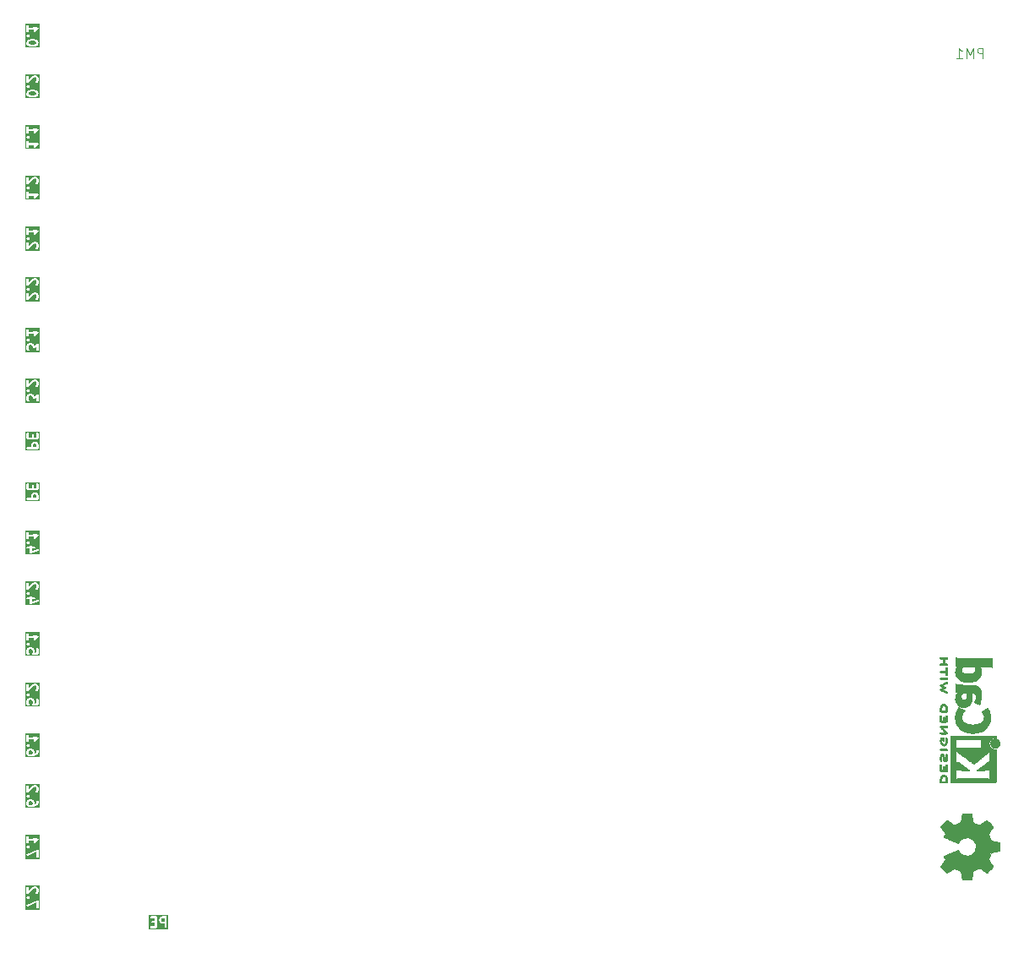
<source format=gbr>
%TF.GenerationSoftware,KiCad,Pcbnew,8.0.3-8.0.3-0~ubuntu22.04.1*%
%TF.CreationDate,2024-08-08T09:54:03+03:00*%
%TF.ProjectId,PM-RQ8,504d2d52-5138-42e6-9b69-6361645f7063,rev?*%
%TF.SameCoordinates,Original*%
%TF.FileFunction,Legend,Bot*%
%TF.FilePolarity,Positive*%
%FSLAX46Y46*%
G04 Gerber Fmt 4.6, Leading zero omitted, Abs format (unit mm)*
G04 Created by KiCad (PCBNEW 8.0.3-8.0.3-0~ubuntu22.04.1) date 2024-08-08 09:54:03*
%MOMM*%
%LPD*%
G01*
G04 APERTURE LIST*
%ADD10C,0.200000*%
%ADD11C,0.100000*%
%ADD12C,0.010000*%
%ADD13C,1.812000*%
%ADD14R,3.500000X3.500000*%
%ADD15C,3.500000*%
%ADD16C,3.200000*%
%ADD17O,6.350000X6.350000*%
%ADD18R,1.700000X1.700000*%
%ADD19O,1.700000X1.700000*%
G04 APERTURE END LIST*
D10*
G36*
X1661138Y-47260091D02*
G01*
X1686915Y-47284753D01*
X1717881Y-47344392D01*
X1719128Y-47604470D01*
X1393495Y-47605084D01*
X1392269Y-47349645D01*
X1421205Y-47289498D01*
X1445867Y-47263721D01*
X1505798Y-47232604D01*
X1601645Y-47231470D01*
X1661138Y-47260091D01*
G37*
G36*
X2028891Y-47915396D02*
G01*
X606669Y-47915396D01*
X606669Y-47684776D01*
X719701Y-47684776D01*
X719701Y-47723794D01*
X734633Y-47759842D01*
X762223Y-47787432D01*
X798271Y-47802364D01*
X817780Y-47804285D01*
X1837289Y-47802364D01*
X1873337Y-47787432D01*
X1900927Y-47759842D01*
X1915859Y-47723794D01*
X1917780Y-47704285D01*
X1916026Y-47338745D01*
X1916995Y-47335840D01*
X1915941Y-47321015D01*
X1915859Y-47303824D01*
X1914483Y-47300503D01*
X1914229Y-47296920D01*
X1907223Y-47278611D01*
X1857880Y-47183577D01*
X1853308Y-47172537D01*
X1850152Y-47168691D01*
X1849161Y-47166783D01*
X1847163Y-47165050D01*
X1840871Y-47157384D01*
X1790770Y-47109452D01*
X1783853Y-47101476D01*
X1779703Y-47098863D01*
X1778099Y-47097329D01*
X1775659Y-47096318D01*
X1767263Y-47091033D01*
X1684245Y-47051094D01*
X1682861Y-47049710D01*
X1672111Y-47045257D01*
X1653717Y-47036408D01*
X1650133Y-47036153D01*
X1646813Y-47034778D01*
X1627304Y-47032857D01*
X1499147Y-47034373D01*
X1496954Y-47033642D01*
X1484171Y-47034550D01*
X1464938Y-47034778D01*
X1461617Y-47036153D01*
X1458034Y-47036408D01*
X1439725Y-47043414D01*
X1344691Y-47092756D01*
X1333651Y-47097329D01*
X1329805Y-47100484D01*
X1327897Y-47101476D01*
X1326164Y-47103473D01*
X1318498Y-47109766D01*
X1270566Y-47159866D01*
X1262590Y-47166784D01*
X1259977Y-47170933D01*
X1258443Y-47172538D01*
X1257432Y-47174977D01*
X1252147Y-47183374D01*
X1212208Y-47266391D01*
X1210824Y-47267776D01*
X1206371Y-47278525D01*
X1197522Y-47296920D01*
X1197267Y-47300503D01*
X1195892Y-47303824D01*
X1193971Y-47323333D01*
X1195324Y-47605457D01*
X798271Y-47606206D01*
X762223Y-47621138D01*
X734633Y-47648728D01*
X719701Y-47684776D01*
X606669Y-47684776D01*
X606669Y-46228095D01*
X717780Y-46228095D01*
X719701Y-46723794D01*
X734633Y-46759842D01*
X762223Y-46787432D01*
X798271Y-46802364D01*
X817780Y-46804285D01*
X1837289Y-46802364D01*
X1873337Y-46787432D01*
X1900927Y-46759842D01*
X1915859Y-46723794D01*
X1917780Y-46704285D01*
X1915859Y-46208586D01*
X1900927Y-46172538D01*
X1873337Y-46144948D01*
X1837289Y-46130016D01*
X1798271Y-46130016D01*
X1762223Y-46144948D01*
X1734633Y-46172538D01*
X1719701Y-46208586D01*
X1717780Y-46228095D01*
X1719238Y-46604470D01*
X1441049Y-46604994D01*
X1439669Y-46351443D01*
X1424737Y-46315395D01*
X1397147Y-46287805D01*
X1361099Y-46272873D01*
X1322081Y-46272873D01*
X1286033Y-46287805D01*
X1258443Y-46315395D01*
X1243511Y-46351443D01*
X1241590Y-46370952D01*
X1242866Y-46605368D01*
X917399Y-46605981D01*
X915859Y-46208586D01*
X900927Y-46172538D01*
X873337Y-46144948D01*
X837289Y-46130016D01*
X798271Y-46130016D01*
X762223Y-46144948D01*
X734633Y-46172538D01*
X719701Y-46208586D01*
X717780Y-46228095D01*
X606669Y-46228095D01*
X606669Y-46018905D01*
X2028891Y-46018905D01*
X2028891Y-47915396D01*
G37*
G36*
X1586117Y-11997333D02*
G01*
X1661138Y-12033424D01*
X1686915Y-12058086D01*
X1718140Y-12118225D01*
X1718952Y-12166690D01*
X1690544Y-12225740D01*
X1665886Y-12251513D01*
X1598326Y-12286591D01*
X1430867Y-12330043D01*
X1217376Y-12331635D01*
X1049443Y-12291236D01*
X974420Y-12255144D01*
X948644Y-12230484D01*
X917419Y-12170344D01*
X916607Y-12121879D01*
X945014Y-12062832D01*
X969677Y-12037054D01*
X1037232Y-12001978D01*
X1204693Y-11958526D01*
X1418183Y-11956934D01*
X1586117Y-11997333D01*
G37*
G36*
X2028891Y-12641110D02*
G01*
X606669Y-12641110D01*
X606669Y-12096666D01*
X717780Y-12096666D01*
X719136Y-12177683D01*
X718565Y-12179398D01*
X719349Y-12190442D01*
X719701Y-12211413D01*
X721076Y-12214732D01*
X721331Y-12218318D01*
X728338Y-12236626D01*
X777678Y-12331655D01*
X782253Y-12342699D01*
X785409Y-12346545D01*
X786401Y-12348455D01*
X788397Y-12350186D01*
X794689Y-12357853D01*
X844791Y-12405786D01*
X851707Y-12413761D01*
X855856Y-12416372D01*
X857461Y-12417908D01*
X859901Y-12418918D01*
X868298Y-12424204D01*
X958569Y-12467632D01*
X965543Y-12472799D01*
X980177Y-12478027D01*
X981844Y-12478829D01*
X982564Y-12478880D01*
X984003Y-12479394D01*
X1169315Y-12523973D01*
X1179224Y-12528078D01*
X1191333Y-12529270D01*
X1193872Y-12529881D01*
X1195330Y-12529663D01*
X1198733Y-12529999D01*
X1430850Y-12528268D01*
X1441689Y-12529881D01*
X1453750Y-12528097D01*
X1456337Y-12528078D01*
X1457700Y-12527513D01*
X1461082Y-12527013D01*
X1644161Y-12479508D01*
X1653717Y-12478829D01*
X1668329Y-12473237D01*
X1670018Y-12472799D01*
X1670598Y-12472368D01*
X1672025Y-12471823D01*
X1767054Y-12422482D01*
X1778099Y-12417908D01*
X1781945Y-12414751D01*
X1783853Y-12413761D01*
X1785582Y-12411766D01*
X1793253Y-12405472D01*
X1841186Y-12355369D01*
X1849161Y-12348454D01*
X1851772Y-12344304D01*
X1853308Y-12342700D01*
X1854318Y-12340259D01*
X1859604Y-12331863D01*
X1899542Y-12248845D01*
X1900927Y-12247461D01*
X1905379Y-12236711D01*
X1914229Y-12218317D01*
X1914483Y-12214733D01*
X1915859Y-12211413D01*
X1917780Y-12191904D01*
X1916423Y-12110886D01*
X1916995Y-12109173D01*
X1916210Y-12098128D01*
X1915859Y-12077157D01*
X1914483Y-12073836D01*
X1914229Y-12070253D01*
X1907223Y-12051944D01*
X1857880Y-11956910D01*
X1853308Y-11945870D01*
X1850152Y-11942024D01*
X1849161Y-11940116D01*
X1847163Y-11938383D01*
X1840871Y-11930717D01*
X1790770Y-11882785D01*
X1783853Y-11874809D01*
X1779703Y-11872196D01*
X1778099Y-11870662D01*
X1775659Y-11869651D01*
X1767263Y-11864366D01*
X1676991Y-11820937D01*
X1670018Y-11815771D01*
X1655385Y-11810543D01*
X1653717Y-11809741D01*
X1652994Y-11809689D01*
X1651557Y-11809176D01*
X1466246Y-11764596D01*
X1456337Y-11760492D01*
X1444227Y-11759299D01*
X1441689Y-11758689D01*
X1440230Y-11758906D01*
X1436828Y-11758571D01*
X1204710Y-11760301D01*
X1193872Y-11758689D01*
X1181810Y-11760472D01*
X1179224Y-11760492D01*
X1177860Y-11761056D01*
X1174479Y-11761557D01*
X991399Y-11809061D01*
X981844Y-11809741D01*
X967228Y-11815333D01*
X965543Y-11815771D01*
X964963Y-11816200D01*
X963535Y-11816747D01*
X868501Y-11866089D01*
X857461Y-11870662D01*
X853615Y-11873817D01*
X851707Y-11874809D01*
X849974Y-11876806D01*
X842308Y-11883099D01*
X794380Y-11933194D01*
X786401Y-11940115D01*
X783787Y-11944266D01*
X782253Y-11945871D01*
X781242Y-11948310D01*
X775958Y-11956706D01*
X736018Y-12039723D01*
X734633Y-12041109D01*
X730181Y-12051855D01*
X721331Y-12070252D01*
X721076Y-12073837D01*
X719701Y-12077157D01*
X717780Y-12096666D01*
X606669Y-12096666D01*
X606669Y-11410490D01*
X719701Y-11410490D01*
X719701Y-11449508D01*
X721185Y-11453091D01*
X734632Y-11485556D01*
X734633Y-11485557D01*
X747070Y-11500710D01*
X809843Y-11560766D01*
X835333Y-11571323D01*
X845891Y-11575697D01*
X845892Y-11575697D01*
X884909Y-11575697D01*
X906026Y-11566949D01*
X920958Y-11560765D01*
X920962Y-11560760D01*
X936111Y-11548329D01*
X996166Y-11485557D01*
X1007535Y-11458109D01*
X1011098Y-11449508D01*
X1011098Y-11410490D01*
X996166Y-11374442D01*
X996166Y-11374441D01*
X983729Y-11359288D01*
X920980Y-11299255D01*
X920958Y-11299233D01*
X906026Y-11293048D01*
X884909Y-11284301D01*
X845891Y-11284301D01*
X835333Y-11288674D01*
X809843Y-11299232D01*
X794690Y-11311669D01*
X734633Y-11374441D01*
X734632Y-11374442D01*
X724074Y-11399932D01*
X719701Y-11410490D01*
X606669Y-11410490D01*
X606669Y-10430000D01*
X717780Y-10430000D01*
X719701Y-11068556D01*
X734633Y-11104604D01*
X762223Y-11132194D01*
X798271Y-11147126D01*
X837289Y-11147126D01*
X873337Y-11132194D01*
X888491Y-11119758D01*
X1439736Y-10565947D01*
X1544242Y-10529796D01*
X1602090Y-10528827D01*
X1661138Y-10557234D01*
X1686915Y-10581896D01*
X1717937Y-10641644D01*
X1719361Y-10832507D01*
X1690544Y-10892407D01*
X1639395Y-10945871D01*
X1624463Y-10981919D01*
X1624463Y-11020937D01*
X1639395Y-11056985D01*
X1666985Y-11084575D01*
X1703033Y-11099507D01*
X1742051Y-11099507D01*
X1778099Y-11084575D01*
X1793253Y-11072139D01*
X1841186Y-11022036D01*
X1849161Y-11015121D01*
X1851772Y-11010971D01*
X1853308Y-11009367D01*
X1854318Y-11006926D01*
X1859604Y-10998530D01*
X1899542Y-10915512D01*
X1900927Y-10914128D01*
X1905379Y-10903378D01*
X1914229Y-10884984D01*
X1914483Y-10881400D01*
X1915859Y-10878080D01*
X1917780Y-10858571D01*
X1916117Y-10635615D01*
X1916995Y-10632983D01*
X1915992Y-10618877D01*
X1915859Y-10600967D01*
X1914483Y-10597646D01*
X1914229Y-10594063D01*
X1907223Y-10575754D01*
X1857880Y-10480720D01*
X1853308Y-10469680D01*
X1850152Y-10465834D01*
X1849161Y-10463926D01*
X1847163Y-10462193D01*
X1840871Y-10454527D01*
X1790770Y-10406595D01*
X1783853Y-10398619D01*
X1779703Y-10396006D01*
X1778099Y-10394472D01*
X1775659Y-10393461D01*
X1767263Y-10388176D01*
X1684245Y-10348237D01*
X1682861Y-10346853D01*
X1672111Y-10342400D01*
X1653717Y-10333551D01*
X1650133Y-10333296D01*
X1646813Y-10331921D01*
X1627304Y-10330000D01*
X1531160Y-10331609D01*
X1519558Y-10330785D01*
X1514722Y-10331884D01*
X1512557Y-10331921D01*
X1510115Y-10332932D01*
X1500443Y-10335132D01*
X1372069Y-10379540D01*
X1369700Y-10379540D01*
X1357703Y-10384509D01*
X1339686Y-10390742D01*
X1336970Y-10393097D01*
X1333652Y-10394472D01*
X1318498Y-10406908D01*
X917061Y-10810212D01*
X915859Y-10410491D01*
X900927Y-10374443D01*
X873337Y-10346853D01*
X837289Y-10331921D01*
X798271Y-10331921D01*
X762223Y-10346853D01*
X734633Y-10374443D01*
X719701Y-10410491D01*
X717780Y-10430000D01*
X606669Y-10430000D01*
X606669Y-10218889D01*
X2028891Y-10218889D01*
X2028891Y-12641110D01*
G37*
G36*
X2028891Y-93966808D02*
G01*
X606669Y-93966808D01*
X606669Y-93501211D01*
X719471Y-93501211D01*
X719946Y-93540227D01*
X735316Y-93576090D01*
X763241Y-93603341D01*
X799468Y-93617832D01*
X838484Y-93617357D01*
X857172Y-93611438D01*
X1718199Y-93240656D01*
X1719701Y-93777127D01*
X1734633Y-93813175D01*
X1762223Y-93840765D01*
X1798271Y-93855697D01*
X1837289Y-93855697D01*
X1873337Y-93840765D01*
X1900927Y-93813175D01*
X1915859Y-93777127D01*
X1917780Y-93757618D01*
X1915965Y-93109572D01*
X1916089Y-93109264D01*
X1915927Y-93096061D01*
X1915859Y-93071443D01*
X1915620Y-93070867D01*
X1915613Y-93070249D01*
X1908182Y-93052911D01*
X1900927Y-93035395D01*
X1900487Y-93034955D01*
X1900243Y-93034385D01*
X1886716Y-93021184D01*
X1873337Y-93007805D01*
X1872762Y-93007567D01*
X1872319Y-93007134D01*
X1854799Y-93000126D01*
X1837289Y-92992873D01*
X1836666Y-92992873D01*
X1836091Y-92992643D01*
X1817200Y-92992873D01*
X1798271Y-92992873D01*
X1797697Y-92993110D01*
X1797076Y-92993118D01*
X1778388Y-92999038D01*
X761213Y-93437059D01*
X733962Y-93464984D01*
X719471Y-93501211D01*
X606669Y-93501211D01*
X606669Y-92690490D01*
X719701Y-92690490D01*
X719701Y-92729508D01*
X721185Y-92733091D01*
X734632Y-92765556D01*
X734633Y-92765557D01*
X747070Y-92780710D01*
X809843Y-92840766D01*
X835333Y-92851323D01*
X845891Y-92855697D01*
X845892Y-92855697D01*
X884909Y-92855697D01*
X906026Y-92846949D01*
X920958Y-92840765D01*
X920962Y-92840760D01*
X936111Y-92828329D01*
X996166Y-92765557D01*
X1007535Y-92738109D01*
X1011098Y-92729508D01*
X1011098Y-92690490D01*
X996166Y-92654442D01*
X996166Y-92654441D01*
X983729Y-92639288D01*
X920980Y-92579255D01*
X920958Y-92579233D01*
X906026Y-92573048D01*
X884909Y-92564301D01*
X845891Y-92564301D01*
X835333Y-92568674D01*
X809843Y-92579232D01*
X794690Y-92591669D01*
X734633Y-92654441D01*
X734632Y-92654442D01*
X724074Y-92679932D01*
X719701Y-92690490D01*
X606669Y-92690490D01*
X606669Y-91710000D01*
X717780Y-91710000D01*
X719701Y-92348556D01*
X734633Y-92384604D01*
X762223Y-92412194D01*
X798271Y-92427126D01*
X837289Y-92427126D01*
X873337Y-92412194D01*
X888491Y-92399758D01*
X1439736Y-91845947D01*
X1544242Y-91809796D01*
X1602090Y-91808827D01*
X1661138Y-91837234D01*
X1686915Y-91861896D01*
X1717937Y-91921644D01*
X1719361Y-92112507D01*
X1690544Y-92172407D01*
X1639395Y-92225871D01*
X1624463Y-92261919D01*
X1624463Y-92300937D01*
X1639395Y-92336985D01*
X1666985Y-92364575D01*
X1703033Y-92379507D01*
X1742051Y-92379507D01*
X1778099Y-92364575D01*
X1793253Y-92352139D01*
X1841186Y-92302036D01*
X1849161Y-92295121D01*
X1851772Y-92290971D01*
X1853308Y-92289367D01*
X1854318Y-92286926D01*
X1859604Y-92278530D01*
X1899542Y-92195512D01*
X1900927Y-92194128D01*
X1905379Y-92183378D01*
X1914229Y-92164984D01*
X1914483Y-92161400D01*
X1915859Y-92158080D01*
X1917780Y-92138571D01*
X1916117Y-91915615D01*
X1916995Y-91912983D01*
X1915992Y-91898877D01*
X1915859Y-91880967D01*
X1914483Y-91877646D01*
X1914229Y-91874063D01*
X1907223Y-91855754D01*
X1857880Y-91760720D01*
X1853308Y-91749680D01*
X1850152Y-91745834D01*
X1849161Y-91743926D01*
X1847163Y-91742193D01*
X1840871Y-91734527D01*
X1790770Y-91686595D01*
X1783853Y-91678619D01*
X1779703Y-91676006D01*
X1778099Y-91674472D01*
X1775659Y-91673461D01*
X1767263Y-91668176D01*
X1684245Y-91628237D01*
X1682861Y-91626853D01*
X1672111Y-91622400D01*
X1653717Y-91613551D01*
X1650133Y-91613296D01*
X1646813Y-91611921D01*
X1627304Y-91610000D01*
X1531160Y-91611609D01*
X1519558Y-91610785D01*
X1514722Y-91611884D01*
X1512557Y-91611921D01*
X1510115Y-91612932D01*
X1500443Y-91615132D01*
X1372069Y-91659540D01*
X1369700Y-91659540D01*
X1357703Y-91664509D01*
X1339686Y-91670742D01*
X1336970Y-91673097D01*
X1333652Y-91674472D01*
X1318498Y-91686908D01*
X917061Y-92090212D01*
X915859Y-91690491D01*
X900927Y-91654443D01*
X873337Y-91626853D01*
X837289Y-91611921D01*
X798271Y-91611921D01*
X762223Y-91626853D01*
X734633Y-91654443D01*
X719701Y-91690491D01*
X717780Y-91710000D01*
X606669Y-91710000D01*
X606669Y-91498889D01*
X2028891Y-91498889D01*
X2028891Y-93966808D01*
G37*
G36*
X2028891Y-33006808D02*
G01*
X606669Y-33006808D01*
X606669Y-32178571D01*
X717780Y-32178571D01*
X719701Y-32817127D01*
X734633Y-32853175D01*
X762223Y-32880765D01*
X798271Y-32895697D01*
X837289Y-32895697D01*
X873337Y-32880765D01*
X888491Y-32868329D01*
X1439736Y-32314518D01*
X1544242Y-32278367D01*
X1602090Y-32277398D01*
X1661138Y-32305805D01*
X1686915Y-32330467D01*
X1717937Y-32390215D01*
X1719361Y-32581078D01*
X1690544Y-32640978D01*
X1639395Y-32694442D01*
X1624463Y-32730490D01*
X1624463Y-32769508D01*
X1639395Y-32805556D01*
X1666985Y-32833146D01*
X1703033Y-32848078D01*
X1742051Y-32848078D01*
X1778099Y-32833146D01*
X1793253Y-32820710D01*
X1841186Y-32770607D01*
X1849161Y-32763692D01*
X1851772Y-32759542D01*
X1853308Y-32757938D01*
X1854318Y-32755497D01*
X1859604Y-32747101D01*
X1899542Y-32664083D01*
X1900927Y-32662699D01*
X1905379Y-32651949D01*
X1914229Y-32633555D01*
X1914483Y-32629971D01*
X1915859Y-32626651D01*
X1917780Y-32607142D01*
X1916117Y-32384186D01*
X1916995Y-32381554D01*
X1915992Y-32367448D01*
X1915859Y-32349538D01*
X1914483Y-32346217D01*
X1914229Y-32342634D01*
X1907223Y-32324325D01*
X1857880Y-32229291D01*
X1853308Y-32218251D01*
X1850152Y-32214405D01*
X1849161Y-32212497D01*
X1847163Y-32210764D01*
X1840871Y-32203098D01*
X1790770Y-32155166D01*
X1783853Y-32147190D01*
X1779703Y-32144577D01*
X1778099Y-32143043D01*
X1775659Y-32142032D01*
X1767263Y-32136747D01*
X1684245Y-32096808D01*
X1682861Y-32095424D01*
X1672111Y-32090971D01*
X1653717Y-32082122D01*
X1650133Y-32081867D01*
X1646813Y-32080492D01*
X1627304Y-32078571D01*
X1531160Y-32080180D01*
X1519558Y-32079356D01*
X1514722Y-32080455D01*
X1512557Y-32080492D01*
X1510115Y-32081503D01*
X1500443Y-32083703D01*
X1372069Y-32128111D01*
X1369700Y-32128111D01*
X1357703Y-32133080D01*
X1339686Y-32139313D01*
X1336970Y-32141668D01*
X1333652Y-32143043D01*
X1318498Y-32155479D01*
X917061Y-32558783D01*
X915859Y-32159062D01*
X900927Y-32123014D01*
X873337Y-32095424D01*
X837289Y-32080492D01*
X798271Y-32080492D01*
X762223Y-32095424D01*
X734633Y-32123014D01*
X719701Y-32159062D01*
X717780Y-32178571D01*
X606669Y-32178571D01*
X606669Y-31730490D01*
X719701Y-31730490D01*
X719701Y-31769508D01*
X721185Y-31773091D01*
X734632Y-31805556D01*
X734633Y-31805557D01*
X747070Y-31820710D01*
X809843Y-31880766D01*
X835333Y-31891323D01*
X845891Y-31895697D01*
X845892Y-31895697D01*
X884909Y-31895697D01*
X906026Y-31886949D01*
X920958Y-31880765D01*
X920962Y-31880760D01*
X936111Y-31868329D01*
X996166Y-31805557D01*
X1007535Y-31778109D01*
X1011098Y-31769508D01*
X1011098Y-31730490D01*
X996166Y-31694442D01*
X996166Y-31694441D01*
X983729Y-31679288D01*
X920980Y-31619255D01*
X920958Y-31619233D01*
X906026Y-31613048D01*
X884909Y-31604301D01*
X845891Y-31604301D01*
X835333Y-31608674D01*
X809843Y-31619232D01*
X794690Y-31631669D01*
X734633Y-31694441D01*
X734632Y-31694442D01*
X724074Y-31719932D01*
X719701Y-31730490D01*
X606669Y-31730490D01*
X606669Y-30750000D01*
X717780Y-30750000D01*
X719701Y-31388556D01*
X734633Y-31424604D01*
X762223Y-31452194D01*
X798271Y-31467126D01*
X837289Y-31467126D01*
X873337Y-31452194D01*
X888491Y-31439758D01*
X1439736Y-30885947D01*
X1544242Y-30849796D01*
X1602090Y-30848827D01*
X1661138Y-30877234D01*
X1686915Y-30901896D01*
X1717937Y-30961644D01*
X1719361Y-31152507D01*
X1690544Y-31212407D01*
X1639395Y-31265871D01*
X1624463Y-31301919D01*
X1624463Y-31340937D01*
X1639395Y-31376985D01*
X1666985Y-31404575D01*
X1703033Y-31419507D01*
X1742051Y-31419507D01*
X1778099Y-31404575D01*
X1793253Y-31392139D01*
X1841186Y-31342036D01*
X1849161Y-31335121D01*
X1851772Y-31330971D01*
X1853308Y-31329367D01*
X1854318Y-31326926D01*
X1859604Y-31318530D01*
X1899542Y-31235512D01*
X1900927Y-31234128D01*
X1905379Y-31223378D01*
X1914229Y-31204984D01*
X1914483Y-31201400D01*
X1915859Y-31198080D01*
X1917780Y-31178571D01*
X1916117Y-30955615D01*
X1916995Y-30952983D01*
X1915992Y-30938877D01*
X1915859Y-30920967D01*
X1914483Y-30917646D01*
X1914229Y-30914063D01*
X1907223Y-30895754D01*
X1857880Y-30800720D01*
X1853308Y-30789680D01*
X1850152Y-30785834D01*
X1849161Y-30783926D01*
X1847163Y-30782193D01*
X1840871Y-30774527D01*
X1790770Y-30726595D01*
X1783853Y-30718619D01*
X1779703Y-30716006D01*
X1778099Y-30714472D01*
X1775659Y-30713461D01*
X1767263Y-30708176D01*
X1684245Y-30668237D01*
X1682861Y-30666853D01*
X1672111Y-30662400D01*
X1653717Y-30653551D01*
X1650133Y-30653296D01*
X1646813Y-30651921D01*
X1627304Y-30650000D01*
X1531160Y-30651609D01*
X1519558Y-30650785D01*
X1514722Y-30651884D01*
X1512557Y-30651921D01*
X1510115Y-30652932D01*
X1500443Y-30655132D01*
X1372069Y-30699540D01*
X1369700Y-30699540D01*
X1357703Y-30704509D01*
X1339686Y-30710742D01*
X1336970Y-30713097D01*
X1333652Y-30714472D01*
X1318498Y-30726908D01*
X917061Y-31130212D01*
X915859Y-30730491D01*
X900927Y-30694443D01*
X873337Y-30666853D01*
X837289Y-30651921D01*
X798271Y-30651921D01*
X762223Y-30666853D01*
X734633Y-30694443D01*
X719701Y-30730491D01*
X717780Y-30750000D01*
X606669Y-30750000D01*
X606669Y-30538889D01*
X2028891Y-30538889D01*
X2028891Y-33006808D01*
G37*
G36*
X2028891Y-17720325D02*
G01*
X606669Y-17720325D01*
X606669Y-16938571D01*
X717780Y-16938571D01*
X719701Y-17529508D01*
X734633Y-17565556D01*
X762223Y-17593146D01*
X798271Y-17608078D01*
X837289Y-17608078D01*
X873337Y-17593146D01*
X900927Y-17565556D01*
X915859Y-17529508D01*
X917780Y-17509999D01*
X917175Y-17324097D01*
X1531909Y-17322939D01*
X1510195Y-17345201D01*
X1500685Y-17353450D01*
X1498018Y-17357686D01*
X1496538Y-17359204D01*
X1495527Y-17361643D01*
X1490242Y-17370040D01*
X1435617Y-17483586D01*
X1432851Y-17522506D01*
X1445190Y-17559522D01*
X1470754Y-17588999D01*
X1505653Y-17606448D01*
X1544573Y-17609214D01*
X1581589Y-17596875D01*
X1611066Y-17571311D01*
X1621509Y-17554720D01*
X1659131Y-17476515D01*
X1732508Y-17401286D01*
X1865516Y-17310671D01*
X1873337Y-17307432D01*
X1879889Y-17300879D01*
X1888417Y-17295070D01*
X1893927Y-17286841D01*
X1900927Y-17279842D01*
X1904676Y-17270790D01*
X1910128Y-17262650D01*
X1912069Y-17252942D01*
X1915859Y-17243794D01*
X1915859Y-17233994D01*
X1917780Y-17224389D01*
X1915859Y-17214677D01*
X1915859Y-17204776D01*
X1912110Y-17195726D01*
X1910209Y-17186113D01*
X1904714Y-17177871D01*
X1900927Y-17168728D01*
X1894001Y-17161802D01*
X1888565Y-17153648D01*
X1880336Y-17148137D01*
X1873337Y-17141138D01*
X1864285Y-17137388D01*
X1856145Y-17131937D01*
X1846437Y-17129995D01*
X1837289Y-17126206D01*
X1817986Y-17124305D01*
X1817885Y-17124285D01*
X1817850Y-17124291D01*
X1817780Y-17124285D01*
X916531Y-17125983D01*
X915859Y-16919062D01*
X900927Y-16883014D01*
X873337Y-16855424D01*
X837289Y-16840492D01*
X798271Y-16840492D01*
X762223Y-16855424D01*
X734633Y-16883014D01*
X719701Y-16919062D01*
X717780Y-16938571D01*
X606669Y-16938571D01*
X606669Y-16490490D01*
X719701Y-16490490D01*
X719701Y-16529508D01*
X721185Y-16533091D01*
X734632Y-16565556D01*
X734633Y-16565557D01*
X747070Y-16580710D01*
X809843Y-16640766D01*
X835333Y-16651323D01*
X845891Y-16655697D01*
X845892Y-16655697D01*
X884909Y-16655697D01*
X906026Y-16646949D01*
X920958Y-16640765D01*
X920962Y-16640760D01*
X936111Y-16628329D01*
X996166Y-16565557D01*
X1007535Y-16538109D01*
X1011098Y-16529508D01*
X1011098Y-16490490D01*
X996166Y-16454442D01*
X996166Y-16454441D01*
X983729Y-16439288D01*
X920980Y-16379255D01*
X920958Y-16379233D01*
X906026Y-16373048D01*
X884909Y-16364301D01*
X845891Y-16364301D01*
X835333Y-16368674D01*
X809843Y-16379232D01*
X794690Y-16391669D01*
X734633Y-16454441D01*
X734632Y-16454442D01*
X724074Y-16479932D01*
X719701Y-16490490D01*
X606669Y-16490490D01*
X606669Y-15510000D01*
X717780Y-15510000D01*
X719701Y-16100937D01*
X734633Y-16136985D01*
X762223Y-16164575D01*
X798271Y-16179507D01*
X837289Y-16179507D01*
X873337Y-16164575D01*
X900927Y-16136985D01*
X915859Y-16100937D01*
X917780Y-16081428D01*
X917175Y-15895526D01*
X1531909Y-15894368D01*
X1510195Y-15916630D01*
X1500685Y-15924879D01*
X1498018Y-15929115D01*
X1496538Y-15930633D01*
X1495527Y-15933072D01*
X1490242Y-15941469D01*
X1435617Y-16055015D01*
X1432851Y-16093935D01*
X1445190Y-16130951D01*
X1470754Y-16160428D01*
X1505653Y-16177877D01*
X1544573Y-16180643D01*
X1581589Y-16168304D01*
X1611066Y-16142740D01*
X1621509Y-16126149D01*
X1659131Y-16047944D01*
X1732508Y-15972715D01*
X1865516Y-15882100D01*
X1873337Y-15878861D01*
X1879889Y-15872308D01*
X1888417Y-15866499D01*
X1893927Y-15858270D01*
X1900927Y-15851271D01*
X1904676Y-15842219D01*
X1910128Y-15834079D01*
X1912069Y-15824371D01*
X1915859Y-15815223D01*
X1915859Y-15805423D01*
X1917780Y-15795818D01*
X1915859Y-15786106D01*
X1915859Y-15776205D01*
X1912110Y-15767155D01*
X1910209Y-15757542D01*
X1904714Y-15749300D01*
X1900927Y-15740157D01*
X1894001Y-15733231D01*
X1888565Y-15725077D01*
X1880336Y-15719566D01*
X1873337Y-15712567D01*
X1864285Y-15708817D01*
X1856145Y-15703366D01*
X1846437Y-15701424D01*
X1837289Y-15697635D01*
X1817986Y-15695734D01*
X1817885Y-15695714D01*
X1817850Y-15695720D01*
X1817780Y-15695714D01*
X916531Y-15697412D01*
X915859Y-15490491D01*
X900927Y-15454443D01*
X873337Y-15426853D01*
X837289Y-15411921D01*
X798271Y-15411921D01*
X762223Y-15426853D01*
X734633Y-15454443D01*
X719701Y-15490491D01*
X717780Y-15510000D01*
X606669Y-15510000D01*
X606669Y-15300810D01*
X2028891Y-15300810D01*
X2028891Y-17720325D01*
G37*
G36*
X2028891Y-27926808D02*
G01*
X606669Y-27926808D01*
X606669Y-27098571D01*
X717780Y-27098571D01*
X719701Y-27737127D01*
X734633Y-27773175D01*
X762223Y-27800765D01*
X798271Y-27815697D01*
X837289Y-27815697D01*
X873337Y-27800765D01*
X888491Y-27788329D01*
X1439736Y-27234518D01*
X1544242Y-27198367D01*
X1602090Y-27197398D01*
X1661138Y-27225805D01*
X1686915Y-27250467D01*
X1717937Y-27310215D01*
X1719361Y-27501078D01*
X1690544Y-27560978D01*
X1639395Y-27614442D01*
X1624463Y-27650490D01*
X1624463Y-27689508D01*
X1639395Y-27725556D01*
X1666985Y-27753146D01*
X1703033Y-27768078D01*
X1742051Y-27768078D01*
X1778099Y-27753146D01*
X1793253Y-27740710D01*
X1841186Y-27690607D01*
X1849161Y-27683692D01*
X1851772Y-27679542D01*
X1853308Y-27677938D01*
X1854318Y-27675497D01*
X1859604Y-27667101D01*
X1899542Y-27584083D01*
X1900927Y-27582699D01*
X1905379Y-27571949D01*
X1914229Y-27553555D01*
X1914483Y-27549971D01*
X1915859Y-27546651D01*
X1917780Y-27527142D01*
X1916117Y-27304186D01*
X1916995Y-27301554D01*
X1915992Y-27287448D01*
X1915859Y-27269538D01*
X1914483Y-27266217D01*
X1914229Y-27262634D01*
X1907223Y-27244325D01*
X1857880Y-27149291D01*
X1853308Y-27138251D01*
X1850152Y-27134405D01*
X1849161Y-27132497D01*
X1847163Y-27130764D01*
X1840871Y-27123098D01*
X1790770Y-27075166D01*
X1783853Y-27067190D01*
X1779703Y-27064577D01*
X1778099Y-27063043D01*
X1775659Y-27062032D01*
X1767263Y-27056747D01*
X1684245Y-27016808D01*
X1682861Y-27015424D01*
X1672111Y-27010971D01*
X1653717Y-27002122D01*
X1650133Y-27001867D01*
X1646813Y-27000492D01*
X1627304Y-26998571D01*
X1531160Y-27000180D01*
X1519558Y-26999356D01*
X1514722Y-27000455D01*
X1512557Y-27000492D01*
X1510115Y-27001503D01*
X1500443Y-27003703D01*
X1372069Y-27048111D01*
X1369700Y-27048111D01*
X1357703Y-27053080D01*
X1339686Y-27059313D01*
X1336970Y-27061668D01*
X1333652Y-27063043D01*
X1318498Y-27075479D01*
X917061Y-27478783D01*
X915859Y-27079062D01*
X900927Y-27043014D01*
X873337Y-27015424D01*
X837289Y-27000492D01*
X798271Y-27000492D01*
X762223Y-27015424D01*
X734633Y-27043014D01*
X719701Y-27079062D01*
X717780Y-27098571D01*
X606669Y-27098571D01*
X606669Y-26650490D01*
X719701Y-26650490D01*
X719701Y-26689508D01*
X721185Y-26693091D01*
X734632Y-26725556D01*
X734633Y-26725557D01*
X747070Y-26740710D01*
X809843Y-26800766D01*
X835333Y-26811323D01*
X845891Y-26815697D01*
X845892Y-26815697D01*
X884909Y-26815697D01*
X906026Y-26806949D01*
X920958Y-26800765D01*
X920962Y-26800760D01*
X936111Y-26788329D01*
X996166Y-26725557D01*
X1007535Y-26698109D01*
X1011098Y-26689508D01*
X1011098Y-26650490D01*
X996166Y-26614442D01*
X996166Y-26614441D01*
X983729Y-26599288D01*
X920980Y-26539255D01*
X920958Y-26539233D01*
X906026Y-26533048D01*
X884909Y-26524301D01*
X845891Y-26524301D01*
X835333Y-26528674D01*
X809843Y-26539232D01*
X794690Y-26551669D01*
X734633Y-26614441D01*
X734632Y-26614442D01*
X724074Y-26639932D01*
X719701Y-26650490D01*
X606669Y-26650490D01*
X606669Y-25670000D01*
X717780Y-25670000D01*
X719701Y-26260937D01*
X734633Y-26296985D01*
X762223Y-26324575D01*
X798271Y-26339507D01*
X837289Y-26339507D01*
X873337Y-26324575D01*
X900927Y-26296985D01*
X915859Y-26260937D01*
X917780Y-26241428D01*
X917175Y-26055526D01*
X1531909Y-26054368D01*
X1510195Y-26076630D01*
X1500685Y-26084879D01*
X1498018Y-26089115D01*
X1496538Y-26090633D01*
X1495527Y-26093072D01*
X1490242Y-26101469D01*
X1435617Y-26215015D01*
X1432851Y-26253935D01*
X1445190Y-26290951D01*
X1470754Y-26320428D01*
X1505653Y-26337877D01*
X1544573Y-26340643D01*
X1581589Y-26328304D01*
X1611066Y-26302740D01*
X1621509Y-26286149D01*
X1659131Y-26207944D01*
X1732508Y-26132715D01*
X1865516Y-26042100D01*
X1873337Y-26038861D01*
X1879889Y-26032308D01*
X1888417Y-26026499D01*
X1893927Y-26018270D01*
X1900927Y-26011271D01*
X1904676Y-26002219D01*
X1910128Y-25994079D01*
X1912069Y-25984371D01*
X1915859Y-25975223D01*
X1915859Y-25965423D01*
X1917780Y-25955818D01*
X1915859Y-25946106D01*
X1915859Y-25936205D01*
X1912110Y-25927155D01*
X1910209Y-25917542D01*
X1904714Y-25909300D01*
X1900927Y-25900157D01*
X1894001Y-25893231D01*
X1888565Y-25885077D01*
X1880336Y-25879566D01*
X1873337Y-25872567D01*
X1864285Y-25868817D01*
X1856145Y-25863366D01*
X1846437Y-25861424D01*
X1837289Y-25857635D01*
X1817986Y-25855734D01*
X1817885Y-25855714D01*
X1817850Y-25855720D01*
X1817780Y-25855714D01*
X916531Y-25857412D01*
X915859Y-25650491D01*
X900927Y-25614443D01*
X873337Y-25586853D01*
X837289Y-25571921D01*
X798271Y-25571921D01*
X762223Y-25586853D01*
X734633Y-25614443D01*
X719701Y-25650491D01*
X717780Y-25670000D01*
X606669Y-25670000D01*
X606669Y-25460810D01*
X2028891Y-25460810D01*
X2028891Y-27926808D01*
G37*
G36*
X2028891Y-88886808D02*
G01*
X606669Y-88886808D01*
X606669Y-88421211D01*
X719471Y-88421211D01*
X719946Y-88460227D01*
X735316Y-88496090D01*
X763241Y-88523341D01*
X799468Y-88537832D01*
X838484Y-88537357D01*
X857172Y-88531438D01*
X1718199Y-88160656D01*
X1719701Y-88697127D01*
X1734633Y-88733175D01*
X1762223Y-88760765D01*
X1798271Y-88775697D01*
X1837289Y-88775697D01*
X1873337Y-88760765D01*
X1900927Y-88733175D01*
X1915859Y-88697127D01*
X1917780Y-88677618D01*
X1915965Y-88029572D01*
X1916089Y-88029264D01*
X1915927Y-88016061D01*
X1915859Y-87991443D01*
X1915620Y-87990867D01*
X1915613Y-87990249D01*
X1908182Y-87972911D01*
X1900927Y-87955395D01*
X1900487Y-87954955D01*
X1900243Y-87954385D01*
X1886716Y-87941184D01*
X1873337Y-87927805D01*
X1872762Y-87927567D01*
X1872319Y-87927134D01*
X1854799Y-87920126D01*
X1837289Y-87912873D01*
X1836666Y-87912873D01*
X1836091Y-87912643D01*
X1817200Y-87912873D01*
X1798271Y-87912873D01*
X1797697Y-87913110D01*
X1797076Y-87913118D01*
X1778388Y-87919038D01*
X761213Y-88357059D01*
X733962Y-88384984D01*
X719471Y-88421211D01*
X606669Y-88421211D01*
X606669Y-87610490D01*
X719701Y-87610490D01*
X719701Y-87649508D01*
X721185Y-87653091D01*
X734632Y-87685556D01*
X734633Y-87685557D01*
X747070Y-87700710D01*
X809843Y-87760766D01*
X835333Y-87771323D01*
X845891Y-87775697D01*
X845892Y-87775697D01*
X884909Y-87775697D01*
X906026Y-87766949D01*
X920958Y-87760765D01*
X920962Y-87760760D01*
X936111Y-87748329D01*
X996166Y-87685557D01*
X1007535Y-87658109D01*
X1011098Y-87649508D01*
X1011098Y-87610490D01*
X996166Y-87574442D01*
X996166Y-87574441D01*
X983729Y-87559288D01*
X920980Y-87499255D01*
X920958Y-87499233D01*
X906026Y-87493048D01*
X884909Y-87484301D01*
X845891Y-87484301D01*
X835333Y-87488674D01*
X809843Y-87499232D01*
X794690Y-87511669D01*
X734633Y-87574441D01*
X734632Y-87574442D01*
X724074Y-87599932D01*
X719701Y-87610490D01*
X606669Y-87610490D01*
X606669Y-86630000D01*
X717780Y-86630000D01*
X719701Y-87220937D01*
X734633Y-87256985D01*
X762223Y-87284575D01*
X798271Y-87299507D01*
X837289Y-87299507D01*
X873337Y-87284575D01*
X900927Y-87256985D01*
X915859Y-87220937D01*
X917780Y-87201428D01*
X917175Y-87015526D01*
X1531909Y-87014368D01*
X1510195Y-87036630D01*
X1500685Y-87044879D01*
X1498018Y-87049115D01*
X1496538Y-87050633D01*
X1495527Y-87053072D01*
X1490242Y-87061469D01*
X1435617Y-87175015D01*
X1432851Y-87213935D01*
X1445190Y-87250951D01*
X1470754Y-87280428D01*
X1505653Y-87297877D01*
X1544573Y-87300643D01*
X1581589Y-87288304D01*
X1611066Y-87262740D01*
X1621509Y-87246149D01*
X1659131Y-87167944D01*
X1732508Y-87092715D01*
X1865516Y-87002100D01*
X1873337Y-86998861D01*
X1879889Y-86992308D01*
X1888417Y-86986499D01*
X1893927Y-86978270D01*
X1900927Y-86971271D01*
X1904676Y-86962219D01*
X1910128Y-86954079D01*
X1912069Y-86944371D01*
X1915859Y-86935223D01*
X1915859Y-86925423D01*
X1917780Y-86915818D01*
X1915859Y-86906106D01*
X1915859Y-86896205D01*
X1912110Y-86887155D01*
X1910209Y-86877542D01*
X1904714Y-86869300D01*
X1900927Y-86860157D01*
X1894001Y-86853231D01*
X1888565Y-86845077D01*
X1880336Y-86839566D01*
X1873337Y-86832567D01*
X1864285Y-86828817D01*
X1856145Y-86823366D01*
X1846437Y-86821424D01*
X1837289Y-86817635D01*
X1817986Y-86815734D01*
X1817885Y-86815714D01*
X1817850Y-86815720D01*
X1817780Y-86815714D01*
X916531Y-86817412D01*
X915859Y-86610491D01*
X900927Y-86574443D01*
X873337Y-86546853D01*
X837289Y-86531921D01*
X798271Y-86531921D01*
X762223Y-86546853D01*
X734633Y-86574443D01*
X719701Y-86610491D01*
X717780Y-86630000D01*
X606669Y-86630000D01*
X606669Y-86420810D01*
X2028891Y-86420810D01*
X2028891Y-88886808D01*
G37*
G36*
X1586117Y-6917333D02*
G01*
X1661138Y-6953424D01*
X1686915Y-6978086D01*
X1718140Y-7038225D01*
X1718952Y-7086690D01*
X1690544Y-7145740D01*
X1665886Y-7171513D01*
X1598326Y-7206591D01*
X1430867Y-7250043D01*
X1217376Y-7251635D01*
X1049443Y-7211236D01*
X974420Y-7175144D01*
X948644Y-7150484D01*
X917419Y-7090344D01*
X916607Y-7041879D01*
X945014Y-6982832D01*
X969677Y-6957054D01*
X1037232Y-6921978D01*
X1204693Y-6878526D01*
X1418183Y-6876934D01*
X1586117Y-6917333D01*
G37*
G36*
X2028891Y-7561110D02*
G01*
X606669Y-7561110D01*
X606669Y-7016666D01*
X717780Y-7016666D01*
X719136Y-7097683D01*
X718565Y-7099398D01*
X719349Y-7110442D01*
X719701Y-7131413D01*
X721076Y-7134732D01*
X721331Y-7138318D01*
X728338Y-7156626D01*
X777678Y-7251655D01*
X782253Y-7262699D01*
X785409Y-7266545D01*
X786401Y-7268455D01*
X788397Y-7270186D01*
X794689Y-7277853D01*
X844791Y-7325786D01*
X851707Y-7333761D01*
X855856Y-7336372D01*
X857461Y-7337908D01*
X859901Y-7338918D01*
X868298Y-7344204D01*
X958569Y-7387632D01*
X965543Y-7392799D01*
X980177Y-7398027D01*
X981844Y-7398829D01*
X982564Y-7398880D01*
X984003Y-7399394D01*
X1169315Y-7443973D01*
X1179224Y-7448078D01*
X1191333Y-7449270D01*
X1193872Y-7449881D01*
X1195330Y-7449663D01*
X1198733Y-7449999D01*
X1430850Y-7448268D01*
X1441689Y-7449881D01*
X1453750Y-7448097D01*
X1456337Y-7448078D01*
X1457700Y-7447513D01*
X1461082Y-7447013D01*
X1644161Y-7399508D01*
X1653717Y-7398829D01*
X1668329Y-7393237D01*
X1670018Y-7392799D01*
X1670598Y-7392368D01*
X1672025Y-7391823D01*
X1767054Y-7342482D01*
X1778099Y-7337908D01*
X1781945Y-7334751D01*
X1783853Y-7333761D01*
X1785582Y-7331766D01*
X1793253Y-7325472D01*
X1841186Y-7275369D01*
X1849161Y-7268454D01*
X1851772Y-7264304D01*
X1853308Y-7262700D01*
X1854318Y-7260259D01*
X1859604Y-7251863D01*
X1899542Y-7168845D01*
X1900927Y-7167461D01*
X1905379Y-7156711D01*
X1914229Y-7138317D01*
X1914483Y-7134733D01*
X1915859Y-7131413D01*
X1917780Y-7111904D01*
X1916423Y-7030886D01*
X1916995Y-7029173D01*
X1916210Y-7018128D01*
X1915859Y-6997157D01*
X1914483Y-6993836D01*
X1914229Y-6990253D01*
X1907223Y-6971944D01*
X1857880Y-6876910D01*
X1853308Y-6865870D01*
X1850152Y-6862024D01*
X1849161Y-6860116D01*
X1847163Y-6858383D01*
X1840871Y-6850717D01*
X1790770Y-6802785D01*
X1783853Y-6794809D01*
X1779703Y-6792196D01*
X1778099Y-6790662D01*
X1775659Y-6789651D01*
X1767263Y-6784366D01*
X1676991Y-6740937D01*
X1670018Y-6735771D01*
X1655385Y-6730543D01*
X1653717Y-6729741D01*
X1652994Y-6729689D01*
X1651557Y-6729176D01*
X1466246Y-6684596D01*
X1456337Y-6680492D01*
X1444227Y-6679299D01*
X1441689Y-6678689D01*
X1440230Y-6678906D01*
X1436828Y-6678571D01*
X1204710Y-6680301D01*
X1193872Y-6678689D01*
X1181810Y-6680472D01*
X1179224Y-6680492D01*
X1177860Y-6681056D01*
X1174479Y-6681557D01*
X991399Y-6729061D01*
X981844Y-6729741D01*
X967228Y-6735333D01*
X965543Y-6735771D01*
X964963Y-6736200D01*
X963535Y-6736747D01*
X868501Y-6786089D01*
X857461Y-6790662D01*
X853615Y-6793817D01*
X851707Y-6794809D01*
X849974Y-6796806D01*
X842308Y-6803099D01*
X794380Y-6853194D01*
X786401Y-6860115D01*
X783787Y-6864266D01*
X782253Y-6865871D01*
X781242Y-6868310D01*
X775958Y-6876706D01*
X736018Y-6959723D01*
X734633Y-6961109D01*
X730181Y-6971855D01*
X721331Y-6990252D01*
X721076Y-6993837D01*
X719701Y-6997157D01*
X717780Y-7016666D01*
X606669Y-7016666D01*
X606669Y-6330490D01*
X719701Y-6330490D01*
X719701Y-6369508D01*
X721185Y-6373091D01*
X734632Y-6405556D01*
X734633Y-6405557D01*
X747070Y-6420710D01*
X809843Y-6480766D01*
X835333Y-6491323D01*
X845891Y-6495697D01*
X845892Y-6495697D01*
X884909Y-6495697D01*
X906026Y-6486949D01*
X920958Y-6480765D01*
X920962Y-6480760D01*
X936111Y-6468329D01*
X996166Y-6405557D01*
X1007535Y-6378109D01*
X1011098Y-6369508D01*
X1011098Y-6330490D01*
X996166Y-6294442D01*
X996166Y-6294441D01*
X983729Y-6279288D01*
X920980Y-6219255D01*
X920958Y-6219233D01*
X906026Y-6213048D01*
X884909Y-6204301D01*
X845891Y-6204301D01*
X835333Y-6208674D01*
X809843Y-6219232D01*
X794690Y-6231669D01*
X734633Y-6294441D01*
X734632Y-6294442D01*
X724074Y-6319932D01*
X719701Y-6330490D01*
X606669Y-6330490D01*
X606669Y-5350000D01*
X717780Y-5350000D01*
X719701Y-5940937D01*
X734633Y-5976985D01*
X762223Y-6004575D01*
X798271Y-6019507D01*
X837289Y-6019507D01*
X873337Y-6004575D01*
X900927Y-5976985D01*
X915859Y-5940937D01*
X917780Y-5921428D01*
X917175Y-5735526D01*
X1531909Y-5734368D01*
X1510195Y-5756630D01*
X1500685Y-5764879D01*
X1498018Y-5769115D01*
X1496538Y-5770633D01*
X1495527Y-5773072D01*
X1490242Y-5781469D01*
X1435617Y-5895015D01*
X1432851Y-5933935D01*
X1445190Y-5970951D01*
X1470754Y-6000428D01*
X1505653Y-6017877D01*
X1544573Y-6020643D01*
X1581589Y-6008304D01*
X1611066Y-5982740D01*
X1621509Y-5966149D01*
X1659131Y-5887944D01*
X1732508Y-5812715D01*
X1865516Y-5722100D01*
X1873337Y-5718861D01*
X1879889Y-5712308D01*
X1888417Y-5706499D01*
X1893927Y-5698270D01*
X1900927Y-5691271D01*
X1904676Y-5682219D01*
X1910128Y-5674079D01*
X1912069Y-5664371D01*
X1915859Y-5655223D01*
X1915859Y-5645423D01*
X1917780Y-5635818D01*
X1915859Y-5626106D01*
X1915859Y-5616205D01*
X1912110Y-5607155D01*
X1910209Y-5597542D01*
X1904714Y-5589300D01*
X1900927Y-5580157D01*
X1894001Y-5573231D01*
X1888565Y-5565077D01*
X1880336Y-5559566D01*
X1873337Y-5552567D01*
X1864285Y-5548817D01*
X1856145Y-5543366D01*
X1846437Y-5541424D01*
X1837289Y-5537635D01*
X1817986Y-5535734D01*
X1817885Y-5535714D01*
X1817850Y-5535720D01*
X1817780Y-5535714D01*
X916531Y-5537412D01*
X915859Y-5330491D01*
X900927Y-5294443D01*
X873337Y-5266853D01*
X837289Y-5251921D01*
X798271Y-5251921D01*
X762223Y-5266853D01*
X734633Y-5294443D01*
X719701Y-5330491D01*
X717780Y-5350000D01*
X606669Y-5350000D01*
X606669Y-5140810D01*
X2028891Y-5140810D01*
X2028891Y-7561110D01*
G37*
G36*
X2075726Y-58360325D02*
G01*
X606669Y-58360325D01*
X606669Y-57654300D01*
X719701Y-57654300D01*
X719701Y-57693318D01*
X734633Y-57729366D01*
X762223Y-57756956D01*
X798271Y-57771888D01*
X817780Y-57773809D01*
X1051842Y-57773153D01*
X1052968Y-58147455D01*
X1051899Y-58162506D01*
X1053024Y-58165881D01*
X1053035Y-58169508D01*
X1059167Y-58184312D01*
X1064237Y-58199522D01*
X1066592Y-58202237D01*
X1067967Y-58205556D01*
X1079297Y-58216886D01*
X1089802Y-58228998D01*
X1093016Y-58230605D01*
X1095557Y-58233146D01*
X1110365Y-58239280D01*
X1124701Y-58246448D01*
X1128284Y-58246702D01*
X1131605Y-58248078D01*
X1147637Y-58248078D01*
X1163621Y-58249214D01*
X1168617Y-58248078D01*
X1170623Y-58248078D01*
X1173065Y-58247066D01*
X1182737Y-58244867D01*
X1914923Y-57998781D01*
X1944399Y-57973216D01*
X1961848Y-57938317D01*
X1964615Y-57899397D01*
X1952276Y-57862381D01*
X1926711Y-57832905D01*
X1891812Y-57815455D01*
X1852892Y-57812689D01*
X1833777Y-57817036D01*
X1250701Y-58013006D01*
X1249978Y-57772599D01*
X1503956Y-57771888D01*
X1540004Y-57756956D01*
X1567594Y-57729366D01*
X1582526Y-57693318D01*
X1582526Y-57654300D01*
X1567594Y-57618252D01*
X1540004Y-57590662D01*
X1503956Y-57575730D01*
X1484447Y-57573809D01*
X1249382Y-57574467D01*
X1249193Y-57511443D01*
X1234261Y-57475395D01*
X1206671Y-57447805D01*
X1170623Y-57432873D01*
X1131605Y-57432873D01*
X1095557Y-57447805D01*
X1067967Y-57475395D01*
X1053035Y-57511443D01*
X1051114Y-57530952D01*
X1051246Y-57575021D01*
X798271Y-57575730D01*
X762223Y-57590662D01*
X734633Y-57618252D01*
X719701Y-57654300D01*
X606669Y-57654300D01*
X606669Y-57130490D01*
X719701Y-57130490D01*
X719701Y-57169508D01*
X721185Y-57173091D01*
X734632Y-57205556D01*
X734633Y-57205557D01*
X747070Y-57220710D01*
X809843Y-57280766D01*
X835333Y-57291323D01*
X845891Y-57295697D01*
X845892Y-57295697D01*
X884909Y-57295697D01*
X906026Y-57286949D01*
X920958Y-57280765D01*
X920962Y-57280760D01*
X936111Y-57268329D01*
X996166Y-57205557D01*
X1007535Y-57178109D01*
X1011098Y-57169508D01*
X1011098Y-57130490D01*
X996166Y-57094442D01*
X996166Y-57094441D01*
X983729Y-57079288D01*
X920980Y-57019255D01*
X920958Y-57019233D01*
X906026Y-57013048D01*
X884909Y-57004301D01*
X845891Y-57004301D01*
X835333Y-57008674D01*
X809843Y-57019232D01*
X794690Y-57031669D01*
X734633Y-57094441D01*
X734632Y-57094442D01*
X724074Y-57119932D01*
X719701Y-57130490D01*
X606669Y-57130490D01*
X606669Y-56150000D01*
X717780Y-56150000D01*
X719701Y-56740937D01*
X734633Y-56776985D01*
X762223Y-56804575D01*
X798271Y-56819507D01*
X837289Y-56819507D01*
X873337Y-56804575D01*
X900927Y-56776985D01*
X915859Y-56740937D01*
X917780Y-56721428D01*
X917175Y-56535526D01*
X1531909Y-56534368D01*
X1510195Y-56556630D01*
X1500685Y-56564879D01*
X1498018Y-56569115D01*
X1496538Y-56570633D01*
X1495527Y-56573072D01*
X1490242Y-56581469D01*
X1435617Y-56695015D01*
X1432851Y-56733935D01*
X1445190Y-56770951D01*
X1470754Y-56800428D01*
X1505653Y-56817877D01*
X1544573Y-56820643D01*
X1581589Y-56808304D01*
X1611066Y-56782740D01*
X1621509Y-56766149D01*
X1659131Y-56687944D01*
X1732508Y-56612715D01*
X1865516Y-56522100D01*
X1873337Y-56518861D01*
X1879889Y-56512308D01*
X1888417Y-56506499D01*
X1893927Y-56498270D01*
X1900927Y-56491271D01*
X1904676Y-56482219D01*
X1910128Y-56474079D01*
X1912069Y-56464371D01*
X1915859Y-56455223D01*
X1915859Y-56445423D01*
X1917780Y-56435818D01*
X1915859Y-56426106D01*
X1915859Y-56416205D01*
X1912110Y-56407155D01*
X1910209Y-56397542D01*
X1904714Y-56389300D01*
X1900927Y-56380157D01*
X1894001Y-56373231D01*
X1888565Y-56365077D01*
X1880336Y-56359566D01*
X1873337Y-56352567D01*
X1864285Y-56348817D01*
X1856145Y-56343366D01*
X1846437Y-56341424D01*
X1837289Y-56337635D01*
X1817986Y-56335734D01*
X1817885Y-56335714D01*
X1817850Y-56335720D01*
X1817780Y-56335714D01*
X916531Y-56337412D01*
X915859Y-56130491D01*
X900927Y-56094443D01*
X873337Y-56066853D01*
X837289Y-56051921D01*
X798271Y-56051921D01*
X762223Y-56066853D01*
X734633Y-56094443D01*
X719701Y-56130491D01*
X717780Y-56150000D01*
X606669Y-56150000D01*
X606669Y-55940810D01*
X2075726Y-55940810D01*
X2075726Y-58360325D01*
G37*
G36*
X2075726Y-63440325D02*
G01*
X606669Y-63440325D01*
X606669Y-62734300D01*
X719701Y-62734300D01*
X719701Y-62773318D01*
X734633Y-62809366D01*
X762223Y-62836956D01*
X798271Y-62851888D01*
X817780Y-62853809D01*
X1051842Y-62853153D01*
X1052968Y-63227455D01*
X1051899Y-63242506D01*
X1053024Y-63245881D01*
X1053035Y-63249508D01*
X1059167Y-63264312D01*
X1064237Y-63279522D01*
X1066592Y-63282237D01*
X1067967Y-63285556D01*
X1079297Y-63296886D01*
X1089802Y-63308998D01*
X1093016Y-63310605D01*
X1095557Y-63313146D01*
X1110365Y-63319280D01*
X1124701Y-63326448D01*
X1128284Y-63326702D01*
X1131605Y-63328078D01*
X1147637Y-63328078D01*
X1163621Y-63329214D01*
X1168617Y-63328078D01*
X1170623Y-63328078D01*
X1173065Y-63327066D01*
X1182737Y-63324867D01*
X1914923Y-63078781D01*
X1944399Y-63053216D01*
X1961848Y-63018317D01*
X1964615Y-62979397D01*
X1952276Y-62942381D01*
X1926711Y-62912905D01*
X1891812Y-62895455D01*
X1852892Y-62892689D01*
X1833777Y-62897036D01*
X1250701Y-63093006D01*
X1249978Y-62852599D01*
X1503956Y-62851888D01*
X1540004Y-62836956D01*
X1567594Y-62809366D01*
X1582526Y-62773318D01*
X1582526Y-62734300D01*
X1567594Y-62698252D01*
X1540004Y-62670662D01*
X1503956Y-62655730D01*
X1484447Y-62653809D01*
X1249382Y-62654467D01*
X1249193Y-62591443D01*
X1234261Y-62555395D01*
X1206671Y-62527805D01*
X1170623Y-62512873D01*
X1131605Y-62512873D01*
X1095557Y-62527805D01*
X1067967Y-62555395D01*
X1053035Y-62591443D01*
X1051114Y-62610952D01*
X1051246Y-62655021D01*
X798271Y-62655730D01*
X762223Y-62670662D01*
X734633Y-62698252D01*
X719701Y-62734300D01*
X606669Y-62734300D01*
X606669Y-62210490D01*
X719701Y-62210490D01*
X719701Y-62249508D01*
X721185Y-62253091D01*
X734632Y-62285556D01*
X734633Y-62285557D01*
X747070Y-62300710D01*
X809843Y-62360766D01*
X835333Y-62371323D01*
X845891Y-62375697D01*
X845892Y-62375697D01*
X884909Y-62375697D01*
X906026Y-62366949D01*
X920958Y-62360765D01*
X920962Y-62360760D01*
X936111Y-62348329D01*
X996166Y-62285557D01*
X1007535Y-62258109D01*
X1011098Y-62249508D01*
X1011098Y-62210490D01*
X996166Y-62174442D01*
X996166Y-62174441D01*
X983729Y-62159288D01*
X920980Y-62099255D01*
X920958Y-62099233D01*
X906026Y-62093048D01*
X884909Y-62084301D01*
X845891Y-62084301D01*
X835333Y-62088674D01*
X809843Y-62099232D01*
X794690Y-62111669D01*
X734633Y-62174441D01*
X734632Y-62174442D01*
X724074Y-62199932D01*
X719701Y-62210490D01*
X606669Y-62210490D01*
X606669Y-61230000D01*
X717780Y-61230000D01*
X719701Y-61868556D01*
X734633Y-61904604D01*
X762223Y-61932194D01*
X798271Y-61947126D01*
X837289Y-61947126D01*
X873337Y-61932194D01*
X888491Y-61919758D01*
X1439736Y-61365947D01*
X1544242Y-61329796D01*
X1602090Y-61328827D01*
X1661138Y-61357234D01*
X1686915Y-61381896D01*
X1717937Y-61441644D01*
X1719361Y-61632507D01*
X1690544Y-61692407D01*
X1639395Y-61745871D01*
X1624463Y-61781919D01*
X1624463Y-61820937D01*
X1639395Y-61856985D01*
X1666985Y-61884575D01*
X1703033Y-61899507D01*
X1742051Y-61899507D01*
X1778099Y-61884575D01*
X1793253Y-61872139D01*
X1841186Y-61822036D01*
X1849161Y-61815121D01*
X1851772Y-61810971D01*
X1853308Y-61809367D01*
X1854318Y-61806926D01*
X1859604Y-61798530D01*
X1899542Y-61715512D01*
X1900927Y-61714128D01*
X1905379Y-61703378D01*
X1914229Y-61684984D01*
X1914483Y-61681400D01*
X1915859Y-61678080D01*
X1917780Y-61658571D01*
X1916117Y-61435615D01*
X1916995Y-61432983D01*
X1915992Y-61418877D01*
X1915859Y-61400967D01*
X1914483Y-61397646D01*
X1914229Y-61394063D01*
X1907223Y-61375754D01*
X1857880Y-61280720D01*
X1853308Y-61269680D01*
X1850152Y-61265834D01*
X1849161Y-61263926D01*
X1847163Y-61262193D01*
X1840871Y-61254527D01*
X1790770Y-61206595D01*
X1783853Y-61198619D01*
X1779703Y-61196006D01*
X1778099Y-61194472D01*
X1775659Y-61193461D01*
X1767263Y-61188176D01*
X1684245Y-61148237D01*
X1682861Y-61146853D01*
X1672111Y-61142400D01*
X1653717Y-61133551D01*
X1650133Y-61133296D01*
X1646813Y-61131921D01*
X1627304Y-61130000D01*
X1531160Y-61131609D01*
X1519558Y-61130785D01*
X1514722Y-61131884D01*
X1512557Y-61131921D01*
X1510115Y-61132932D01*
X1500443Y-61135132D01*
X1372069Y-61179540D01*
X1369700Y-61179540D01*
X1357703Y-61184509D01*
X1339686Y-61190742D01*
X1336970Y-61193097D01*
X1333652Y-61194472D01*
X1318498Y-61206908D01*
X917061Y-61610212D01*
X915859Y-61210491D01*
X900927Y-61174443D01*
X873337Y-61146853D01*
X837289Y-61131921D01*
X798271Y-61131921D01*
X762223Y-61146853D01*
X734633Y-61174443D01*
X719701Y-61210491D01*
X717780Y-61230000D01*
X606669Y-61230000D01*
X606669Y-61018889D01*
X2075726Y-61018889D01*
X2075726Y-63440325D01*
G37*
G36*
X1280186Y-78025805D02*
G01*
X1305963Y-78050467D01*
X1337022Y-78110286D01*
X1338333Y-78253616D01*
X1309592Y-78313359D01*
X1284934Y-78339132D01*
X1223959Y-78370791D01*
X1034569Y-78371700D01*
X974420Y-78342763D01*
X948644Y-78318103D01*
X917585Y-78258284D01*
X916274Y-78114952D01*
X945014Y-78055213D01*
X969677Y-78029435D01*
X1029425Y-77998413D01*
X1220288Y-77996989D01*
X1280186Y-78025805D01*
G37*
G36*
X2028891Y-78681110D02*
G01*
X606669Y-78681110D01*
X606669Y-78089047D01*
X717780Y-78089047D01*
X719385Y-78264555D01*
X718565Y-78267017D01*
X719532Y-78280633D01*
X719701Y-78299032D01*
X721076Y-78302351D01*
X721331Y-78305937D01*
X728338Y-78324245D01*
X777678Y-78419274D01*
X782253Y-78430318D01*
X785409Y-78434164D01*
X786401Y-78436074D01*
X788397Y-78437805D01*
X794689Y-78445472D01*
X844791Y-78493405D01*
X851707Y-78501380D01*
X855856Y-78503991D01*
X857461Y-78505527D01*
X859901Y-78506537D01*
X868298Y-78511823D01*
X951315Y-78551761D01*
X952700Y-78553146D01*
X963449Y-78557598D01*
X981844Y-78566448D01*
X985427Y-78566702D01*
X988748Y-78568078D01*
X1008257Y-78569999D01*
X1232966Y-78568921D01*
X1233845Y-78569214D01*
X1238328Y-78568895D01*
X1382789Y-78568202D01*
X1394070Y-78569881D01*
X1406179Y-78568090D01*
X1408718Y-78568078D01*
X1410081Y-78567513D01*
X1413463Y-78567013D01*
X1604387Y-78517472D01*
X1617857Y-78514808D01*
X1620891Y-78513190D01*
X1622399Y-78512799D01*
X1624385Y-78511327D01*
X1635155Y-78505585D01*
X1770278Y-78413528D01*
X1778099Y-78410289D01*
X1793083Y-78397991D01*
X1793179Y-78397927D01*
X1793198Y-78397897D01*
X1793253Y-78397853D01*
X1841186Y-78347750D01*
X1849161Y-78340835D01*
X1851772Y-78336685D01*
X1853308Y-78335081D01*
X1854318Y-78332640D01*
X1859604Y-78324244D01*
X1899542Y-78241226D01*
X1900927Y-78239842D01*
X1905379Y-78229092D01*
X1914229Y-78210698D01*
X1914483Y-78207114D01*
X1915859Y-78203794D01*
X1917780Y-78184285D01*
X1915859Y-77974300D01*
X1900927Y-77938252D01*
X1873337Y-77910662D01*
X1837289Y-77895730D01*
X1798271Y-77895730D01*
X1762223Y-77910662D01*
X1734633Y-77938252D01*
X1719701Y-77974300D01*
X1717780Y-77993809D01*
X1719285Y-78158378D01*
X1690544Y-78218121D01*
X1663551Y-78246335D01*
X1542698Y-78328669D01*
X1520213Y-78334504D01*
X1524427Y-78324330D01*
X1533277Y-78305936D01*
X1533531Y-78302352D01*
X1534907Y-78299032D01*
X1536828Y-78279523D01*
X1535222Y-78104015D01*
X1536043Y-78101554D01*
X1535075Y-78087938D01*
X1534907Y-78069538D01*
X1533531Y-78066217D01*
X1533277Y-78062634D01*
X1526271Y-78044325D01*
X1476928Y-77949291D01*
X1472356Y-77938251D01*
X1469200Y-77934405D01*
X1468209Y-77932497D01*
X1466211Y-77930764D01*
X1459919Y-77923098D01*
X1409818Y-77875166D01*
X1402901Y-77867190D01*
X1398751Y-77864577D01*
X1397147Y-77863043D01*
X1394707Y-77862032D01*
X1386311Y-77856747D01*
X1303293Y-77816808D01*
X1301909Y-77815424D01*
X1291159Y-77810971D01*
X1272765Y-77802122D01*
X1269181Y-77801867D01*
X1265861Y-77800492D01*
X1246352Y-77798571D01*
X1023396Y-77800233D01*
X1020764Y-77799356D01*
X1006658Y-77800358D01*
X988748Y-77800492D01*
X985427Y-77801867D01*
X981844Y-77802122D01*
X963535Y-77809128D01*
X868501Y-77858470D01*
X857461Y-77863043D01*
X853615Y-77866198D01*
X851707Y-77867190D01*
X849974Y-77869187D01*
X842308Y-77875480D01*
X794380Y-77925575D01*
X786401Y-77932496D01*
X783787Y-77936647D01*
X782253Y-77938252D01*
X781242Y-77940691D01*
X775958Y-77949087D01*
X736018Y-78032104D01*
X734633Y-78033490D01*
X730181Y-78044236D01*
X721331Y-78062633D01*
X721076Y-78066218D01*
X719701Y-78069538D01*
X717780Y-78089047D01*
X606669Y-78089047D01*
X606669Y-77450490D01*
X719701Y-77450490D01*
X719701Y-77489508D01*
X721185Y-77493091D01*
X734632Y-77525556D01*
X734633Y-77525557D01*
X747070Y-77540710D01*
X809843Y-77600766D01*
X835333Y-77611323D01*
X845891Y-77615697D01*
X845892Y-77615697D01*
X884909Y-77615697D01*
X906026Y-77606949D01*
X920958Y-77600765D01*
X920962Y-77600760D01*
X936111Y-77588329D01*
X996166Y-77525557D01*
X1007535Y-77498109D01*
X1011098Y-77489508D01*
X1011098Y-77450490D01*
X996166Y-77414442D01*
X996166Y-77414441D01*
X983729Y-77399288D01*
X920980Y-77339255D01*
X920958Y-77339233D01*
X906026Y-77333048D01*
X884909Y-77324301D01*
X845891Y-77324301D01*
X835333Y-77328674D01*
X809843Y-77339232D01*
X794690Y-77351669D01*
X734633Y-77414441D01*
X734632Y-77414442D01*
X724074Y-77439932D01*
X719701Y-77450490D01*
X606669Y-77450490D01*
X606669Y-76470000D01*
X717780Y-76470000D01*
X719701Y-77060937D01*
X734633Y-77096985D01*
X762223Y-77124575D01*
X798271Y-77139507D01*
X837289Y-77139507D01*
X873337Y-77124575D01*
X900927Y-77096985D01*
X915859Y-77060937D01*
X917780Y-77041428D01*
X917175Y-76855526D01*
X1531909Y-76854368D01*
X1510195Y-76876630D01*
X1500685Y-76884879D01*
X1498018Y-76889115D01*
X1496538Y-76890633D01*
X1495527Y-76893072D01*
X1490242Y-76901469D01*
X1435617Y-77015015D01*
X1432851Y-77053935D01*
X1445190Y-77090951D01*
X1470754Y-77120428D01*
X1505653Y-77137877D01*
X1544573Y-77140643D01*
X1581589Y-77128304D01*
X1611066Y-77102740D01*
X1621509Y-77086149D01*
X1659131Y-77007944D01*
X1732508Y-76932715D01*
X1865516Y-76842100D01*
X1873337Y-76838861D01*
X1879889Y-76832308D01*
X1888417Y-76826499D01*
X1893927Y-76818270D01*
X1900927Y-76811271D01*
X1904676Y-76802219D01*
X1910128Y-76794079D01*
X1912069Y-76784371D01*
X1915859Y-76775223D01*
X1915859Y-76765423D01*
X1917780Y-76755818D01*
X1915859Y-76746106D01*
X1915859Y-76736205D01*
X1912110Y-76727155D01*
X1910209Y-76717542D01*
X1904714Y-76709300D01*
X1900927Y-76700157D01*
X1894001Y-76693231D01*
X1888565Y-76685077D01*
X1880336Y-76679566D01*
X1873337Y-76672567D01*
X1864285Y-76668817D01*
X1856145Y-76663366D01*
X1846437Y-76661424D01*
X1837289Y-76657635D01*
X1817986Y-76655734D01*
X1817885Y-76655714D01*
X1817850Y-76655720D01*
X1817780Y-76655714D01*
X916531Y-76657412D01*
X915859Y-76450491D01*
X900927Y-76414443D01*
X873337Y-76386853D01*
X837289Y-76371921D01*
X798271Y-76371921D01*
X762223Y-76386853D01*
X734633Y-76414443D01*
X719701Y-76450491D01*
X717780Y-76470000D01*
X606669Y-76470000D01*
X606669Y-76260810D01*
X2028891Y-76260810D01*
X2028891Y-78681110D01*
G37*
G36*
X1661138Y-52340091D02*
G01*
X1686915Y-52364753D01*
X1717881Y-52424392D01*
X1719128Y-52684470D01*
X1393495Y-52685084D01*
X1392269Y-52429645D01*
X1421205Y-52369498D01*
X1445867Y-52343721D01*
X1505798Y-52312604D01*
X1601645Y-52311470D01*
X1661138Y-52340091D01*
G37*
G36*
X2028891Y-52995396D02*
G01*
X606669Y-52995396D01*
X606669Y-52764776D01*
X719701Y-52764776D01*
X719701Y-52803794D01*
X734633Y-52839842D01*
X762223Y-52867432D01*
X798271Y-52882364D01*
X817780Y-52884285D01*
X1837289Y-52882364D01*
X1873337Y-52867432D01*
X1900927Y-52839842D01*
X1915859Y-52803794D01*
X1917780Y-52784285D01*
X1916026Y-52418745D01*
X1916995Y-52415840D01*
X1915941Y-52401015D01*
X1915859Y-52383824D01*
X1914483Y-52380503D01*
X1914229Y-52376920D01*
X1907223Y-52358611D01*
X1857880Y-52263577D01*
X1853308Y-52252537D01*
X1850152Y-52248691D01*
X1849161Y-52246783D01*
X1847163Y-52245050D01*
X1840871Y-52237384D01*
X1790770Y-52189452D01*
X1783853Y-52181476D01*
X1779703Y-52178863D01*
X1778099Y-52177329D01*
X1775659Y-52176318D01*
X1767263Y-52171033D01*
X1684245Y-52131094D01*
X1682861Y-52129710D01*
X1672111Y-52125257D01*
X1653717Y-52116408D01*
X1650133Y-52116153D01*
X1646813Y-52114778D01*
X1627304Y-52112857D01*
X1499147Y-52114373D01*
X1496954Y-52113642D01*
X1484171Y-52114550D01*
X1464938Y-52114778D01*
X1461617Y-52116153D01*
X1458034Y-52116408D01*
X1439725Y-52123414D01*
X1344691Y-52172756D01*
X1333651Y-52177329D01*
X1329805Y-52180484D01*
X1327897Y-52181476D01*
X1326164Y-52183473D01*
X1318498Y-52189766D01*
X1270566Y-52239866D01*
X1262590Y-52246784D01*
X1259977Y-52250933D01*
X1258443Y-52252538D01*
X1257432Y-52254977D01*
X1252147Y-52263374D01*
X1212208Y-52346391D01*
X1210824Y-52347776D01*
X1206371Y-52358525D01*
X1197522Y-52376920D01*
X1197267Y-52380503D01*
X1195892Y-52383824D01*
X1193971Y-52403333D01*
X1195324Y-52685457D01*
X798271Y-52686206D01*
X762223Y-52701138D01*
X734633Y-52728728D01*
X719701Y-52764776D01*
X606669Y-52764776D01*
X606669Y-51308095D01*
X717780Y-51308095D01*
X719701Y-51803794D01*
X734633Y-51839842D01*
X762223Y-51867432D01*
X798271Y-51882364D01*
X817780Y-51884285D01*
X1837289Y-51882364D01*
X1873337Y-51867432D01*
X1900927Y-51839842D01*
X1915859Y-51803794D01*
X1917780Y-51784285D01*
X1915859Y-51288586D01*
X1900927Y-51252538D01*
X1873337Y-51224948D01*
X1837289Y-51210016D01*
X1798271Y-51210016D01*
X1762223Y-51224948D01*
X1734633Y-51252538D01*
X1719701Y-51288586D01*
X1717780Y-51308095D01*
X1719238Y-51684470D01*
X1441049Y-51684994D01*
X1439669Y-51431443D01*
X1424737Y-51395395D01*
X1397147Y-51367805D01*
X1361099Y-51352873D01*
X1322081Y-51352873D01*
X1286033Y-51367805D01*
X1258443Y-51395395D01*
X1243511Y-51431443D01*
X1241590Y-51450952D01*
X1242866Y-51685368D01*
X917399Y-51685981D01*
X915859Y-51288586D01*
X900927Y-51252538D01*
X873337Y-51224948D01*
X837289Y-51210016D01*
X798271Y-51210016D01*
X762223Y-51224948D01*
X734633Y-51252538D01*
X719701Y-51288586D01*
X717780Y-51308095D01*
X606669Y-51308095D01*
X606669Y-51098905D01*
X2028891Y-51098905D01*
X2028891Y-52995396D01*
G37*
G36*
X14585084Y-95126503D02*
G01*
X14329645Y-95127729D01*
X14269496Y-95098792D01*
X14243723Y-95074134D01*
X14212604Y-95014199D01*
X14211470Y-94918353D01*
X14240091Y-94858860D01*
X14264753Y-94833083D01*
X14324392Y-94802117D01*
X14584470Y-94800870D01*
X14585084Y-95126503D01*
G37*
G36*
X14895396Y-95913330D02*
G01*
X12998905Y-95913330D01*
X12998905Y-94682710D01*
X13110016Y-94682710D01*
X13110016Y-94721728D01*
X13124948Y-94757776D01*
X13152538Y-94785366D01*
X13188586Y-94800298D01*
X13208095Y-94802219D01*
X13584470Y-94800760D01*
X13584994Y-95078949D01*
X13331443Y-95080330D01*
X13295395Y-95095262D01*
X13267805Y-95122852D01*
X13252873Y-95158900D01*
X13252873Y-95197918D01*
X13267805Y-95233966D01*
X13295395Y-95261556D01*
X13331443Y-95276488D01*
X13350952Y-95278409D01*
X13585368Y-95277132D01*
X13585981Y-95602599D01*
X13188586Y-95604140D01*
X13152538Y-95619072D01*
X13124948Y-95646662D01*
X13110016Y-95682710D01*
X13110016Y-95721728D01*
X13124948Y-95757776D01*
X13152538Y-95785366D01*
X13188586Y-95800298D01*
X13208095Y-95802219D01*
X13703794Y-95800298D01*
X13739842Y-95785366D01*
X13767432Y-95757776D01*
X13782364Y-95721728D01*
X13784285Y-95702219D01*
X13782760Y-94892695D01*
X14012857Y-94892695D01*
X14014373Y-95020851D01*
X14013642Y-95023045D01*
X14014550Y-95035827D01*
X14014778Y-95055061D01*
X14016153Y-95058381D01*
X14016408Y-95061965D01*
X14023414Y-95080273D01*
X14072754Y-95175302D01*
X14077329Y-95186347D01*
X14080485Y-95190193D01*
X14081476Y-95192101D01*
X14083470Y-95193830D01*
X14089765Y-95201501D01*
X14139867Y-95249434D01*
X14146783Y-95257409D01*
X14150932Y-95260020D01*
X14152537Y-95261556D01*
X14154977Y-95262566D01*
X14163374Y-95267852D01*
X14246391Y-95307790D01*
X14247776Y-95309175D01*
X14258525Y-95313627D01*
X14276920Y-95322477D01*
X14280503Y-95322731D01*
X14283824Y-95324107D01*
X14303333Y-95326028D01*
X14585457Y-95324674D01*
X14586206Y-95721728D01*
X14601138Y-95757776D01*
X14628728Y-95785366D01*
X14664776Y-95800298D01*
X14703794Y-95800298D01*
X14739842Y-95785366D01*
X14767432Y-95757776D01*
X14782364Y-95721728D01*
X14784285Y-95702219D01*
X14782364Y-94682710D01*
X14767432Y-94646662D01*
X14739842Y-94619072D01*
X14703794Y-94604140D01*
X14684285Y-94602219D01*
X14318745Y-94603972D01*
X14315840Y-94603004D01*
X14301015Y-94604057D01*
X14283824Y-94604140D01*
X14280503Y-94605515D01*
X14276920Y-94605770D01*
X14258611Y-94612776D01*
X14163577Y-94662118D01*
X14152537Y-94666691D01*
X14148691Y-94669846D01*
X14146783Y-94670838D01*
X14145050Y-94672835D01*
X14137384Y-94679128D01*
X14089452Y-94729228D01*
X14081476Y-94736146D01*
X14078863Y-94740295D01*
X14077329Y-94741900D01*
X14076318Y-94744339D01*
X14071033Y-94752736D01*
X14031094Y-94835753D01*
X14029710Y-94837138D01*
X14025257Y-94847887D01*
X14016408Y-94866282D01*
X14016153Y-94869865D01*
X14014778Y-94873186D01*
X14012857Y-94892695D01*
X13782760Y-94892695D01*
X13782364Y-94682710D01*
X13767432Y-94646662D01*
X13739842Y-94619072D01*
X13703794Y-94604140D01*
X13684285Y-94602219D01*
X13188586Y-94604140D01*
X13152538Y-94619072D01*
X13124948Y-94646662D01*
X13110016Y-94682710D01*
X12998905Y-94682710D01*
X12998905Y-94491108D01*
X14895396Y-94491108D01*
X14895396Y-95913330D01*
G37*
G36*
X2028891Y-68520643D02*
G01*
X606669Y-68520643D01*
X606669Y-67929047D01*
X717780Y-67929047D01*
X719442Y-68152002D01*
X718565Y-68154636D01*
X719567Y-68168741D01*
X719701Y-68186651D01*
X721076Y-68189970D01*
X721331Y-68193556D01*
X728338Y-68211864D01*
X777678Y-68306893D01*
X782253Y-68317937D01*
X785409Y-68321783D01*
X786401Y-68323693D01*
X788397Y-68325424D01*
X794689Y-68333091D01*
X857461Y-68393146D01*
X893510Y-68408077D01*
X932528Y-68408077D01*
X968576Y-68393146D01*
X996166Y-68365556D01*
X1011097Y-68329508D01*
X1011097Y-68290490D01*
X996166Y-68254441D01*
X983729Y-68239288D01*
X948644Y-68205722D01*
X917622Y-68145973D01*
X916198Y-67955109D01*
X945014Y-67895213D01*
X969677Y-67869435D01*
X1029425Y-67838413D01*
X1220288Y-67836989D01*
X1280186Y-67865805D01*
X1305963Y-67890467D01*
X1336985Y-67950215D01*
X1338409Y-68141078D01*
X1309592Y-68200978D01*
X1280335Y-68231558D01*
X1278035Y-68232793D01*
X1271421Y-68240876D01*
X1258443Y-68254442D01*
X1256515Y-68259094D01*
X1253328Y-68262991D01*
X1249107Y-68276980D01*
X1243511Y-68290490D01*
X1243511Y-68295527D01*
X1242057Y-68300346D01*
X1243511Y-68314887D01*
X1243511Y-68329508D01*
X1245438Y-68334160D01*
X1245939Y-68339170D01*
X1252848Y-68352050D01*
X1258443Y-68365556D01*
X1262003Y-68369116D01*
X1264384Y-68373554D01*
X1275696Y-68382809D01*
X1286033Y-68393146D01*
X1290685Y-68395073D01*
X1294582Y-68398261D01*
X1308571Y-68402481D01*
X1322081Y-68408078D01*
X1327118Y-68408078D01*
X1331937Y-68409532D01*
X1351540Y-68409503D01*
X1823582Y-68360459D01*
X1837289Y-68360459D01*
X1841878Y-68358558D01*
X1846951Y-68358031D01*
X1859831Y-68351121D01*
X1873337Y-68345527D01*
X1876897Y-68341966D01*
X1881335Y-68339586D01*
X1890590Y-68328273D01*
X1900927Y-68317937D01*
X1902854Y-68313284D01*
X1906042Y-68309388D01*
X1910262Y-68295398D01*
X1915859Y-68281889D01*
X1916595Y-68274411D01*
X1917313Y-68272033D01*
X1917069Y-68269596D01*
X1917780Y-68262380D01*
X1915859Y-67766681D01*
X1900927Y-67730633D01*
X1873337Y-67703043D01*
X1837289Y-67688111D01*
X1798271Y-67688111D01*
X1762223Y-67703043D01*
X1734633Y-67730633D01*
X1719701Y-67766681D01*
X1717780Y-67786190D01*
X1719275Y-68172076D01*
X1533431Y-68191385D01*
X1533531Y-68189971D01*
X1534907Y-68186651D01*
X1536828Y-68167142D01*
X1535165Y-67944186D01*
X1536043Y-67941554D01*
X1535040Y-67927448D01*
X1534907Y-67909538D01*
X1533531Y-67906217D01*
X1533277Y-67902634D01*
X1526271Y-67884325D01*
X1476928Y-67789291D01*
X1472356Y-67778251D01*
X1469200Y-67774405D01*
X1468209Y-67772497D01*
X1466211Y-67770764D01*
X1459919Y-67763098D01*
X1409818Y-67715166D01*
X1402901Y-67707190D01*
X1398751Y-67704577D01*
X1397147Y-67703043D01*
X1394707Y-67702032D01*
X1386311Y-67696747D01*
X1303293Y-67656808D01*
X1301909Y-67655424D01*
X1291159Y-67650971D01*
X1272765Y-67642122D01*
X1269181Y-67641867D01*
X1265861Y-67640492D01*
X1246352Y-67638571D01*
X1023396Y-67640233D01*
X1020764Y-67639356D01*
X1006658Y-67640358D01*
X988748Y-67640492D01*
X985427Y-67641867D01*
X981844Y-67642122D01*
X963535Y-67649128D01*
X868501Y-67698470D01*
X857461Y-67703043D01*
X853615Y-67706198D01*
X851707Y-67707190D01*
X849974Y-67709187D01*
X842308Y-67715480D01*
X794380Y-67765575D01*
X786401Y-67772496D01*
X783787Y-67776647D01*
X782253Y-67778252D01*
X781242Y-67780691D01*
X775958Y-67789087D01*
X736018Y-67872104D01*
X734633Y-67873490D01*
X730181Y-67884236D01*
X721331Y-67902633D01*
X721076Y-67906218D01*
X719701Y-67909538D01*
X717780Y-67929047D01*
X606669Y-67929047D01*
X606669Y-67290490D01*
X719701Y-67290490D01*
X719701Y-67329508D01*
X721185Y-67333091D01*
X734632Y-67365556D01*
X734633Y-67365557D01*
X747070Y-67380710D01*
X809843Y-67440766D01*
X835333Y-67451323D01*
X845891Y-67455697D01*
X845892Y-67455697D01*
X884909Y-67455697D01*
X906026Y-67446949D01*
X920958Y-67440765D01*
X920962Y-67440760D01*
X936111Y-67428329D01*
X996166Y-67365557D01*
X1007535Y-67338109D01*
X1011098Y-67329508D01*
X1011098Y-67290490D01*
X996166Y-67254442D01*
X996166Y-67254441D01*
X983729Y-67239288D01*
X920980Y-67179255D01*
X920958Y-67179233D01*
X906026Y-67173048D01*
X884909Y-67164301D01*
X845891Y-67164301D01*
X835333Y-67168674D01*
X809843Y-67179232D01*
X794690Y-67191669D01*
X734633Y-67254441D01*
X734632Y-67254442D01*
X724074Y-67279932D01*
X719701Y-67290490D01*
X606669Y-67290490D01*
X606669Y-66310000D01*
X717780Y-66310000D01*
X719701Y-66900937D01*
X734633Y-66936985D01*
X762223Y-66964575D01*
X798271Y-66979507D01*
X837289Y-66979507D01*
X873337Y-66964575D01*
X900927Y-66936985D01*
X915859Y-66900937D01*
X917780Y-66881428D01*
X917175Y-66695526D01*
X1531909Y-66694368D01*
X1510195Y-66716630D01*
X1500685Y-66724879D01*
X1498018Y-66729115D01*
X1496538Y-66730633D01*
X1495527Y-66733072D01*
X1490242Y-66741469D01*
X1435617Y-66855015D01*
X1432851Y-66893935D01*
X1445190Y-66930951D01*
X1470754Y-66960428D01*
X1505653Y-66977877D01*
X1544573Y-66980643D01*
X1581589Y-66968304D01*
X1611066Y-66942740D01*
X1621509Y-66926149D01*
X1659131Y-66847944D01*
X1732508Y-66772715D01*
X1865516Y-66682100D01*
X1873337Y-66678861D01*
X1879889Y-66672308D01*
X1888417Y-66666499D01*
X1893927Y-66658270D01*
X1900927Y-66651271D01*
X1904676Y-66642219D01*
X1910128Y-66634079D01*
X1912069Y-66624371D01*
X1915859Y-66615223D01*
X1915859Y-66605423D01*
X1917780Y-66595818D01*
X1915859Y-66586106D01*
X1915859Y-66576205D01*
X1912110Y-66567155D01*
X1910209Y-66557542D01*
X1904714Y-66549300D01*
X1900927Y-66540157D01*
X1894001Y-66533231D01*
X1888565Y-66525077D01*
X1880336Y-66519566D01*
X1873337Y-66512567D01*
X1864285Y-66508817D01*
X1856145Y-66503366D01*
X1846437Y-66501424D01*
X1837289Y-66497635D01*
X1817986Y-66495734D01*
X1817885Y-66495714D01*
X1817850Y-66495720D01*
X1817780Y-66495714D01*
X916531Y-66497412D01*
X915859Y-66290491D01*
X900927Y-66254443D01*
X873337Y-66226853D01*
X837289Y-66211921D01*
X798271Y-66211921D01*
X762223Y-66226853D01*
X734633Y-66254443D01*
X719701Y-66290491D01*
X717780Y-66310000D01*
X606669Y-66310000D01*
X606669Y-66100810D01*
X2028891Y-66100810D01*
X2028891Y-68520643D01*
G37*
G36*
X2028891Y-38086808D02*
G01*
X606669Y-38086808D01*
X606669Y-37449047D01*
X717780Y-37449047D01*
X719482Y-37719503D01*
X718565Y-37722255D01*
X719590Y-37736681D01*
X719701Y-37754270D01*
X721076Y-37757589D01*
X721331Y-37761175D01*
X728338Y-37779483D01*
X777678Y-37874512D01*
X782253Y-37885556D01*
X785409Y-37889402D01*
X786401Y-37891312D01*
X788397Y-37893043D01*
X794689Y-37900710D01*
X857461Y-37960765D01*
X893510Y-37975696D01*
X932528Y-37975696D01*
X968576Y-37960765D01*
X996166Y-37933175D01*
X1011097Y-37897127D01*
X1011097Y-37858109D01*
X996166Y-37822060D01*
X983729Y-37806907D01*
X948644Y-37773341D01*
X917647Y-37713640D01*
X916146Y-37475218D01*
X945014Y-37415213D01*
X969677Y-37389435D01*
X1029425Y-37358413D01*
X1220288Y-37356989D01*
X1280186Y-37385805D01*
X1305963Y-37410467D01*
X1337080Y-37470398D01*
X1338520Y-37592075D01*
X1337669Y-37604846D01*
X1338707Y-37607917D01*
X1338749Y-37611413D01*
X1344964Y-37626418D01*
X1350169Y-37641807D01*
X1352390Y-37644346D01*
X1353681Y-37647461D01*
X1365165Y-37658945D01*
X1375863Y-37671171D01*
X1378886Y-37672666D01*
X1381271Y-37675051D01*
X1396277Y-37681267D01*
X1410838Y-37688468D01*
X1414203Y-37688692D01*
X1417319Y-37689983D01*
X1433567Y-37689983D01*
X1449770Y-37691063D01*
X1452963Y-37689983D01*
X1456337Y-37689983D01*
X1471342Y-37683767D01*
X1486731Y-37678563D01*
X1490621Y-37675781D01*
X1492385Y-37675051D01*
X1494244Y-37673191D01*
X1502678Y-37667162D01*
X1718437Y-37476976D01*
X1719701Y-37897127D01*
X1734633Y-37933175D01*
X1762223Y-37960765D01*
X1798271Y-37975697D01*
X1837289Y-37975697D01*
X1873337Y-37960765D01*
X1900927Y-37933175D01*
X1915859Y-37897127D01*
X1917780Y-37877618D01*
X1915924Y-37260848D01*
X1916939Y-37245629D01*
X1915869Y-37242465D01*
X1915859Y-37239062D01*
X1909644Y-37224058D01*
X1904439Y-37208667D01*
X1902216Y-37206127D01*
X1900927Y-37203014D01*
X1889449Y-37191536D01*
X1878745Y-37179303D01*
X1875720Y-37177807D01*
X1873337Y-37175424D01*
X1858335Y-37169209D01*
X1843770Y-37162007D01*
X1840404Y-37161782D01*
X1837289Y-37160492D01*
X1821041Y-37160492D01*
X1804838Y-37159412D01*
X1801645Y-37160492D01*
X1798271Y-37160492D01*
X1783265Y-37166707D01*
X1767877Y-37171912D01*
X1763986Y-37174693D01*
X1762223Y-37175424D01*
X1760363Y-37177283D01*
X1751930Y-37183313D01*
X1518399Y-37389164D01*
X1476928Y-37309291D01*
X1472356Y-37298251D01*
X1469200Y-37294405D01*
X1468209Y-37292497D01*
X1466211Y-37290764D01*
X1459919Y-37283098D01*
X1409818Y-37235166D01*
X1402901Y-37227190D01*
X1398751Y-37224577D01*
X1397147Y-37223043D01*
X1394707Y-37222032D01*
X1386311Y-37216747D01*
X1303293Y-37176808D01*
X1301909Y-37175424D01*
X1291159Y-37170971D01*
X1272765Y-37162122D01*
X1269181Y-37161867D01*
X1265861Y-37160492D01*
X1246352Y-37158571D01*
X1023396Y-37160233D01*
X1020764Y-37159356D01*
X1006658Y-37160358D01*
X988748Y-37160492D01*
X985427Y-37161867D01*
X981844Y-37162122D01*
X963535Y-37169128D01*
X868501Y-37218470D01*
X857461Y-37223043D01*
X853615Y-37226198D01*
X851707Y-37227190D01*
X849974Y-37229187D01*
X842308Y-37235480D01*
X794380Y-37285575D01*
X786401Y-37292496D01*
X783787Y-37296647D01*
X782253Y-37298252D01*
X781242Y-37300691D01*
X775958Y-37309087D01*
X736018Y-37392104D01*
X734633Y-37393490D01*
X730181Y-37404236D01*
X721331Y-37422633D01*
X721076Y-37426218D01*
X719701Y-37429538D01*
X717780Y-37449047D01*
X606669Y-37449047D01*
X606669Y-36810490D01*
X719701Y-36810490D01*
X719701Y-36849508D01*
X721185Y-36853091D01*
X734632Y-36885556D01*
X734633Y-36885557D01*
X747070Y-36900710D01*
X809843Y-36960766D01*
X835333Y-36971323D01*
X845891Y-36975697D01*
X845892Y-36975697D01*
X884909Y-36975697D01*
X906026Y-36966949D01*
X920958Y-36960765D01*
X920962Y-36960760D01*
X936111Y-36948329D01*
X996166Y-36885557D01*
X1007535Y-36858109D01*
X1011098Y-36849508D01*
X1011098Y-36810490D01*
X996166Y-36774442D01*
X996166Y-36774441D01*
X983729Y-36759288D01*
X920980Y-36699255D01*
X920958Y-36699233D01*
X906026Y-36693048D01*
X884909Y-36684301D01*
X845891Y-36684301D01*
X835333Y-36688674D01*
X809843Y-36699232D01*
X794690Y-36711669D01*
X734633Y-36774441D01*
X734632Y-36774442D01*
X724074Y-36799932D01*
X719701Y-36810490D01*
X606669Y-36810490D01*
X606669Y-35830000D01*
X717780Y-35830000D01*
X719701Y-36420937D01*
X734633Y-36456985D01*
X762223Y-36484575D01*
X798271Y-36499507D01*
X837289Y-36499507D01*
X873337Y-36484575D01*
X900927Y-36456985D01*
X915859Y-36420937D01*
X917780Y-36401428D01*
X917175Y-36215526D01*
X1531909Y-36214368D01*
X1510195Y-36236630D01*
X1500685Y-36244879D01*
X1498018Y-36249115D01*
X1496538Y-36250633D01*
X1495527Y-36253072D01*
X1490242Y-36261469D01*
X1435617Y-36375015D01*
X1432851Y-36413935D01*
X1445190Y-36450951D01*
X1470754Y-36480428D01*
X1505653Y-36497877D01*
X1544573Y-36500643D01*
X1581589Y-36488304D01*
X1611066Y-36462740D01*
X1621509Y-36446149D01*
X1659131Y-36367944D01*
X1732508Y-36292715D01*
X1865516Y-36202100D01*
X1873337Y-36198861D01*
X1879889Y-36192308D01*
X1888417Y-36186499D01*
X1893927Y-36178270D01*
X1900927Y-36171271D01*
X1904676Y-36162219D01*
X1910128Y-36154079D01*
X1912069Y-36144371D01*
X1915859Y-36135223D01*
X1915859Y-36125423D01*
X1917780Y-36115818D01*
X1915859Y-36106106D01*
X1915859Y-36096205D01*
X1912110Y-36087155D01*
X1910209Y-36077542D01*
X1904714Y-36069300D01*
X1900927Y-36060157D01*
X1894001Y-36053231D01*
X1888565Y-36045077D01*
X1880336Y-36039566D01*
X1873337Y-36032567D01*
X1864285Y-36028817D01*
X1856145Y-36023366D01*
X1846437Y-36021424D01*
X1837289Y-36017635D01*
X1817986Y-36015734D01*
X1817885Y-36015714D01*
X1817850Y-36015720D01*
X1817780Y-36015714D01*
X916531Y-36017412D01*
X915859Y-35810491D01*
X900927Y-35774443D01*
X873337Y-35746853D01*
X837289Y-35731921D01*
X798271Y-35731921D01*
X762223Y-35746853D01*
X734633Y-35774443D01*
X719701Y-35810491D01*
X717780Y-35830000D01*
X606669Y-35830000D01*
X606669Y-35620810D01*
X2028891Y-35620810D01*
X2028891Y-38086808D01*
G37*
G36*
X1280186Y-83105805D02*
G01*
X1305963Y-83130467D01*
X1337022Y-83190286D01*
X1338333Y-83333616D01*
X1309592Y-83393359D01*
X1284934Y-83419132D01*
X1223959Y-83450791D01*
X1034569Y-83451700D01*
X974420Y-83422763D01*
X948644Y-83398103D01*
X917585Y-83338284D01*
X916274Y-83194952D01*
X945014Y-83135213D01*
X969677Y-83109435D01*
X1029425Y-83078413D01*
X1220288Y-83076989D01*
X1280186Y-83105805D01*
G37*
G36*
X2028891Y-83761110D02*
G01*
X606669Y-83761110D01*
X606669Y-83169047D01*
X717780Y-83169047D01*
X719385Y-83344555D01*
X718565Y-83347017D01*
X719532Y-83360633D01*
X719701Y-83379032D01*
X721076Y-83382351D01*
X721331Y-83385937D01*
X728338Y-83404245D01*
X777678Y-83499274D01*
X782253Y-83510318D01*
X785409Y-83514164D01*
X786401Y-83516074D01*
X788397Y-83517805D01*
X794689Y-83525472D01*
X844791Y-83573405D01*
X851707Y-83581380D01*
X855856Y-83583991D01*
X857461Y-83585527D01*
X859901Y-83586537D01*
X868298Y-83591823D01*
X951315Y-83631761D01*
X952700Y-83633146D01*
X963449Y-83637598D01*
X981844Y-83646448D01*
X985427Y-83646702D01*
X988748Y-83648078D01*
X1008257Y-83649999D01*
X1232966Y-83648921D01*
X1233845Y-83649214D01*
X1238328Y-83648895D01*
X1382789Y-83648202D01*
X1394070Y-83649881D01*
X1406179Y-83648090D01*
X1408718Y-83648078D01*
X1410081Y-83647513D01*
X1413463Y-83647013D01*
X1604387Y-83597472D01*
X1617857Y-83594808D01*
X1620891Y-83593190D01*
X1622399Y-83592799D01*
X1624385Y-83591327D01*
X1635155Y-83585585D01*
X1770278Y-83493528D01*
X1778099Y-83490289D01*
X1793083Y-83477991D01*
X1793179Y-83477927D01*
X1793198Y-83477897D01*
X1793253Y-83477853D01*
X1841186Y-83427750D01*
X1849161Y-83420835D01*
X1851772Y-83416685D01*
X1853308Y-83415081D01*
X1854318Y-83412640D01*
X1859604Y-83404244D01*
X1899542Y-83321226D01*
X1900927Y-83319842D01*
X1905379Y-83309092D01*
X1914229Y-83290698D01*
X1914483Y-83287114D01*
X1915859Y-83283794D01*
X1917780Y-83264285D01*
X1915859Y-83054300D01*
X1900927Y-83018252D01*
X1873337Y-82990662D01*
X1837289Y-82975730D01*
X1798271Y-82975730D01*
X1762223Y-82990662D01*
X1734633Y-83018252D01*
X1719701Y-83054300D01*
X1717780Y-83073809D01*
X1719285Y-83238378D01*
X1690544Y-83298121D01*
X1663551Y-83326335D01*
X1542698Y-83408669D01*
X1520213Y-83414504D01*
X1524427Y-83404330D01*
X1533277Y-83385936D01*
X1533531Y-83382352D01*
X1534907Y-83379032D01*
X1536828Y-83359523D01*
X1535222Y-83184015D01*
X1536043Y-83181554D01*
X1535075Y-83167938D01*
X1534907Y-83149538D01*
X1533531Y-83146217D01*
X1533277Y-83142634D01*
X1526271Y-83124325D01*
X1476928Y-83029291D01*
X1472356Y-83018251D01*
X1469200Y-83014405D01*
X1468209Y-83012497D01*
X1466211Y-83010764D01*
X1459919Y-83003098D01*
X1409818Y-82955166D01*
X1402901Y-82947190D01*
X1398751Y-82944577D01*
X1397147Y-82943043D01*
X1394707Y-82942032D01*
X1386311Y-82936747D01*
X1303293Y-82896808D01*
X1301909Y-82895424D01*
X1291159Y-82890971D01*
X1272765Y-82882122D01*
X1269181Y-82881867D01*
X1265861Y-82880492D01*
X1246352Y-82878571D01*
X1023396Y-82880233D01*
X1020764Y-82879356D01*
X1006658Y-82880358D01*
X988748Y-82880492D01*
X985427Y-82881867D01*
X981844Y-82882122D01*
X963535Y-82889128D01*
X868501Y-82938470D01*
X857461Y-82943043D01*
X853615Y-82946198D01*
X851707Y-82947190D01*
X849974Y-82949187D01*
X842308Y-82955480D01*
X794380Y-83005575D01*
X786401Y-83012496D01*
X783787Y-83016647D01*
X782253Y-83018252D01*
X781242Y-83020691D01*
X775958Y-83029087D01*
X736018Y-83112104D01*
X734633Y-83113490D01*
X730181Y-83124236D01*
X721331Y-83142633D01*
X721076Y-83146218D01*
X719701Y-83149538D01*
X717780Y-83169047D01*
X606669Y-83169047D01*
X606669Y-82530490D01*
X719701Y-82530490D01*
X719701Y-82569508D01*
X721185Y-82573091D01*
X734632Y-82605556D01*
X734633Y-82605557D01*
X747070Y-82620710D01*
X809843Y-82680766D01*
X835333Y-82691323D01*
X845891Y-82695697D01*
X845892Y-82695697D01*
X884909Y-82695697D01*
X906026Y-82686949D01*
X920958Y-82680765D01*
X920962Y-82680760D01*
X936111Y-82668329D01*
X996166Y-82605557D01*
X1007535Y-82578109D01*
X1011098Y-82569508D01*
X1011098Y-82530490D01*
X996166Y-82494442D01*
X996166Y-82494441D01*
X983729Y-82479288D01*
X920980Y-82419255D01*
X920958Y-82419233D01*
X906026Y-82413048D01*
X884909Y-82404301D01*
X845891Y-82404301D01*
X835333Y-82408674D01*
X809843Y-82419232D01*
X794690Y-82431669D01*
X734633Y-82494441D01*
X734632Y-82494442D01*
X724074Y-82519932D01*
X719701Y-82530490D01*
X606669Y-82530490D01*
X606669Y-81550000D01*
X717780Y-81550000D01*
X719701Y-82188556D01*
X734633Y-82224604D01*
X762223Y-82252194D01*
X798271Y-82267126D01*
X837289Y-82267126D01*
X873337Y-82252194D01*
X888491Y-82239758D01*
X1439736Y-81685947D01*
X1544242Y-81649796D01*
X1602090Y-81648827D01*
X1661138Y-81677234D01*
X1686915Y-81701896D01*
X1717937Y-81761644D01*
X1719361Y-81952507D01*
X1690544Y-82012407D01*
X1639395Y-82065871D01*
X1624463Y-82101919D01*
X1624463Y-82140937D01*
X1639395Y-82176985D01*
X1666985Y-82204575D01*
X1703033Y-82219507D01*
X1742051Y-82219507D01*
X1778099Y-82204575D01*
X1793253Y-82192139D01*
X1841186Y-82142036D01*
X1849161Y-82135121D01*
X1851772Y-82130971D01*
X1853308Y-82129367D01*
X1854318Y-82126926D01*
X1859604Y-82118530D01*
X1899542Y-82035512D01*
X1900927Y-82034128D01*
X1905379Y-82023378D01*
X1914229Y-82004984D01*
X1914483Y-82001400D01*
X1915859Y-81998080D01*
X1917780Y-81978571D01*
X1916117Y-81755615D01*
X1916995Y-81752983D01*
X1915992Y-81738877D01*
X1915859Y-81720967D01*
X1914483Y-81717646D01*
X1914229Y-81714063D01*
X1907223Y-81695754D01*
X1857880Y-81600720D01*
X1853308Y-81589680D01*
X1850152Y-81585834D01*
X1849161Y-81583926D01*
X1847163Y-81582193D01*
X1840871Y-81574527D01*
X1790770Y-81526595D01*
X1783853Y-81518619D01*
X1779703Y-81516006D01*
X1778099Y-81514472D01*
X1775659Y-81513461D01*
X1767263Y-81508176D01*
X1684245Y-81468237D01*
X1682861Y-81466853D01*
X1672111Y-81462400D01*
X1653717Y-81453551D01*
X1650133Y-81453296D01*
X1646813Y-81451921D01*
X1627304Y-81450000D01*
X1531160Y-81451609D01*
X1519558Y-81450785D01*
X1514722Y-81451884D01*
X1512557Y-81451921D01*
X1510115Y-81452932D01*
X1500443Y-81455132D01*
X1372069Y-81499540D01*
X1369700Y-81499540D01*
X1357703Y-81504509D01*
X1339686Y-81510742D01*
X1336970Y-81513097D01*
X1333652Y-81514472D01*
X1318498Y-81526908D01*
X917061Y-81930212D01*
X915859Y-81530491D01*
X900927Y-81494443D01*
X873337Y-81466853D01*
X837289Y-81451921D01*
X798271Y-81451921D01*
X762223Y-81466853D01*
X734633Y-81494443D01*
X719701Y-81530491D01*
X717780Y-81550000D01*
X606669Y-81550000D01*
X606669Y-81338889D01*
X2028891Y-81338889D01*
X2028891Y-83761110D01*
G37*
G36*
X2028891Y-22800325D02*
G01*
X606669Y-22800325D01*
X606669Y-22018571D01*
X717780Y-22018571D01*
X719701Y-22609508D01*
X734633Y-22645556D01*
X762223Y-22673146D01*
X798271Y-22688078D01*
X837289Y-22688078D01*
X873337Y-22673146D01*
X900927Y-22645556D01*
X915859Y-22609508D01*
X917780Y-22589999D01*
X917175Y-22404097D01*
X1531909Y-22402939D01*
X1510195Y-22425201D01*
X1500685Y-22433450D01*
X1498018Y-22437686D01*
X1496538Y-22439204D01*
X1495527Y-22441643D01*
X1490242Y-22450040D01*
X1435617Y-22563586D01*
X1432851Y-22602506D01*
X1445190Y-22639522D01*
X1470754Y-22668999D01*
X1505653Y-22686448D01*
X1544573Y-22689214D01*
X1581589Y-22676875D01*
X1611066Y-22651311D01*
X1621509Y-22634720D01*
X1659131Y-22556515D01*
X1732508Y-22481286D01*
X1865516Y-22390671D01*
X1873337Y-22387432D01*
X1879889Y-22380879D01*
X1888417Y-22375070D01*
X1893927Y-22366841D01*
X1900927Y-22359842D01*
X1904676Y-22350790D01*
X1910128Y-22342650D01*
X1912069Y-22332942D01*
X1915859Y-22323794D01*
X1915859Y-22313994D01*
X1917780Y-22304389D01*
X1915859Y-22294677D01*
X1915859Y-22284776D01*
X1912110Y-22275726D01*
X1910209Y-22266113D01*
X1904714Y-22257871D01*
X1900927Y-22248728D01*
X1894001Y-22241802D01*
X1888565Y-22233648D01*
X1880336Y-22228137D01*
X1873337Y-22221138D01*
X1864285Y-22217388D01*
X1856145Y-22211937D01*
X1846437Y-22209995D01*
X1837289Y-22206206D01*
X1817986Y-22204305D01*
X1817885Y-22204285D01*
X1817850Y-22204291D01*
X1817780Y-22204285D01*
X916531Y-22205983D01*
X915859Y-21999062D01*
X900927Y-21963014D01*
X873337Y-21935424D01*
X837289Y-21920492D01*
X798271Y-21920492D01*
X762223Y-21935424D01*
X734633Y-21963014D01*
X719701Y-21999062D01*
X717780Y-22018571D01*
X606669Y-22018571D01*
X606669Y-21570490D01*
X719701Y-21570490D01*
X719701Y-21609508D01*
X721185Y-21613091D01*
X734632Y-21645556D01*
X734633Y-21645557D01*
X747070Y-21660710D01*
X809843Y-21720766D01*
X835333Y-21731323D01*
X845891Y-21735697D01*
X845892Y-21735697D01*
X884909Y-21735697D01*
X906026Y-21726949D01*
X920958Y-21720765D01*
X920962Y-21720760D01*
X936111Y-21708329D01*
X996166Y-21645557D01*
X1007535Y-21618109D01*
X1011098Y-21609508D01*
X1011098Y-21570490D01*
X996166Y-21534442D01*
X996166Y-21534441D01*
X983729Y-21519288D01*
X920980Y-21459255D01*
X920958Y-21459233D01*
X906026Y-21453048D01*
X884909Y-21444301D01*
X845891Y-21444301D01*
X835333Y-21448674D01*
X809843Y-21459232D01*
X794690Y-21471669D01*
X734633Y-21534441D01*
X734632Y-21534442D01*
X724074Y-21559932D01*
X719701Y-21570490D01*
X606669Y-21570490D01*
X606669Y-20590000D01*
X717780Y-20590000D01*
X719701Y-21228556D01*
X734633Y-21264604D01*
X762223Y-21292194D01*
X798271Y-21307126D01*
X837289Y-21307126D01*
X873337Y-21292194D01*
X888491Y-21279758D01*
X1439736Y-20725947D01*
X1544242Y-20689796D01*
X1602090Y-20688827D01*
X1661138Y-20717234D01*
X1686915Y-20741896D01*
X1717937Y-20801644D01*
X1719361Y-20992507D01*
X1690544Y-21052407D01*
X1639395Y-21105871D01*
X1624463Y-21141919D01*
X1624463Y-21180937D01*
X1639395Y-21216985D01*
X1666985Y-21244575D01*
X1703033Y-21259507D01*
X1742051Y-21259507D01*
X1778099Y-21244575D01*
X1793253Y-21232139D01*
X1841186Y-21182036D01*
X1849161Y-21175121D01*
X1851772Y-21170971D01*
X1853308Y-21169367D01*
X1854318Y-21166926D01*
X1859604Y-21158530D01*
X1899542Y-21075512D01*
X1900927Y-21074128D01*
X1905379Y-21063378D01*
X1914229Y-21044984D01*
X1914483Y-21041400D01*
X1915859Y-21038080D01*
X1917780Y-21018571D01*
X1916117Y-20795615D01*
X1916995Y-20792983D01*
X1915992Y-20778877D01*
X1915859Y-20760967D01*
X1914483Y-20757646D01*
X1914229Y-20754063D01*
X1907223Y-20735754D01*
X1857880Y-20640720D01*
X1853308Y-20629680D01*
X1850152Y-20625834D01*
X1849161Y-20623926D01*
X1847163Y-20622193D01*
X1840871Y-20614527D01*
X1790770Y-20566595D01*
X1783853Y-20558619D01*
X1779703Y-20556006D01*
X1778099Y-20554472D01*
X1775659Y-20553461D01*
X1767263Y-20548176D01*
X1684245Y-20508237D01*
X1682861Y-20506853D01*
X1672111Y-20502400D01*
X1653717Y-20493551D01*
X1650133Y-20493296D01*
X1646813Y-20491921D01*
X1627304Y-20490000D01*
X1531160Y-20491609D01*
X1519558Y-20490785D01*
X1514722Y-20491884D01*
X1512557Y-20491921D01*
X1510115Y-20492932D01*
X1500443Y-20495132D01*
X1372069Y-20539540D01*
X1369700Y-20539540D01*
X1357703Y-20544509D01*
X1339686Y-20550742D01*
X1336970Y-20553097D01*
X1333652Y-20554472D01*
X1318498Y-20566908D01*
X917061Y-20970212D01*
X915859Y-20570491D01*
X900927Y-20534443D01*
X873337Y-20506853D01*
X837289Y-20491921D01*
X798271Y-20491921D01*
X762223Y-20506853D01*
X734633Y-20534443D01*
X719701Y-20570491D01*
X717780Y-20590000D01*
X606669Y-20590000D01*
X606669Y-20378889D01*
X2028891Y-20378889D01*
X2028891Y-22800325D01*
G37*
G36*
X2028891Y-73600643D02*
G01*
X606669Y-73600643D01*
X606669Y-73009047D01*
X717780Y-73009047D01*
X719442Y-73232002D01*
X718565Y-73234636D01*
X719567Y-73248741D01*
X719701Y-73266651D01*
X721076Y-73269970D01*
X721331Y-73273556D01*
X728338Y-73291864D01*
X777678Y-73386893D01*
X782253Y-73397937D01*
X785409Y-73401783D01*
X786401Y-73403693D01*
X788397Y-73405424D01*
X794689Y-73413091D01*
X857461Y-73473146D01*
X893510Y-73488077D01*
X932528Y-73488077D01*
X968576Y-73473146D01*
X996166Y-73445556D01*
X1011097Y-73409508D01*
X1011097Y-73370490D01*
X996166Y-73334441D01*
X983729Y-73319288D01*
X948644Y-73285722D01*
X917622Y-73225973D01*
X916198Y-73035109D01*
X945014Y-72975213D01*
X969677Y-72949435D01*
X1029425Y-72918413D01*
X1220288Y-72916989D01*
X1280186Y-72945805D01*
X1305963Y-72970467D01*
X1336985Y-73030215D01*
X1338409Y-73221078D01*
X1309592Y-73280978D01*
X1280335Y-73311558D01*
X1278035Y-73312793D01*
X1271421Y-73320876D01*
X1258443Y-73334442D01*
X1256515Y-73339094D01*
X1253328Y-73342991D01*
X1249107Y-73356980D01*
X1243511Y-73370490D01*
X1243511Y-73375527D01*
X1242057Y-73380346D01*
X1243511Y-73394887D01*
X1243511Y-73409508D01*
X1245438Y-73414160D01*
X1245939Y-73419170D01*
X1252848Y-73432050D01*
X1258443Y-73445556D01*
X1262003Y-73449116D01*
X1264384Y-73453554D01*
X1275696Y-73462809D01*
X1286033Y-73473146D01*
X1290685Y-73475073D01*
X1294582Y-73478261D01*
X1308571Y-73482481D01*
X1322081Y-73488078D01*
X1327118Y-73488078D01*
X1331937Y-73489532D01*
X1351540Y-73489503D01*
X1823582Y-73440459D01*
X1837289Y-73440459D01*
X1841878Y-73438558D01*
X1846951Y-73438031D01*
X1859831Y-73431121D01*
X1873337Y-73425527D01*
X1876897Y-73421966D01*
X1881335Y-73419586D01*
X1890590Y-73408273D01*
X1900927Y-73397937D01*
X1902854Y-73393284D01*
X1906042Y-73389388D01*
X1910262Y-73375398D01*
X1915859Y-73361889D01*
X1916595Y-73354411D01*
X1917313Y-73352033D01*
X1917069Y-73349596D01*
X1917780Y-73342380D01*
X1915859Y-72846681D01*
X1900927Y-72810633D01*
X1873337Y-72783043D01*
X1837289Y-72768111D01*
X1798271Y-72768111D01*
X1762223Y-72783043D01*
X1734633Y-72810633D01*
X1719701Y-72846681D01*
X1717780Y-72866190D01*
X1719275Y-73252076D01*
X1533431Y-73271385D01*
X1533531Y-73269971D01*
X1534907Y-73266651D01*
X1536828Y-73247142D01*
X1535165Y-73024186D01*
X1536043Y-73021554D01*
X1535040Y-73007448D01*
X1534907Y-72989538D01*
X1533531Y-72986217D01*
X1533277Y-72982634D01*
X1526271Y-72964325D01*
X1476928Y-72869291D01*
X1472356Y-72858251D01*
X1469200Y-72854405D01*
X1468209Y-72852497D01*
X1466211Y-72850764D01*
X1459919Y-72843098D01*
X1409818Y-72795166D01*
X1402901Y-72787190D01*
X1398751Y-72784577D01*
X1397147Y-72783043D01*
X1394707Y-72782032D01*
X1386311Y-72776747D01*
X1303293Y-72736808D01*
X1301909Y-72735424D01*
X1291159Y-72730971D01*
X1272765Y-72722122D01*
X1269181Y-72721867D01*
X1265861Y-72720492D01*
X1246352Y-72718571D01*
X1023396Y-72720233D01*
X1020764Y-72719356D01*
X1006658Y-72720358D01*
X988748Y-72720492D01*
X985427Y-72721867D01*
X981844Y-72722122D01*
X963535Y-72729128D01*
X868501Y-72778470D01*
X857461Y-72783043D01*
X853615Y-72786198D01*
X851707Y-72787190D01*
X849974Y-72789187D01*
X842308Y-72795480D01*
X794380Y-72845575D01*
X786401Y-72852496D01*
X783787Y-72856647D01*
X782253Y-72858252D01*
X781242Y-72860691D01*
X775958Y-72869087D01*
X736018Y-72952104D01*
X734633Y-72953490D01*
X730181Y-72964236D01*
X721331Y-72982633D01*
X721076Y-72986218D01*
X719701Y-72989538D01*
X717780Y-73009047D01*
X606669Y-73009047D01*
X606669Y-72370490D01*
X719701Y-72370490D01*
X719701Y-72409508D01*
X721185Y-72413091D01*
X734632Y-72445556D01*
X734633Y-72445557D01*
X747070Y-72460710D01*
X809843Y-72520766D01*
X835333Y-72531323D01*
X845891Y-72535697D01*
X845892Y-72535697D01*
X884909Y-72535697D01*
X906026Y-72526949D01*
X920958Y-72520765D01*
X920962Y-72520760D01*
X936111Y-72508329D01*
X996166Y-72445557D01*
X1007535Y-72418109D01*
X1011098Y-72409508D01*
X1011098Y-72370490D01*
X996166Y-72334442D01*
X996166Y-72334441D01*
X983729Y-72319288D01*
X920980Y-72259255D01*
X920958Y-72259233D01*
X906026Y-72253048D01*
X884909Y-72244301D01*
X845891Y-72244301D01*
X835333Y-72248674D01*
X809843Y-72259232D01*
X794690Y-72271669D01*
X734633Y-72334441D01*
X734632Y-72334442D01*
X724074Y-72359932D01*
X719701Y-72370490D01*
X606669Y-72370490D01*
X606669Y-71390000D01*
X717780Y-71390000D01*
X719701Y-72028556D01*
X734633Y-72064604D01*
X762223Y-72092194D01*
X798271Y-72107126D01*
X837289Y-72107126D01*
X873337Y-72092194D01*
X888491Y-72079758D01*
X1439736Y-71525947D01*
X1544242Y-71489796D01*
X1602090Y-71488827D01*
X1661138Y-71517234D01*
X1686915Y-71541896D01*
X1717937Y-71601644D01*
X1719361Y-71792507D01*
X1690544Y-71852407D01*
X1639395Y-71905871D01*
X1624463Y-71941919D01*
X1624463Y-71980937D01*
X1639395Y-72016985D01*
X1666985Y-72044575D01*
X1703033Y-72059507D01*
X1742051Y-72059507D01*
X1778099Y-72044575D01*
X1793253Y-72032139D01*
X1841186Y-71982036D01*
X1849161Y-71975121D01*
X1851772Y-71970971D01*
X1853308Y-71969367D01*
X1854318Y-71966926D01*
X1859604Y-71958530D01*
X1899542Y-71875512D01*
X1900927Y-71874128D01*
X1905379Y-71863378D01*
X1914229Y-71844984D01*
X1914483Y-71841400D01*
X1915859Y-71838080D01*
X1917780Y-71818571D01*
X1916117Y-71595615D01*
X1916995Y-71592983D01*
X1915992Y-71578877D01*
X1915859Y-71560967D01*
X1914483Y-71557646D01*
X1914229Y-71554063D01*
X1907223Y-71535754D01*
X1857880Y-71440720D01*
X1853308Y-71429680D01*
X1850152Y-71425834D01*
X1849161Y-71423926D01*
X1847163Y-71422193D01*
X1840871Y-71414527D01*
X1790770Y-71366595D01*
X1783853Y-71358619D01*
X1779703Y-71356006D01*
X1778099Y-71354472D01*
X1775659Y-71353461D01*
X1767263Y-71348176D01*
X1684245Y-71308237D01*
X1682861Y-71306853D01*
X1672111Y-71302400D01*
X1653717Y-71293551D01*
X1650133Y-71293296D01*
X1646813Y-71291921D01*
X1627304Y-71290000D01*
X1531160Y-71291609D01*
X1519558Y-71290785D01*
X1514722Y-71291884D01*
X1512557Y-71291921D01*
X1510115Y-71292932D01*
X1500443Y-71295132D01*
X1372069Y-71339540D01*
X1369700Y-71339540D01*
X1357703Y-71344509D01*
X1339686Y-71350742D01*
X1336970Y-71353097D01*
X1333652Y-71354472D01*
X1318498Y-71366908D01*
X917061Y-71770212D01*
X915859Y-71370491D01*
X900927Y-71334443D01*
X873337Y-71306853D01*
X837289Y-71291921D01*
X798271Y-71291921D01*
X762223Y-71306853D01*
X734633Y-71334443D01*
X719701Y-71370491D01*
X717780Y-71390000D01*
X606669Y-71390000D01*
X606669Y-71178889D01*
X2028891Y-71178889D01*
X2028891Y-73600643D01*
G37*
G36*
X2028891Y-43166808D02*
G01*
X606669Y-43166808D01*
X606669Y-42529047D01*
X717780Y-42529047D01*
X719482Y-42799503D01*
X718565Y-42802255D01*
X719590Y-42816681D01*
X719701Y-42834270D01*
X721076Y-42837589D01*
X721331Y-42841175D01*
X728338Y-42859483D01*
X777678Y-42954512D01*
X782253Y-42965556D01*
X785409Y-42969402D01*
X786401Y-42971312D01*
X788397Y-42973043D01*
X794689Y-42980710D01*
X857461Y-43040765D01*
X893510Y-43055696D01*
X932528Y-43055696D01*
X968576Y-43040765D01*
X996166Y-43013175D01*
X1011097Y-42977127D01*
X1011097Y-42938109D01*
X996166Y-42902060D01*
X983729Y-42886907D01*
X948644Y-42853341D01*
X917647Y-42793640D01*
X916146Y-42555218D01*
X945014Y-42495213D01*
X969677Y-42469435D01*
X1029425Y-42438413D01*
X1220288Y-42436989D01*
X1280186Y-42465805D01*
X1305963Y-42490467D01*
X1337080Y-42550398D01*
X1338520Y-42672075D01*
X1337669Y-42684846D01*
X1338707Y-42687917D01*
X1338749Y-42691413D01*
X1344964Y-42706418D01*
X1350169Y-42721807D01*
X1352390Y-42724346D01*
X1353681Y-42727461D01*
X1365165Y-42738945D01*
X1375863Y-42751171D01*
X1378886Y-42752666D01*
X1381271Y-42755051D01*
X1396277Y-42761267D01*
X1410838Y-42768468D01*
X1414203Y-42768692D01*
X1417319Y-42769983D01*
X1433567Y-42769983D01*
X1449770Y-42771063D01*
X1452963Y-42769983D01*
X1456337Y-42769983D01*
X1471342Y-42763767D01*
X1486731Y-42758563D01*
X1490621Y-42755781D01*
X1492385Y-42755051D01*
X1494244Y-42753191D01*
X1502678Y-42747162D01*
X1718437Y-42556976D01*
X1719701Y-42977127D01*
X1734633Y-43013175D01*
X1762223Y-43040765D01*
X1798271Y-43055697D01*
X1837289Y-43055697D01*
X1873337Y-43040765D01*
X1900927Y-43013175D01*
X1915859Y-42977127D01*
X1917780Y-42957618D01*
X1915924Y-42340848D01*
X1916939Y-42325629D01*
X1915869Y-42322465D01*
X1915859Y-42319062D01*
X1909644Y-42304058D01*
X1904439Y-42288667D01*
X1902216Y-42286127D01*
X1900927Y-42283014D01*
X1889449Y-42271536D01*
X1878745Y-42259303D01*
X1875720Y-42257807D01*
X1873337Y-42255424D01*
X1858335Y-42249209D01*
X1843770Y-42242007D01*
X1840404Y-42241782D01*
X1837289Y-42240492D01*
X1821041Y-42240492D01*
X1804838Y-42239412D01*
X1801645Y-42240492D01*
X1798271Y-42240492D01*
X1783265Y-42246707D01*
X1767877Y-42251912D01*
X1763986Y-42254693D01*
X1762223Y-42255424D01*
X1760363Y-42257283D01*
X1751930Y-42263313D01*
X1518399Y-42469164D01*
X1476928Y-42389291D01*
X1472356Y-42378251D01*
X1469200Y-42374405D01*
X1468209Y-42372497D01*
X1466211Y-42370764D01*
X1459919Y-42363098D01*
X1409818Y-42315166D01*
X1402901Y-42307190D01*
X1398751Y-42304577D01*
X1397147Y-42303043D01*
X1394707Y-42302032D01*
X1386311Y-42296747D01*
X1303293Y-42256808D01*
X1301909Y-42255424D01*
X1291159Y-42250971D01*
X1272765Y-42242122D01*
X1269181Y-42241867D01*
X1265861Y-42240492D01*
X1246352Y-42238571D01*
X1023396Y-42240233D01*
X1020764Y-42239356D01*
X1006658Y-42240358D01*
X988748Y-42240492D01*
X985427Y-42241867D01*
X981844Y-42242122D01*
X963535Y-42249128D01*
X868501Y-42298470D01*
X857461Y-42303043D01*
X853615Y-42306198D01*
X851707Y-42307190D01*
X849974Y-42309187D01*
X842308Y-42315480D01*
X794380Y-42365575D01*
X786401Y-42372496D01*
X783787Y-42376647D01*
X782253Y-42378252D01*
X781242Y-42380691D01*
X775958Y-42389087D01*
X736018Y-42472104D01*
X734633Y-42473490D01*
X730181Y-42484236D01*
X721331Y-42502633D01*
X721076Y-42506218D01*
X719701Y-42509538D01*
X717780Y-42529047D01*
X606669Y-42529047D01*
X606669Y-41890490D01*
X719701Y-41890490D01*
X719701Y-41929508D01*
X721185Y-41933091D01*
X734632Y-41965556D01*
X734633Y-41965557D01*
X747070Y-41980710D01*
X809843Y-42040766D01*
X835333Y-42051323D01*
X845891Y-42055697D01*
X845892Y-42055697D01*
X884909Y-42055697D01*
X906026Y-42046949D01*
X920958Y-42040765D01*
X920962Y-42040760D01*
X936111Y-42028329D01*
X996166Y-41965557D01*
X1007535Y-41938109D01*
X1011098Y-41929508D01*
X1011098Y-41890490D01*
X996166Y-41854442D01*
X996166Y-41854441D01*
X983729Y-41839288D01*
X920980Y-41779255D01*
X920958Y-41779233D01*
X906026Y-41773048D01*
X884909Y-41764301D01*
X845891Y-41764301D01*
X835333Y-41768674D01*
X809843Y-41779232D01*
X794690Y-41791669D01*
X734633Y-41854441D01*
X734632Y-41854442D01*
X724074Y-41879932D01*
X719701Y-41890490D01*
X606669Y-41890490D01*
X606669Y-40910000D01*
X717780Y-40910000D01*
X719701Y-41548556D01*
X734633Y-41584604D01*
X762223Y-41612194D01*
X798271Y-41627126D01*
X837289Y-41627126D01*
X873337Y-41612194D01*
X888491Y-41599758D01*
X1439736Y-41045947D01*
X1544242Y-41009796D01*
X1602090Y-41008827D01*
X1661138Y-41037234D01*
X1686915Y-41061896D01*
X1717937Y-41121644D01*
X1719361Y-41312507D01*
X1690544Y-41372407D01*
X1639395Y-41425871D01*
X1624463Y-41461919D01*
X1624463Y-41500937D01*
X1639395Y-41536985D01*
X1666985Y-41564575D01*
X1703033Y-41579507D01*
X1742051Y-41579507D01*
X1778099Y-41564575D01*
X1793253Y-41552139D01*
X1841186Y-41502036D01*
X1849161Y-41495121D01*
X1851772Y-41490971D01*
X1853308Y-41489367D01*
X1854318Y-41486926D01*
X1859604Y-41478530D01*
X1899542Y-41395512D01*
X1900927Y-41394128D01*
X1905379Y-41383378D01*
X1914229Y-41364984D01*
X1914483Y-41361400D01*
X1915859Y-41358080D01*
X1917780Y-41338571D01*
X1916117Y-41115615D01*
X1916995Y-41112983D01*
X1915992Y-41098877D01*
X1915859Y-41080967D01*
X1914483Y-41077646D01*
X1914229Y-41074063D01*
X1907223Y-41055754D01*
X1857880Y-40960720D01*
X1853308Y-40949680D01*
X1850152Y-40945834D01*
X1849161Y-40943926D01*
X1847163Y-40942193D01*
X1840871Y-40934527D01*
X1790770Y-40886595D01*
X1783853Y-40878619D01*
X1779703Y-40876006D01*
X1778099Y-40874472D01*
X1775659Y-40873461D01*
X1767263Y-40868176D01*
X1684245Y-40828237D01*
X1682861Y-40826853D01*
X1672111Y-40822400D01*
X1653717Y-40813551D01*
X1650133Y-40813296D01*
X1646813Y-40811921D01*
X1627304Y-40810000D01*
X1531160Y-40811609D01*
X1519558Y-40810785D01*
X1514722Y-40811884D01*
X1512557Y-40811921D01*
X1510115Y-40812932D01*
X1500443Y-40815132D01*
X1372069Y-40859540D01*
X1369700Y-40859540D01*
X1357703Y-40864509D01*
X1339686Y-40870742D01*
X1336970Y-40873097D01*
X1333652Y-40874472D01*
X1318498Y-40886908D01*
X917061Y-41290212D01*
X915859Y-40890491D01*
X900927Y-40854443D01*
X873337Y-40826853D01*
X837289Y-40811921D01*
X798271Y-40811921D01*
X762223Y-40826853D01*
X734633Y-40854443D01*
X719701Y-40890491D01*
X717780Y-40910000D01*
X606669Y-40910000D01*
X606669Y-40698889D01*
X2028891Y-40698889D01*
X2028891Y-43166808D01*
G37*
D11*
X96559523Y-8585419D02*
X96559523Y-7585419D01*
X96559523Y-7585419D02*
X96178571Y-7585419D01*
X96178571Y-7585419D02*
X96083333Y-7633038D01*
X96083333Y-7633038D02*
X96035714Y-7680657D01*
X96035714Y-7680657D02*
X95988095Y-7775895D01*
X95988095Y-7775895D02*
X95988095Y-7918752D01*
X95988095Y-7918752D02*
X96035714Y-8013990D01*
X96035714Y-8013990D02*
X96083333Y-8061609D01*
X96083333Y-8061609D02*
X96178571Y-8109228D01*
X96178571Y-8109228D02*
X96559523Y-8109228D01*
X95559523Y-8585419D02*
X95559523Y-7585419D01*
X95559523Y-7585419D02*
X95226190Y-8299704D01*
X95226190Y-8299704D02*
X94892857Y-7585419D01*
X94892857Y-7585419D02*
X94892857Y-8585419D01*
X93892857Y-8585419D02*
X94464285Y-8585419D01*
X94178571Y-8585419D02*
X94178571Y-7585419D01*
X94178571Y-7585419D02*
X94273809Y-7728276D01*
X94273809Y-7728276D02*
X94369047Y-7823514D01*
X94369047Y-7823514D02*
X94464285Y-7871133D01*
D12*
%TO.C,oshw_logo*%
X95029713Y-84309782D02*
X95137974Y-84311636D01*
X95234892Y-84315030D01*
X95314041Y-84319967D01*
X95368994Y-84326452D01*
X95393326Y-84334489D01*
X95396921Y-84342696D01*
X95408252Y-84383519D01*
X95424278Y-84452524D01*
X95443805Y-84544203D01*
X95465638Y-84653050D01*
X95488582Y-84773558D01*
X95500841Y-84839357D01*
X95522099Y-84952135D01*
X95540713Y-85049207D01*
X95555672Y-85125382D01*
X95565964Y-85175469D01*
X95570578Y-85194276D01*
X95571529Y-85194983D01*
X95595690Y-85206961D01*
X95646306Y-85229794D01*
X95716662Y-85260630D01*
X95800042Y-85296613D01*
X95889730Y-85334891D01*
X95979011Y-85372609D01*
X96061168Y-85406913D01*
X96129487Y-85434949D01*
X96177252Y-85453864D01*
X96197746Y-85460803D01*
X96204957Y-85457742D01*
X96239272Y-85437372D01*
X96297030Y-85400422D01*
X96373701Y-85349860D01*
X96464752Y-85288657D01*
X96565650Y-85219781D01*
X96620907Y-85181994D01*
X96717785Y-85116782D01*
X96802807Y-85060871D01*
X96871338Y-85017241D01*
X96918740Y-84988877D01*
X96940377Y-84978759D01*
X96952113Y-84985790D01*
X96987182Y-85015197D01*
X97040255Y-85063441D01*
X97106836Y-85126093D01*
X97182426Y-85198725D01*
X97262528Y-85276908D01*
X97342646Y-85356214D01*
X97418282Y-85432213D01*
X97484938Y-85500478D01*
X97538118Y-85556580D01*
X97573324Y-85596090D01*
X97586058Y-85614579D01*
X97581107Y-85624843D01*
X97558143Y-85662530D01*
X97519062Y-85723348D01*
X97466728Y-85802913D01*
X97404004Y-85896843D01*
X97333754Y-86000754D01*
X97081449Y-86371794D01*
X97208947Y-86681080D01*
X97336445Y-86990365D01*
X97781069Y-87074186D01*
X98225693Y-87158006D01*
X98225693Y-88083454D01*
X97781069Y-88167275D01*
X97336445Y-88251095D01*
X97081449Y-88869667D01*
X97333754Y-89240707D01*
X97383494Y-89314144D01*
X97448782Y-89411499D01*
X97504546Y-89495787D01*
X97547922Y-89562631D01*
X97576047Y-89607654D01*
X97586058Y-89626478D01*
X97578939Y-89638039D01*
X97549106Y-89672596D01*
X97500148Y-89724894D01*
X97436560Y-89790500D01*
X97362837Y-89864983D01*
X97283475Y-89943913D01*
X97202969Y-90022856D01*
X97125815Y-90097384D01*
X97056507Y-90163063D01*
X96999543Y-90215463D01*
X96959416Y-90250153D01*
X96940623Y-90262701D01*
X96932549Y-90259782D01*
X96896531Y-90239571D01*
X96837256Y-90202663D01*
X96759370Y-90152050D01*
X96667519Y-90090725D01*
X96566350Y-90021679D01*
X96511174Y-89983787D01*
X96415116Y-89918606D01*
X96331283Y-89862723D01*
X96264223Y-89819117D01*
X96218481Y-89790769D01*
X96198604Y-89780657D01*
X96197503Y-89780823D01*
X96172306Y-89789743D01*
X96120853Y-89810206D01*
X96049865Y-89839360D01*
X95966065Y-89874353D01*
X95876172Y-89912332D01*
X95786909Y-89950445D01*
X95704997Y-89985839D01*
X95637157Y-90015662D01*
X95590110Y-90037061D01*
X95570578Y-90047184D01*
X95568845Y-90053174D01*
X95561031Y-90089566D01*
X95548085Y-90154427D01*
X95531021Y-90242565D01*
X95510849Y-90348787D01*
X95488582Y-90467902D01*
X95476777Y-90530683D01*
X95454252Y-90645912D01*
X95433450Y-90746662D01*
X95415565Y-90827426D01*
X95401792Y-90882698D01*
X95393326Y-90906971D01*
X95384934Y-90911331D01*
X95343928Y-90918563D01*
X95275632Y-90924246D01*
X95186471Y-90928382D01*
X95082872Y-90930977D01*
X94971260Y-90932036D01*
X94858062Y-90931561D01*
X94749704Y-90929559D01*
X94652611Y-90926033D01*
X94573210Y-90920987D01*
X94517928Y-90914427D01*
X94493190Y-90906356D01*
X94490400Y-90901458D01*
X94478431Y-90864930D01*
X94462595Y-90801565D01*
X94444626Y-90718686D01*
X94426259Y-90623618D01*
X94420409Y-90591542D01*
X94393202Y-90443393D01*
X94371337Y-90326961D01*
X94353907Y-90238209D01*
X94340004Y-90173103D01*
X94328723Y-90127606D01*
X94319157Y-90097682D01*
X94310399Y-90079294D01*
X94301543Y-90068407D01*
X94300057Y-90067142D01*
X94269069Y-90049338D01*
X94212366Y-90022994D01*
X94136601Y-89990661D01*
X94048426Y-89954893D01*
X93954493Y-89918244D01*
X93861453Y-89883266D01*
X93775959Y-89852513D01*
X93704664Y-89828538D01*
X93654218Y-89813895D01*
X93631274Y-89811136D01*
X93628297Y-89812981D01*
X93599507Y-89832075D01*
X93546405Y-89867984D01*
X93473883Y-89917378D01*
X93386833Y-89976927D01*
X93290146Y-90043303D01*
X93263544Y-90061520D01*
X93168125Y-90125577D01*
X93082788Y-90180937D01*
X93012595Y-90224439D01*
X92962606Y-90252924D01*
X92937884Y-90263232D01*
X92931384Y-90261011D01*
X92899356Y-90237858D01*
X92847055Y-90192177D01*
X92778001Y-90127241D01*
X92695714Y-90046319D01*
X92603714Y-89952685D01*
X92552219Y-89899165D01*
X92472017Y-89814542D01*
X92403322Y-89740475D01*
X92349748Y-89680941D01*
X92314915Y-89639917D01*
X92302437Y-89621381D01*
X92307062Y-89608646D01*
X92328943Y-89569436D01*
X92364727Y-89512495D01*
X92409883Y-89445250D01*
X92442835Y-89397438D01*
X92508273Y-89301985D01*
X92577772Y-89200125D01*
X92640925Y-89107088D01*
X92764200Y-88924832D01*
X92681480Y-88771841D01*
X92662387Y-88735817D01*
X92629728Y-88670303D01*
X92607181Y-88619640D01*
X92598774Y-88592564D01*
X92609570Y-88583703D01*
X92650677Y-88561699D01*
X92718451Y-88529199D01*
X92808591Y-88488010D01*
X92916795Y-88439942D01*
X93038763Y-88386802D01*
X93170192Y-88330399D01*
X93306782Y-88272542D01*
X93444233Y-88215038D01*
X93578242Y-88159697D01*
X93704509Y-88108326D01*
X93818732Y-88062735D01*
X93916610Y-88024732D01*
X93993843Y-87996124D01*
X94046129Y-87978721D01*
X94069167Y-87974331D01*
X94069840Y-87974628D01*
X94091137Y-87995077D01*
X94124492Y-88037850D01*
X94162989Y-88094117D01*
X94174744Y-88111877D01*
X94286265Y-88247014D01*
X94419094Y-88358856D01*
X94567702Y-88444755D01*
X94726560Y-88502062D01*
X94890140Y-88528131D01*
X95052912Y-88520313D01*
X95197685Y-88488644D01*
X95343876Y-88431782D01*
X95474297Y-88348888D01*
X95598187Y-88235131D01*
X95637765Y-88190433D01*
X95735277Y-88045935D01*
X95800950Y-87889838D01*
X95835370Y-87726667D01*
X95839126Y-87560943D01*
X95812806Y-87397192D01*
X95756997Y-87239936D01*
X95672286Y-87093698D01*
X95559263Y-86963004D01*
X95418513Y-86852374D01*
X95383658Y-86831105D01*
X95224345Y-86758810D01*
X95058448Y-86720415D01*
X94890263Y-86714914D01*
X94724087Y-86741301D01*
X94564216Y-86798570D01*
X94414947Y-86885717D01*
X94280577Y-87001736D01*
X94165401Y-87145622D01*
X94162298Y-87150294D01*
X94123067Y-87205964D01*
X94089714Y-87247689D01*
X94069167Y-87266746D01*
X94053059Y-87264342D01*
X94006156Y-87249391D01*
X93933461Y-87222881D01*
X93839275Y-87186620D01*
X93727902Y-87142416D01*
X93603642Y-87092076D01*
X93470798Y-87037407D01*
X93333673Y-86980218D01*
X93196568Y-86922316D01*
X93063785Y-86865510D01*
X92939626Y-86811606D01*
X92828394Y-86762412D01*
X92734391Y-86719737D01*
X92661918Y-86685387D01*
X92615278Y-86661171D01*
X92598774Y-86648897D01*
X92601009Y-86638689D01*
X92617074Y-86598586D01*
X92645241Y-86539318D01*
X92681480Y-86469619D01*
X92764200Y-86316629D01*
X92640925Y-86134373D01*
X92604421Y-86080527D01*
X92536216Y-85980374D01*
X92467902Y-85880525D01*
X92409883Y-85796211D01*
X92378264Y-85749679D01*
X92338980Y-85689200D01*
X92312088Y-85644357D01*
X92302117Y-85622455D01*
X92306350Y-85613045D01*
X92332279Y-85579031D01*
X92377930Y-85526595D01*
X92438814Y-85460301D01*
X92510439Y-85384713D01*
X92588317Y-85304396D01*
X92667955Y-85223913D01*
X92744865Y-85147829D01*
X92814555Y-85080707D01*
X92872536Y-85027112D01*
X92914316Y-84991608D01*
X92935407Y-84978759D01*
X92939419Y-84979500D01*
X92972080Y-84994793D01*
X93028588Y-85027462D01*
X93103837Y-85074350D01*
X93192725Y-85132301D01*
X93290146Y-85198157D01*
X93317018Y-85216627D01*
X93411577Y-85281482D01*
X93495173Y-85338609D01*
X93562916Y-85384678D01*
X93609914Y-85416359D01*
X93631274Y-85430324D01*
X93632189Y-85430668D01*
X93658322Y-85426546D01*
X93711260Y-85410807D01*
X93784353Y-85386004D01*
X93870948Y-85354689D01*
X93964392Y-85319417D01*
X94058035Y-85282740D01*
X94145223Y-85247212D01*
X94219305Y-85215386D01*
X94273629Y-85189816D01*
X94301543Y-85173053D01*
X94303276Y-85171374D01*
X94312044Y-85159372D01*
X94320885Y-85139103D01*
X94330708Y-85106529D01*
X94342417Y-85057616D01*
X94356920Y-84988327D01*
X94375124Y-84894625D01*
X94397934Y-84772476D01*
X94426259Y-84617842D01*
X94432220Y-84585770D01*
X94450648Y-84493893D01*
X94468108Y-84416607D01*
X94482867Y-84361236D01*
X94493190Y-84335105D01*
X94501803Y-84330733D01*
X94543174Y-84323445D01*
X94611759Y-84317669D01*
X94701132Y-84313410D01*
X94804865Y-84310673D01*
X94916535Y-84309462D01*
X95029713Y-84309782D01*
G36*
X95029713Y-84309782D02*
G01*
X95137974Y-84311636D01*
X95234892Y-84315030D01*
X95314041Y-84319967D01*
X95368994Y-84326452D01*
X95393326Y-84334489D01*
X95396921Y-84342696D01*
X95408252Y-84383519D01*
X95424278Y-84452524D01*
X95443805Y-84544203D01*
X95465638Y-84653050D01*
X95488582Y-84773558D01*
X95500841Y-84839357D01*
X95522099Y-84952135D01*
X95540713Y-85049207D01*
X95555672Y-85125382D01*
X95565964Y-85175469D01*
X95570578Y-85194276D01*
X95571529Y-85194983D01*
X95595690Y-85206961D01*
X95646306Y-85229794D01*
X95716662Y-85260630D01*
X95800042Y-85296613D01*
X95889730Y-85334891D01*
X95979011Y-85372609D01*
X96061168Y-85406913D01*
X96129487Y-85434949D01*
X96177252Y-85453864D01*
X96197746Y-85460803D01*
X96204957Y-85457742D01*
X96239272Y-85437372D01*
X96297030Y-85400422D01*
X96373701Y-85349860D01*
X96464752Y-85288657D01*
X96565650Y-85219781D01*
X96620907Y-85181994D01*
X96717785Y-85116782D01*
X96802807Y-85060871D01*
X96871338Y-85017241D01*
X96918740Y-84988877D01*
X96940377Y-84978759D01*
X96952113Y-84985790D01*
X96987182Y-85015197D01*
X97040255Y-85063441D01*
X97106836Y-85126093D01*
X97182426Y-85198725D01*
X97262528Y-85276908D01*
X97342646Y-85356214D01*
X97418282Y-85432213D01*
X97484938Y-85500478D01*
X97538118Y-85556580D01*
X97573324Y-85596090D01*
X97586058Y-85614579D01*
X97581107Y-85624843D01*
X97558143Y-85662530D01*
X97519062Y-85723348D01*
X97466728Y-85802913D01*
X97404004Y-85896843D01*
X97333754Y-86000754D01*
X97081449Y-86371794D01*
X97208947Y-86681080D01*
X97336445Y-86990365D01*
X97781069Y-87074186D01*
X98225693Y-87158006D01*
X98225693Y-88083454D01*
X97781069Y-88167275D01*
X97336445Y-88251095D01*
X97081449Y-88869667D01*
X97333754Y-89240707D01*
X97383494Y-89314144D01*
X97448782Y-89411499D01*
X97504546Y-89495787D01*
X97547922Y-89562631D01*
X97576047Y-89607654D01*
X97586058Y-89626478D01*
X97578939Y-89638039D01*
X97549106Y-89672596D01*
X97500148Y-89724894D01*
X97436560Y-89790500D01*
X97362837Y-89864983D01*
X97283475Y-89943913D01*
X97202969Y-90022856D01*
X97125815Y-90097384D01*
X97056507Y-90163063D01*
X96999543Y-90215463D01*
X96959416Y-90250153D01*
X96940623Y-90262701D01*
X96932549Y-90259782D01*
X96896531Y-90239571D01*
X96837256Y-90202663D01*
X96759370Y-90152050D01*
X96667519Y-90090725D01*
X96566350Y-90021679D01*
X96511174Y-89983787D01*
X96415116Y-89918606D01*
X96331283Y-89862723D01*
X96264223Y-89819117D01*
X96218481Y-89790769D01*
X96198604Y-89780657D01*
X96197503Y-89780823D01*
X96172306Y-89789743D01*
X96120853Y-89810206D01*
X96049865Y-89839360D01*
X95966065Y-89874353D01*
X95876172Y-89912332D01*
X95786909Y-89950445D01*
X95704997Y-89985839D01*
X95637157Y-90015662D01*
X95590110Y-90037061D01*
X95570578Y-90047184D01*
X95568845Y-90053174D01*
X95561031Y-90089566D01*
X95548085Y-90154427D01*
X95531021Y-90242565D01*
X95510849Y-90348787D01*
X95488582Y-90467902D01*
X95476777Y-90530683D01*
X95454252Y-90645912D01*
X95433450Y-90746662D01*
X95415565Y-90827426D01*
X95401792Y-90882698D01*
X95393326Y-90906971D01*
X95384934Y-90911331D01*
X95343928Y-90918563D01*
X95275632Y-90924246D01*
X95186471Y-90928382D01*
X95082872Y-90930977D01*
X94971260Y-90932036D01*
X94858062Y-90931561D01*
X94749704Y-90929559D01*
X94652611Y-90926033D01*
X94573210Y-90920987D01*
X94517928Y-90914427D01*
X94493190Y-90906356D01*
X94490400Y-90901458D01*
X94478431Y-90864930D01*
X94462595Y-90801565D01*
X94444626Y-90718686D01*
X94426259Y-90623618D01*
X94420409Y-90591542D01*
X94393202Y-90443393D01*
X94371337Y-90326961D01*
X94353907Y-90238209D01*
X94340004Y-90173103D01*
X94328723Y-90127606D01*
X94319157Y-90097682D01*
X94310399Y-90079294D01*
X94301543Y-90068407D01*
X94300057Y-90067142D01*
X94269069Y-90049338D01*
X94212366Y-90022994D01*
X94136601Y-89990661D01*
X94048426Y-89954893D01*
X93954493Y-89918244D01*
X93861453Y-89883266D01*
X93775959Y-89852513D01*
X93704664Y-89828538D01*
X93654218Y-89813895D01*
X93631274Y-89811136D01*
X93628297Y-89812981D01*
X93599507Y-89832075D01*
X93546405Y-89867984D01*
X93473883Y-89917378D01*
X93386833Y-89976927D01*
X93290146Y-90043303D01*
X93263544Y-90061520D01*
X93168125Y-90125577D01*
X93082788Y-90180937D01*
X93012595Y-90224439D01*
X92962606Y-90252924D01*
X92937884Y-90263232D01*
X92931384Y-90261011D01*
X92899356Y-90237858D01*
X92847055Y-90192177D01*
X92778001Y-90127241D01*
X92695714Y-90046319D01*
X92603714Y-89952685D01*
X92552219Y-89899165D01*
X92472017Y-89814542D01*
X92403322Y-89740475D01*
X92349748Y-89680941D01*
X92314915Y-89639917D01*
X92302437Y-89621381D01*
X92307062Y-89608646D01*
X92328943Y-89569436D01*
X92364727Y-89512495D01*
X92409883Y-89445250D01*
X92442835Y-89397438D01*
X92508273Y-89301985D01*
X92577772Y-89200125D01*
X92640925Y-89107088D01*
X92764200Y-88924832D01*
X92681480Y-88771841D01*
X92662387Y-88735817D01*
X92629728Y-88670303D01*
X92607181Y-88619640D01*
X92598774Y-88592564D01*
X92609570Y-88583703D01*
X92650677Y-88561699D01*
X92718451Y-88529199D01*
X92808591Y-88488010D01*
X92916795Y-88439942D01*
X93038763Y-88386802D01*
X93170192Y-88330399D01*
X93306782Y-88272542D01*
X93444233Y-88215038D01*
X93578242Y-88159697D01*
X93704509Y-88108326D01*
X93818732Y-88062735D01*
X93916610Y-88024732D01*
X93993843Y-87996124D01*
X94046129Y-87978721D01*
X94069167Y-87974331D01*
X94069840Y-87974628D01*
X94091137Y-87995077D01*
X94124492Y-88037850D01*
X94162989Y-88094117D01*
X94174744Y-88111877D01*
X94286265Y-88247014D01*
X94419094Y-88358856D01*
X94567702Y-88444755D01*
X94726560Y-88502062D01*
X94890140Y-88528131D01*
X95052912Y-88520313D01*
X95197685Y-88488644D01*
X95343876Y-88431782D01*
X95474297Y-88348888D01*
X95598187Y-88235131D01*
X95637765Y-88190433D01*
X95735277Y-88045935D01*
X95800950Y-87889838D01*
X95835370Y-87726667D01*
X95839126Y-87560943D01*
X95812806Y-87397192D01*
X95756997Y-87239936D01*
X95672286Y-87093698D01*
X95559263Y-86963004D01*
X95418513Y-86852374D01*
X95383658Y-86831105D01*
X95224345Y-86758810D01*
X95058448Y-86720415D01*
X94890263Y-86714914D01*
X94724087Y-86741301D01*
X94564216Y-86798570D01*
X94414947Y-86885717D01*
X94280577Y-87001736D01*
X94165401Y-87145622D01*
X94162298Y-87150294D01*
X94123067Y-87205964D01*
X94089714Y-87247689D01*
X94069167Y-87266746D01*
X94053059Y-87264342D01*
X94006156Y-87249391D01*
X93933461Y-87222881D01*
X93839275Y-87186620D01*
X93727902Y-87142416D01*
X93603642Y-87092076D01*
X93470798Y-87037407D01*
X93333673Y-86980218D01*
X93196568Y-86922316D01*
X93063785Y-86865510D01*
X92939626Y-86811606D01*
X92828394Y-86762412D01*
X92734391Y-86719737D01*
X92661918Y-86685387D01*
X92615278Y-86661171D01*
X92598774Y-86648897D01*
X92601009Y-86638689D01*
X92617074Y-86598586D01*
X92645241Y-86539318D01*
X92681480Y-86469619D01*
X92764200Y-86316629D01*
X92640925Y-86134373D01*
X92604421Y-86080527D01*
X92536216Y-85980374D01*
X92467902Y-85880525D01*
X92409883Y-85796211D01*
X92378264Y-85749679D01*
X92338980Y-85689200D01*
X92312088Y-85644357D01*
X92302117Y-85622455D01*
X92306350Y-85613045D01*
X92332279Y-85579031D01*
X92377930Y-85526595D01*
X92438814Y-85460301D01*
X92510439Y-85384713D01*
X92588317Y-85304396D01*
X92667955Y-85223913D01*
X92744865Y-85147829D01*
X92814555Y-85080707D01*
X92872536Y-85027112D01*
X92914316Y-84991608D01*
X92935407Y-84978759D01*
X92939419Y-84979500D01*
X92972080Y-84994793D01*
X93028588Y-85027462D01*
X93103837Y-85074350D01*
X93192725Y-85132301D01*
X93290146Y-85198157D01*
X93317018Y-85216627D01*
X93411577Y-85281482D01*
X93495173Y-85338609D01*
X93562916Y-85384678D01*
X93609914Y-85416359D01*
X93631274Y-85430324D01*
X93632189Y-85430668D01*
X93658322Y-85426546D01*
X93711260Y-85410807D01*
X93784353Y-85386004D01*
X93870948Y-85354689D01*
X93964392Y-85319417D01*
X94058035Y-85282740D01*
X94145223Y-85247212D01*
X94219305Y-85215386D01*
X94273629Y-85189816D01*
X94301543Y-85173053D01*
X94303276Y-85171374D01*
X94312044Y-85159372D01*
X94320885Y-85139103D01*
X94330708Y-85106529D01*
X94342417Y-85057616D01*
X94356920Y-84988327D01*
X94375124Y-84894625D01*
X94397934Y-84772476D01*
X94426259Y-84617842D01*
X94432220Y-84585770D01*
X94450648Y-84493893D01*
X94468108Y-84416607D01*
X94482867Y-84361236D01*
X94493190Y-84335105D01*
X94501803Y-84330733D01*
X94543174Y-84323445D01*
X94611759Y-84317669D01*
X94701132Y-84313410D01*
X94804865Y-84310673D01*
X94916535Y-84309462D01*
X95029713Y-84309782D01*
G37*
%TO.C,kicad_logo*%
X92959353Y-70717673D02*
X92974123Y-70741386D01*
X92980933Y-70764400D01*
X92975051Y-70785406D01*
X92959353Y-70811127D01*
X92937773Y-70837778D01*
X92290316Y-70837778D01*
X92268736Y-70811127D01*
X92251261Y-70779767D01*
X92250425Y-70743966D01*
X92270918Y-70712528D01*
X92275584Y-70708652D01*
X92285051Y-70703186D01*
X92298733Y-70698979D01*
X92319252Y-70695867D01*
X92349232Y-70693687D01*
X92391296Y-70692276D01*
X92448068Y-70691471D01*
X92522170Y-70691107D01*
X92616227Y-70691022D01*
X92937773Y-70691022D01*
X92959353Y-70717673D01*
G36*
X92959353Y-70717673D02*
G01*
X92974123Y-70741386D01*
X92980933Y-70764400D01*
X92975051Y-70785406D01*
X92959353Y-70811127D01*
X92937773Y-70837778D01*
X92290316Y-70837778D01*
X92268736Y-70811127D01*
X92251261Y-70779767D01*
X92250425Y-70743966D01*
X92270918Y-70712528D01*
X92275584Y-70708652D01*
X92285051Y-70703186D01*
X92298733Y-70698979D01*
X92319252Y-70695867D01*
X92349232Y-70693687D01*
X92391296Y-70692276D01*
X92448068Y-70691471D01*
X92522170Y-70691107D01*
X92616227Y-70691022D01*
X92937773Y-70691022D01*
X92959353Y-70717673D01*
G37*
X92689706Y-77831284D02*
X92767615Y-77831539D01*
X92827625Y-77832183D01*
X92872352Y-77833387D01*
X92904415Y-77835324D01*
X92926429Y-77838164D01*
X92941013Y-77842079D01*
X92950782Y-77847242D01*
X92958355Y-77853822D01*
X92977377Y-77883006D01*
X92976537Y-77916137D01*
X92953224Y-77950291D01*
X92925515Y-77978000D01*
X92612463Y-77978000D01*
X92528433Y-77977959D01*
X92454211Y-77977701D01*
X92397459Y-77977030D01*
X92355488Y-77975752D01*
X92325611Y-77973673D01*
X92305139Y-77970599D01*
X92291386Y-77966334D01*
X92281663Y-77960684D01*
X92273283Y-77953455D01*
X92251819Y-77921991D01*
X92250053Y-77886826D01*
X92269733Y-77853822D01*
X92275602Y-77848516D01*
X92284686Y-77843066D01*
X92298027Y-77838900D01*
X92318243Y-77835846D01*
X92347951Y-77833732D01*
X92389768Y-77832386D01*
X92446311Y-77831638D01*
X92520198Y-77831314D01*
X92614044Y-77831245D01*
X92689706Y-77831284D01*
G36*
X92689706Y-77831284D02*
G01*
X92767615Y-77831539D01*
X92827625Y-77832183D01*
X92872352Y-77833387D01*
X92904415Y-77835324D01*
X92926429Y-77838164D01*
X92941013Y-77842079D01*
X92950782Y-77847242D01*
X92958355Y-77853822D01*
X92977377Y-77883006D01*
X92976537Y-77916137D01*
X92953224Y-77950291D01*
X92925515Y-77978000D01*
X92612463Y-77978000D01*
X92528433Y-77977959D01*
X92454211Y-77977701D01*
X92397459Y-77977030D01*
X92355488Y-77975752D01*
X92325611Y-77973673D01*
X92305139Y-77970599D01*
X92291386Y-77966334D01*
X92281663Y-77960684D01*
X92273283Y-77953455D01*
X92251819Y-77921991D01*
X92250053Y-77886826D01*
X92269733Y-77853822D01*
X92275602Y-77848516D01*
X92284686Y-77843066D01*
X92298027Y-77838900D01*
X92318243Y-77835846D01*
X92347951Y-77833732D01*
X92389768Y-77832386D01*
X92446311Y-77831638D01*
X92520198Y-77831314D01*
X92614044Y-77831245D01*
X92689706Y-77831284D01*
G37*
X97836470Y-76813136D02*
X97932780Y-76839399D01*
X98021506Y-76884418D01*
X98096581Y-76945373D01*
X98156359Y-77020184D01*
X98199191Y-77106768D01*
X98223429Y-77203043D01*
X98227424Y-77306928D01*
X98217150Y-77384562D01*
X98189947Y-77467313D01*
X98144516Y-77542406D01*
X98078698Y-77614298D01*
X98034433Y-77652846D01*
X97976039Y-77692256D01*
X97915414Y-77717446D01*
X97846135Y-77730861D01*
X97761778Y-77734948D01*
X97715693Y-77734669D01*
X97674550Y-77732460D01*
X97642418Y-77726894D01*
X97611878Y-77716586D01*
X97575511Y-77700148D01*
X97548272Y-77686200D01*
X97462571Y-77627665D01*
X97393383Y-77555619D01*
X97342259Y-77471947D01*
X97310750Y-77378531D01*
X97303775Y-77345434D01*
X97296906Y-77304960D01*
X97295081Y-77271999D01*
X97298053Y-77237698D01*
X97305574Y-77193200D01*
X97317998Y-77141934D01*
X97355888Y-77051434D01*
X97410164Y-76972345D01*
X97478230Y-76906528D01*
X97557489Y-76855840D01*
X97645346Y-76822140D01*
X97739205Y-76807286D01*
X97836470Y-76813136D01*
G36*
X97836470Y-76813136D02*
G01*
X97932780Y-76839399D01*
X98021506Y-76884418D01*
X98096581Y-76945373D01*
X98156359Y-77020184D01*
X98199191Y-77106768D01*
X98223429Y-77203043D01*
X98227424Y-77306928D01*
X98217150Y-77384562D01*
X98189947Y-77467313D01*
X98144516Y-77542406D01*
X98078698Y-77614298D01*
X98034433Y-77652846D01*
X97976039Y-77692256D01*
X97915414Y-77717446D01*
X97846135Y-77730861D01*
X97761778Y-77734948D01*
X97715693Y-77734669D01*
X97674550Y-77732460D01*
X97642418Y-77726894D01*
X97611878Y-77716586D01*
X97575511Y-77700148D01*
X97548272Y-77686200D01*
X97462571Y-77627665D01*
X97393383Y-77555619D01*
X97342259Y-77471947D01*
X97310750Y-77378531D01*
X97303775Y-77345434D01*
X97296906Y-77304960D01*
X97295081Y-77271999D01*
X97298053Y-77237698D01*
X97305574Y-77193200D01*
X97317998Y-77141934D01*
X97355888Y-77051434D01*
X97410164Y-76972345D01*
X97478230Y-76906528D01*
X97557489Y-76855840D01*
X97645346Y-76822140D01*
X97739205Y-76807286D01*
X97836470Y-76813136D01*
G37*
X92928642Y-69668543D02*
X92961178Y-69694187D01*
X92964895Y-69699129D01*
X92969731Y-69709338D01*
X92973494Y-69724764D01*
X92976317Y-69747886D01*
X92978330Y-69781183D01*
X92979667Y-69827137D01*
X92980458Y-69888228D01*
X92980837Y-69966935D01*
X92980933Y-70065740D01*
X92980932Y-70085767D01*
X92980842Y-70179890D01*
X92980502Y-70254405D01*
X92979761Y-70311811D01*
X92978465Y-70354611D01*
X92976463Y-70385304D01*
X92973604Y-70406391D01*
X92969734Y-70420373D01*
X92964702Y-70429750D01*
X92958355Y-70437022D01*
X92925638Y-70455828D01*
X92888061Y-70457275D01*
X92854822Y-70440917D01*
X92853369Y-70439557D01*
X92845008Y-70428354D01*
X92839453Y-70411252D01*
X92836160Y-70384082D01*
X92834582Y-70342678D01*
X92834178Y-70282873D01*
X92834178Y-70143511D01*
X92570411Y-70143511D01*
X92494583Y-70143436D01*
X92427917Y-70143028D01*
X92378133Y-70142046D01*
X92342216Y-70140250D01*
X92317150Y-70137399D01*
X92299919Y-70133253D01*
X92287508Y-70127571D01*
X92276900Y-70120114D01*
X92274094Y-70117824D01*
X92251452Y-70086646D01*
X92249888Y-70052266D01*
X92269733Y-70019334D01*
X92277809Y-70012355D01*
X92288407Y-70006883D01*
X92304251Y-70002863D01*
X92328227Y-70000072D01*
X92363226Y-69998288D01*
X92412136Y-69997289D01*
X92477846Y-69996852D01*
X92563244Y-69996756D01*
X92834178Y-69996756D01*
X92834178Y-69850820D01*
X92834179Y-69839720D01*
X92834404Y-69783202D01*
X92835543Y-69744358D01*
X92838343Y-69718965D01*
X92843550Y-69702804D01*
X92851911Y-69691652D01*
X92864174Y-69681289D01*
X92894862Y-69665441D01*
X92928642Y-69668543D01*
G36*
X92928642Y-69668543D02*
G01*
X92961178Y-69694187D01*
X92964895Y-69699129D01*
X92969731Y-69709338D01*
X92973494Y-69724764D01*
X92976317Y-69747886D01*
X92978330Y-69781183D01*
X92979667Y-69827137D01*
X92980458Y-69888228D01*
X92980837Y-69966935D01*
X92980933Y-70065740D01*
X92980932Y-70085767D01*
X92980842Y-70179890D01*
X92980502Y-70254405D01*
X92979761Y-70311811D01*
X92978465Y-70354611D01*
X92976463Y-70385304D01*
X92973604Y-70406391D01*
X92969734Y-70420373D01*
X92964702Y-70429750D01*
X92958355Y-70437022D01*
X92925638Y-70455828D01*
X92888061Y-70457275D01*
X92854822Y-70440917D01*
X92853369Y-70439557D01*
X92845008Y-70428354D01*
X92839453Y-70411252D01*
X92836160Y-70384082D01*
X92834582Y-70342678D01*
X92834178Y-70282873D01*
X92834178Y-70143511D01*
X92570411Y-70143511D01*
X92494583Y-70143436D01*
X92427917Y-70143028D01*
X92378133Y-70142046D01*
X92342216Y-70140250D01*
X92317150Y-70137399D01*
X92299919Y-70133253D01*
X92287508Y-70127571D01*
X92276900Y-70120114D01*
X92274094Y-70117824D01*
X92251452Y-70086646D01*
X92249888Y-70052266D01*
X92269733Y-70019334D01*
X92277809Y-70012355D01*
X92288407Y-70006883D01*
X92304251Y-70002863D01*
X92328227Y-70000072D01*
X92363226Y-69998288D01*
X92412136Y-69997289D01*
X92477846Y-69996852D01*
X92563244Y-69996756D01*
X92834178Y-69996756D01*
X92834178Y-69850820D01*
X92834179Y-69839720D01*
X92834404Y-69783202D01*
X92835543Y-69744358D01*
X92838343Y-69718965D01*
X92843550Y-69702804D01*
X92851911Y-69691652D01*
X92864174Y-69681289D01*
X92894862Y-69665441D01*
X92928642Y-69668543D01*
G37*
X92953224Y-68669798D02*
X92975467Y-68701177D01*
X92978156Y-68734406D01*
X92958355Y-68766267D01*
X92948585Y-68774553D01*
X92932693Y-68781965D01*
X92908725Y-68786302D01*
X92871852Y-68788338D01*
X92817244Y-68788845D01*
X92698711Y-68788845D01*
X92698711Y-69285556D01*
X92814224Y-69285556D01*
X92865922Y-69285994D01*
X92900446Y-69287958D01*
X92923022Y-69292474D01*
X92938874Y-69300567D01*
X92953224Y-69313265D01*
X92975467Y-69344643D01*
X92978156Y-69377872D01*
X92958355Y-69409734D01*
X92952165Y-69415366D01*
X92943959Y-69420456D01*
X92932183Y-69424543D01*
X92914724Y-69427721D01*
X92889470Y-69430087D01*
X92854310Y-69431738D01*
X92807131Y-69432769D01*
X92745823Y-69433277D01*
X92668273Y-69433359D01*
X92572369Y-69433109D01*
X92456000Y-69432625D01*
X92441825Y-69432557D01*
X92380063Y-69431971D01*
X92336380Y-69430648D01*
X92306999Y-69428103D01*
X92288145Y-69423848D01*
X92276041Y-69417396D01*
X92266911Y-69408262D01*
X92249494Y-69374804D01*
X92252396Y-69339856D01*
X92276900Y-69308953D01*
X92290103Y-69299944D01*
X92308639Y-69292492D01*
X92334667Y-69288124D01*
X92373213Y-69286069D01*
X92429300Y-69285556D01*
X92551955Y-69285556D01*
X92551955Y-68788845D01*
X92417129Y-68788845D01*
X92381338Y-68788772D01*
X92335008Y-68788009D01*
X92304474Y-68785833D01*
X92285443Y-68781536D01*
X92273626Y-68774412D01*
X92264729Y-68763755D01*
X92249659Y-68731504D01*
X92252327Y-68696217D01*
X92276900Y-68665486D01*
X92283155Y-68660831D01*
X92293679Y-68654895D01*
X92307609Y-68650364D01*
X92327683Y-68647048D01*
X92356640Y-68644759D01*
X92397220Y-68643308D01*
X92452160Y-68642505D01*
X92524201Y-68642162D01*
X92616080Y-68642089D01*
X92925515Y-68642089D01*
X92953224Y-68669798D01*
G36*
X92953224Y-68669798D02*
G01*
X92975467Y-68701177D01*
X92978156Y-68734406D01*
X92958355Y-68766267D01*
X92948585Y-68774553D01*
X92932693Y-68781965D01*
X92908725Y-68786302D01*
X92871852Y-68788338D01*
X92817244Y-68788845D01*
X92698711Y-68788845D01*
X92698711Y-69285556D01*
X92814224Y-69285556D01*
X92865922Y-69285994D01*
X92900446Y-69287958D01*
X92923022Y-69292474D01*
X92938874Y-69300567D01*
X92953224Y-69313265D01*
X92975467Y-69344643D01*
X92978156Y-69377872D01*
X92958355Y-69409734D01*
X92952165Y-69415366D01*
X92943959Y-69420456D01*
X92932183Y-69424543D01*
X92914724Y-69427721D01*
X92889470Y-69430087D01*
X92854310Y-69431738D01*
X92807131Y-69432769D01*
X92745823Y-69433277D01*
X92668273Y-69433359D01*
X92572369Y-69433109D01*
X92456000Y-69432625D01*
X92441825Y-69432557D01*
X92380063Y-69431971D01*
X92336380Y-69430648D01*
X92306999Y-69428103D01*
X92288145Y-69423848D01*
X92276041Y-69417396D01*
X92266911Y-69408262D01*
X92249494Y-69374804D01*
X92252396Y-69339856D01*
X92276900Y-69308953D01*
X92290103Y-69299944D01*
X92308639Y-69292492D01*
X92334667Y-69288124D01*
X92373213Y-69286069D01*
X92429300Y-69285556D01*
X92551955Y-69285556D01*
X92551955Y-68788845D01*
X92417129Y-68788845D01*
X92381338Y-68788772D01*
X92335008Y-68788009D01*
X92304474Y-68785833D01*
X92285443Y-68781536D01*
X92273626Y-68774412D01*
X92264729Y-68763755D01*
X92249659Y-68731504D01*
X92252327Y-68696217D01*
X92276900Y-68665486D01*
X92283155Y-68660831D01*
X92293679Y-68654895D01*
X92307609Y-68650364D01*
X92327683Y-68647048D01*
X92356640Y-68644759D01*
X92397220Y-68643308D01*
X92452160Y-68642505D01*
X92524201Y-68642162D01*
X92616080Y-68642089D01*
X92925515Y-68642089D01*
X92953224Y-68669798D01*
G37*
X92672517Y-73325399D02*
X92734649Y-73349541D01*
X92736342Y-73350337D01*
X92805764Y-73390788D01*
X92862362Y-73441473D01*
X92906930Y-73504198D01*
X92940259Y-73580774D01*
X92963139Y-73673009D01*
X92976364Y-73782712D01*
X92980725Y-73911691D01*
X92980730Y-73915263D01*
X92980590Y-73975283D01*
X92979554Y-74017214D01*
X92976960Y-74045328D01*
X92972147Y-74063897D01*
X92964456Y-74077194D01*
X92953224Y-74089491D01*
X92925515Y-74117200D01*
X92616080Y-74117200D01*
X92554474Y-74117175D01*
X92475689Y-74116950D01*
X92414979Y-74116332D01*
X92393911Y-74115775D01*
X92369604Y-74115133D01*
X92336825Y-74113163D01*
X92313905Y-74110235D01*
X92298103Y-74106158D01*
X92286681Y-74100743D01*
X92276900Y-74093803D01*
X92247155Y-74070406D01*
X92247749Y-73904714D01*
X92248047Y-73869918D01*
X92248209Y-73865274D01*
X92393911Y-73865274D01*
X92393911Y-73959156D01*
X92834178Y-73959156D01*
X92833730Y-73871667D01*
X92831254Y-73804747D01*
X92820002Y-73712349D01*
X92800463Y-73633034D01*
X92773489Y-73571060D01*
X92752760Y-73540120D01*
X92722994Y-73512000D01*
X92680566Y-73488660D01*
X92664600Y-73481533D01*
X92632098Y-73469709D01*
X92607667Y-73467279D01*
X92582939Y-73472892D01*
X92567061Y-73478618D01*
X92507153Y-73511548D01*
X92461400Y-73558886D01*
X92428264Y-73622652D01*
X92406210Y-73704861D01*
X92405708Y-73707655D01*
X92399745Y-73753940D01*
X92395517Y-73810336D01*
X92393911Y-73865274D01*
X92248209Y-73865274D01*
X92251478Y-73771435D01*
X92259161Y-73690473D01*
X92271718Y-73623379D01*
X92289773Y-73566496D01*
X92313948Y-73516169D01*
X92315865Y-73512810D01*
X92352583Y-73454998D01*
X92389549Y-73412644D01*
X92433034Y-73379828D01*
X92489311Y-73350628D01*
X92498927Y-73346346D01*
X92562113Y-73323769D01*
X92617491Y-73316797D01*
X92672517Y-73325399D01*
G36*
X92672517Y-73325399D02*
G01*
X92734649Y-73349541D01*
X92736342Y-73350337D01*
X92805764Y-73390788D01*
X92862362Y-73441473D01*
X92906930Y-73504198D01*
X92940259Y-73580774D01*
X92963139Y-73673009D01*
X92976364Y-73782712D01*
X92980725Y-73911691D01*
X92980730Y-73915263D01*
X92980590Y-73975283D01*
X92979554Y-74017214D01*
X92976960Y-74045328D01*
X92972147Y-74063897D01*
X92964456Y-74077194D01*
X92953224Y-74089491D01*
X92925515Y-74117200D01*
X92616080Y-74117200D01*
X92554474Y-74117175D01*
X92475689Y-74116950D01*
X92414979Y-74116332D01*
X92393911Y-74115775D01*
X92369604Y-74115133D01*
X92336825Y-74113163D01*
X92313905Y-74110235D01*
X92298103Y-74106158D01*
X92286681Y-74100743D01*
X92276900Y-74093803D01*
X92247155Y-74070406D01*
X92247749Y-73904714D01*
X92248047Y-73869918D01*
X92248209Y-73865274D01*
X92393911Y-73865274D01*
X92393911Y-73959156D01*
X92834178Y-73959156D01*
X92833730Y-73871667D01*
X92831254Y-73804747D01*
X92820002Y-73712349D01*
X92800463Y-73633034D01*
X92773489Y-73571060D01*
X92752760Y-73540120D01*
X92722994Y-73512000D01*
X92680566Y-73488660D01*
X92664600Y-73481533D01*
X92632098Y-73469709D01*
X92607667Y-73467279D01*
X92582939Y-73472892D01*
X92567061Y-73478618D01*
X92507153Y-73511548D01*
X92461400Y-73558886D01*
X92428264Y-73622652D01*
X92406210Y-73704861D01*
X92405708Y-73707655D01*
X92399745Y-73753940D01*
X92395517Y-73810336D01*
X92393911Y-73865274D01*
X92248209Y-73865274D01*
X92251478Y-73771435D01*
X92259161Y-73690473D01*
X92271718Y-73623379D01*
X92289773Y-73566496D01*
X92313948Y-73516169D01*
X92315865Y-73512810D01*
X92352583Y-73454998D01*
X92389549Y-73412644D01*
X92433034Y-73379828D01*
X92489311Y-73350628D01*
X92498927Y-73346346D01*
X92562113Y-73323769D01*
X92617491Y-73316797D01*
X92672517Y-73325399D01*
G37*
X92635261Y-80417679D02*
X92692677Y-80429991D01*
X92752587Y-80452520D01*
X92806637Y-80481750D01*
X92846468Y-80514167D01*
X92863490Y-80533708D01*
X92902678Y-80588420D01*
X92932807Y-80648723D01*
X92954768Y-80717919D01*
X92969450Y-80799311D01*
X92977741Y-80896200D01*
X92980533Y-81011889D01*
X92980934Y-81051371D01*
X92981347Y-81097082D01*
X92979543Y-81132883D01*
X92973261Y-81159974D01*
X92960241Y-81179556D01*
X92938222Y-81192830D01*
X92904945Y-81200998D01*
X92858149Y-81205260D01*
X92834178Y-81205857D01*
X92795573Y-81206817D01*
X92714959Y-81206870D01*
X92614044Y-81206622D01*
X92538383Y-81206583D01*
X92460474Y-81206328D01*
X92400464Y-81205684D01*
X92355736Y-81204480D01*
X92323674Y-81202543D01*
X92301660Y-81199703D01*
X92287076Y-81195788D01*
X92277306Y-81190626D01*
X92269733Y-81184045D01*
X92263499Y-81177077D01*
X92256199Y-81164079D01*
X92251446Y-81144931D01*
X92248708Y-81115528D01*
X92247455Y-81071762D01*
X92247398Y-81059867D01*
X92393911Y-81059867D01*
X92834178Y-81059867D01*
X92834192Y-80983667D01*
X92834183Y-80980639D01*
X92832218Y-80929519D01*
X92827493Y-80869416D01*
X92820965Y-80812708D01*
X92811669Y-80762750D01*
X92785400Y-80687998D01*
X92746101Y-80630489D01*
X92693067Y-80588988D01*
X92641800Y-80567771D01*
X92593974Y-80566353D01*
X92543039Y-80584635D01*
X92497122Y-80614305D01*
X92454713Y-80661002D01*
X92424910Y-80722392D01*
X92405774Y-80801538D01*
X92405536Y-80803028D01*
X92399744Y-80851999D01*
X92395604Y-80910693D01*
X92393996Y-80966734D01*
X92393911Y-81059867D01*
X92247398Y-81059867D01*
X92247155Y-81009528D01*
X92247531Y-80960582D01*
X92251959Y-80853722D01*
X92262047Y-80764494D01*
X92278635Y-80689696D01*
X92302565Y-80626125D01*
X92334679Y-80570579D01*
X92375818Y-80519854D01*
X92381670Y-80513866D01*
X92430179Y-80476999D01*
X92490987Y-80445899D01*
X92555231Y-80424417D01*
X92614044Y-80416400D01*
X92635261Y-80417679D01*
G36*
X92635261Y-80417679D02*
G01*
X92692677Y-80429991D01*
X92752587Y-80452520D01*
X92806637Y-80481750D01*
X92846468Y-80514167D01*
X92863490Y-80533708D01*
X92902678Y-80588420D01*
X92932807Y-80648723D01*
X92954768Y-80717919D01*
X92969450Y-80799311D01*
X92977741Y-80896200D01*
X92980533Y-81011889D01*
X92980934Y-81051371D01*
X92981347Y-81097082D01*
X92979543Y-81132883D01*
X92973261Y-81159974D01*
X92960241Y-81179556D01*
X92938222Y-81192830D01*
X92904945Y-81200998D01*
X92858149Y-81205260D01*
X92834178Y-81205857D01*
X92795573Y-81206817D01*
X92714959Y-81206870D01*
X92614044Y-81206622D01*
X92538383Y-81206583D01*
X92460474Y-81206328D01*
X92400464Y-81205684D01*
X92355736Y-81204480D01*
X92323674Y-81202543D01*
X92301660Y-81199703D01*
X92287076Y-81195788D01*
X92277306Y-81190626D01*
X92269733Y-81184045D01*
X92263499Y-81177077D01*
X92256199Y-81164079D01*
X92251446Y-81144931D01*
X92248708Y-81115528D01*
X92247455Y-81071762D01*
X92247398Y-81059867D01*
X92393911Y-81059867D01*
X92834178Y-81059867D01*
X92834192Y-80983667D01*
X92834183Y-80980639D01*
X92832218Y-80929519D01*
X92827493Y-80869416D01*
X92820965Y-80812708D01*
X92811669Y-80762750D01*
X92785400Y-80687998D01*
X92746101Y-80630489D01*
X92693067Y-80588988D01*
X92641800Y-80567771D01*
X92593974Y-80566353D01*
X92543039Y-80584635D01*
X92497122Y-80614305D01*
X92454713Y-80661002D01*
X92424910Y-80722392D01*
X92405774Y-80801538D01*
X92405536Y-80803028D01*
X92399744Y-80851999D01*
X92395604Y-80910693D01*
X92393996Y-80966734D01*
X92393911Y-81059867D01*
X92247398Y-81059867D01*
X92247155Y-81009528D01*
X92247531Y-80960582D01*
X92251959Y-80853722D01*
X92262047Y-80764494D01*
X92278635Y-80689696D01*
X92302565Y-80626125D01*
X92334679Y-80570579D01*
X92375818Y-80519854D01*
X92381670Y-80513866D01*
X92430179Y-80476999D01*
X92490987Y-80445899D01*
X92555231Y-80424417D01*
X92614044Y-80416400D01*
X92635261Y-80417679D01*
G37*
X92530221Y-75518435D02*
X92622849Y-75519352D01*
X92937801Y-75522667D01*
X92959367Y-75549318D01*
X92975559Y-75575383D01*
X92978330Y-75608241D01*
X92959377Y-75642772D01*
X92955792Y-75647084D01*
X92947263Y-75655216D01*
X92935671Y-75661245D01*
X92917765Y-75665606D01*
X92890294Y-75668734D01*
X92850006Y-75671063D01*
X92793649Y-75673029D01*
X92717971Y-75675067D01*
X92498122Y-75680711D01*
X92661916Y-75861334D01*
X92740549Y-75948072D01*
X92808942Y-76023843D01*
X92864292Y-76085980D01*
X92907662Y-76136078D01*
X92940119Y-76175735D01*
X92962727Y-76206548D01*
X92976552Y-76230114D01*
X92982657Y-76248030D01*
X92982108Y-76261893D01*
X92975971Y-76273301D01*
X92965309Y-76283850D01*
X92951189Y-76295136D01*
X92945228Y-76299589D01*
X92934732Y-76305588D01*
X92920907Y-76310167D01*
X92901002Y-76313519D01*
X92872268Y-76315833D01*
X92831955Y-76317301D01*
X92777313Y-76318113D01*
X92705593Y-76318460D01*
X92614044Y-76318534D01*
X92555514Y-76318511D01*
X92476427Y-76318292D01*
X92415484Y-76317683D01*
X92369938Y-76316492D01*
X92337037Y-76314529D01*
X92314032Y-76311603D01*
X92298174Y-76307523D01*
X92286714Y-76302097D01*
X92276900Y-76295136D01*
X92252507Y-76264708D01*
X92249628Y-76229765D01*
X92268718Y-76192784D01*
X92272193Y-76188600D01*
X92280721Y-76180424D01*
X92292272Y-76174364D01*
X92310104Y-76169981D01*
X92337476Y-76166839D01*
X92377646Y-76164502D01*
X92433872Y-76162531D01*
X92509411Y-76160489D01*
X92728542Y-76154845D01*
X92487901Y-75889556D01*
X92421125Y-75815722D01*
X92363009Y-75750542D01*
X92318051Y-75698348D01*
X92285129Y-75657273D01*
X92263121Y-75625455D01*
X92250906Y-75601026D01*
X92247361Y-75582124D01*
X92251364Y-75566883D01*
X92261793Y-75553439D01*
X92277526Y-75539927D01*
X92286009Y-75533682D01*
X92296587Y-75528050D01*
X92310745Y-75523839D01*
X92331197Y-75520887D01*
X92360658Y-75519032D01*
X92401839Y-75518113D01*
X92457456Y-75517968D01*
X92530221Y-75518435D01*
G36*
X92530221Y-75518435D02*
G01*
X92622849Y-75519352D01*
X92937801Y-75522667D01*
X92959367Y-75549318D01*
X92975559Y-75575383D01*
X92978330Y-75608241D01*
X92959377Y-75642772D01*
X92955792Y-75647084D01*
X92947263Y-75655216D01*
X92935671Y-75661245D01*
X92917765Y-75665606D01*
X92890294Y-75668734D01*
X92850006Y-75671063D01*
X92793649Y-75673029D01*
X92717971Y-75675067D01*
X92498122Y-75680711D01*
X92661916Y-75861334D01*
X92740549Y-75948072D01*
X92808942Y-76023843D01*
X92864292Y-76085980D01*
X92907662Y-76136078D01*
X92940119Y-76175735D01*
X92962727Y-76206548D01*
X92976552Y-76230114D01*
X92982657Y-76248030D01*
X92982108Y-76261893D01*
X92975971Y-76273301D01*
X92965309Y-76283850D01*
X92951189Y-76295136D01*
X92945228Y-76299589D01*
X92934732Y-76305588D01*
X92920907Y-76310167D01*
X92901002Y-76313519D01*
X92872268Y-76315833D01*
X92831955Y-76317301D01*
X92777313Y-76318113D01*
X92705593Y-76318460D01*
X92614044Y-76318534D01*
X92555514Y-76318511D01*
X92476427Y-76318292D01*
X92415484Y-76317683D01*
X92369938Y-76316492D01*
X92337037Y-76314529D01*
X92314032Y-76311603D01*
X92298174Y-76307523D01*
X92286714Y-76302097D01*
X92276900Y-76295136D01*
X92252507Y-76264708D01*
X92249628Y-76229765D01*
X92268718Y-76192784D01*
X92272193Y-76188600D01*
X92280721Y-76180424D01*
X92292272Y-76174364D01*
X92310104Y-76169981D01*
X92337476Y-76166839D01*
X92377646Y-76164502D01*
X92433872Y-76162531D01*
X92509411Y-76160489D01*
X92728542Y-76154845D01*
X92487901Y-75889556D01*
X92421125Y-75815722D01*
X92363009Y-75750542D01*
X92318051Y-75698348D01*
X92285129Y-75657273D01*
X92263121Y-75625455D01*
X92250906Y-75601026D01*
X92247361Y-75582124D01*
X92251364Y-75566883D01*
X92261793Y-75553439D01*
X92277526Y-75539927D01*
X92286009Y-75533682D01*
X92296587Y-75528050D01*
X92310745Y-75523839D01*
X92331197Y-75520887D01*
X92360658Y-75519032D01*
X92401839Y-75518113D01*
X92457456Y-75517968D01*
X92530221Y-75518435D01*
G37*
X92542162Y-76658060D02*
X92589544Y-76662780D01*
X92621647Y-76674470D01*
X92641200Y-76696239D01*
X92650930Y-76731198D01*
X92653567Y-76782456D01*
X92651839Y-76853123D01*
X92648827Y-76901743D01*
X92640634Y-76951939D01*
X92626581Y-76984433D01*
X92605346Y-77001892D01*
X92575606Y-77006983D01*
X92571064Y-77006877D01*
X92536270Y-76998175D01*
X92512853Y-76974165D01*
X92499653Y-76932900D01*
X92495511Y-76872431D01*
X92495511Y-76803956D01*
X92457159Y-76803956D01*
X92448024Y-76804006D01*
X92430773Y-76806227D01*
X92420479Y-76815494D01*
X92413541Y-76836875D01*
X92406359Y-76875436D01*
X92405425Y-76880910D01*
X92395522Y-76977860D01*
X92398441Y-77067852D01*
X92413171Y-77148760D01*
X92438701Y-77218459D01*
X92474022Y-77274824D01*
X92518121Y-77315729D01*
X92569988Y-77339051D01*
X92628612Y-77342663D01*
X92657506Y-77337145D01*
X92713396Y-77310461D01*
X92759055Y-77264273D01*
X92793892Y-77199291D01*
X92817310Y-77116229D01*
X92821759Y-77091555D01*
X92832258Y-77002226D01*
X92831029Y-76922419D01*
X92818094Y-76844326D01*
X92811304Y-76809183D01*
X92810287Y-76763745D01*
X92822818Y-76732430D01*
X92849605Y-76712277D01*
X92877852Y-76705893D01*
X92909076Y-76715379D01*
X92922501Y-76724708D01*
X92946033Y-76758943D01*
X92963905Y-76811565D01*
X92975401Y-76880081D01*
X92979808Y-76962000D01*
X92975821Y-77059150D01*
X92959506Y-77165157D01*
X92931455Y-77258969D01*
X92892548Y-77337765D01*
X92843666Y-77398719D01*
X92810805Y-77424789D01*
X92761606Y-77454297D01*
X92707748Y-77479568D01*
X92656581Y-77497218D01*
X92615456Y-77503858D01*
X92595741Y-77502298D01*
X92544408Y-77489357D01*
X92487882Y-77466194D01*
X92433965Y-77436302D01*
X92390461Y-77403173D01*
X92380113Y-77392977D01*
X92328338Y-77325892D01*
X92288446Y-77245766D01*
X92264044Y-77159556D01*
X92255932Y-77104592D01*
X92249327Y-77011139D01*
X92251414Y-76921358D01*
X92261660Y-76838869D01*
X92279530Y-76767286D01*
X92304492Y-76710228D01*
X92336012Y-76671311D01*
X92337988Y-76669936D01*
X92363214Y-76662848D01*
X92410465Y-76658609D01*
X92479929Y-76657200D01*
X92542162Y-76658060D01*
G36*
X92542162Y-76658060D02*
G01*
X92589544Y-76662780D01*
X92621647Y-76674470D01*
X92641200Y-76696239D01*
X92650930Y-76731198D01*
X92653567Y-76782456D01*
X92651839Y-76853123D01*
X92648827Y-76901743D01*
X92640634Y-76951939D01*
X92626581Y-76984433D01*
X92605346Y-77001892D01*
X92575606Y-77006983D01*
X92571064Y-77006877D01*
X92536270Y-76998175D01*
X92512853Y-76974165D01*
X92499653Y-76932900D01*
X92495511Y-76872431D01*
X92495511Y-76803956D01*
X92457159Y-76803956D01*
X92448024Y-76804006D01*
X92430773Y-76806227D01*
X92420479Y-76815494D01*
X92413541Y-76836875D01*
X92406359Y-76875436D01*
X92405425Y-76880910D01*
X92395522Y-76977860D01*
X92398441Y-77067852D01*
X92413171Y-77148760D01*
X92438701Y-77218459D01*
X92474022Y-77274824D01*
X92518121Y-77315729D01*
X92569988Y-77339051D01*
X92628612Y-77342663D01*
X92657506Y-77337145D01*
X92713396Y-77310461D01*
X92759055Y-77264273D01*
X92793892Y-77199291D01*
X92817310Y-77116229D01*
X92821759Y-77091555D01*
X92832258Y-77002226D01*
X92831029Y-76922419D01*
X92818094Y-76844326D01*
X92811304Y-76809183D01*
X92810287Y-76763745D01*
X92822818Y-76732430D01*
X92849605Y-76712277D01*
X92877852Y-76705893D01*
X92909076Y-76715379D01*
X92922501Y-76724708D01*
X92946033Y-76758943D01*
X92963905Y-76811565D01*
X92975401Y-76880081D01*
X92979808Y-76962000D01*
X92975821Y-77059150D01*
X92959506Y-77165157D01*
X92931455Y-77258969D01*
X92892548Y-77337765D01*
X92843666Y-77398719D01*
X92810805Y-77424789D01*
X92761606Y-77454297D01*
X92707748Y-77479568D01*
X92656581Y-77497218D01*
X92615456Y-77503858D01*
X92595741Y-77502298D01*
X92544408Y-77489357D01*
X92487882Y-77466194D01*
X92433965Y-77436302D01*
X92390461Y-77403173D01*
X92380113Y-77392977D01*
X92328338Y-77325892D01*
X92288446Y-77245766D01*
X92264044Y-77159556D01*
X92255932Y-77104592D01*
X92249327Y-77011139D01*
X92251414Y-76921358D01*
X92261660Y-76838869D01*
X92279530Y-76767286D01*
X92304492Y-76710228D01*
X92336012Y-76671311D01*
X92337988Y-76669936D01*
X92363214Y-76662848D01*
X92410465Y-76658609D01*
X92479929Y-76657200D01*
X92542162Y-76658060D01*
G37*
X92911030Y-74455873D02*
X92931061Y-74457027D01*
X92946854Y-74461824D01*
X92958910Y-74472632D01*
X92967733Y-74491817D01*
X92973825Y-74521745D01*
X92977689Y-74564783D01*
X92979826Y-74623299D01*
X92980740Y-74699657D01*
X92980933Y-74796226D01*
X92980933Y-75086406D01*
X92951189Y-75109803D01*
X92944505Y-75114752D01*
X92933934Y-75120596D01*
X92919847Y-75125057D01*
X92899522Y-75128321D01*
X92870235Y-75130574D01*
X92829263Y-75132002D01*
X92773883Y-75132792D01*
X92701372Y-75133129D01*
X92609006Y-75133200D01*
X92543089Y-75133171D01*
X92464772Y-75132939D01*
X92404504Y-75132319D01*
X92359607Y-75131126D01*
X92327398Y-75129179D01*
X92305200Y-75126294D01*
X92290331Y-75122288D01*
X92280111Y-75116979D01*
X92271862Y-75110183D01*
X92267205Y-75105668D01*
X92260718Y-75097438D01*
X92255806Y-75086078D01*
X92252251Y-75068810D01*
X92249833Y-75042855D01*
X92248333Y-75005436D01*
X92247533Y-74953773D01*
X92247213Y-74885089D01*
X92247155Y-74796606D01*
X92247162Y-74776931D01*
X92247428Y-74689906D01*
X92248194Y-74622254D01*
X92249608Y-74571299D01*
X92251820Y-74534367D01*
X92254978Y-74508783D01*
X92259231Y-74491871D01*
X92264729Y-74480957D01*
X92274715Y-74470464D01*
X92305832Y-74457203D01*
X92341720Y-74458386D01*
X92373267Y-74474550D01*
X92375543Y-74476739D01*
X92381811Y-74485427D01*
X92386477Y-74498769D01*
X92389773Y-74519752D01*
X92391932Y-74551363D01*
X92393186Y-74596590D01*
X92393769Y-74658420D01*
X92393911Y-74739839D01*
X92393911Y-74986445D01*
X92551955Y-74986445D01*
X92551955Y-74824006D01*
X92552036Y-74788338D01*
X92552833Y-74732568D01*
X92554838Y-74693430D01*
X92558479Y-74666976D01*
X92564188Y-74649259D01*
X92572393Y-74636329D01*
X92575577Y-74632686D01*
X92606552Y-74614278D01*
X92642888Y-74613644D01*
X92676507Y-74631183D01*
X92676576Y-74631245D01*
X92685202Y-74640916D01*
X92691258Y-74654209D01*
X92695189Y-74674917D01*
X92697444Y-74706828D01*
X92698469Y-74753734D01*
X92698711Y-74819424D01*
X92698711Y-74987571D01*
X92763622Y-74984186D01*
X92828533Y-74980800D01*
X92831586Y-74738723D01*
X92831914Y-74713707D01*
X92833394Y-74632087D01*
X92835778Y-74569768D01*
X92839773Y-74524154D01*
X92846087Y-74492652D01*
X92855426Y-74472667D01*
X92868497Y-74461604D01*
X92886008Y-74456869D01*
X92908665Y-74455867D01*
X92911030Y-74455873D01*
G36*
X92911030Y-74455873D02*
G01*
X92931061Y-74457027D01*
X92946854Y-74461824D01*
X92958910Y-74472632D01*
X92967733Y-74491817D01*
X92973825Y-74521745D01*
X92977689Y-74564783D01*
X92979826Y-74623299D01*
X92980740Y-74699657D01*
X92980933Y-74796226D01*
X92980933Y-75086406D01*
X92951189Y-75109803D01*
X92944505Y-75114752D01*
X92933934Y-75120596D01*
X92919847Y-75125057D01*
X92899522Y-75128321D01*
X92870235Y-75130574D01*
X92829263Y-75132002D01*
X92773883Y-75132792D01*
X92701372Y-75133129D01*
X92609006Y-75133200D01*
X92543089Y-75133171D01*
X92464772Y-75132939D01*
X92404504Y-75132319D01*
X92359607Y-75131126D01*
X92327398Y-75129179D01*
X92305200Y-75126294D01*
X92290331Y-75122288D01*
X92280111Y-75116979D01*
X92271862Y-75110183D01*
X92267205Y-75105668D01*
X92260718Y-75097438D01*
X92255806Y-75086078D01*
X92252251Y-75068810D01*
X92249833Y-75042855D01*
X92248333Y-75005436D01*
X92247533Y-74953773D01*
X92247213Y-74885089D01*
X92247155Y-74796606D01*
X92247162Y-74776931D01*
X92247428Y-74689906D01*
X92248194Y-74622254D01*
X92249608Y-74571299D01*
X92251820Y-74534367D01*
X92254978Y-74508783D01*
X92259231Y-74491871D01*
X92264729Y-74480957D01*
X92274715Y-74470464D01*
X92305832Y-74457203D01*
X92341720Y-74458386D01*
X92373267Y-74474550D01*
X92375543Y-74476739D01*
X92381811Y-74485427D01*
X92386477Y-74498769D01*
X92389773Y-74519752D01*
X92391932Y-74551363D01*
X92393186Y-74596590D01*
X92393769Y-74658420D01*
X92393911Y-74739839D01*
X92393911Y-74986445D01*
X92551955Y-74986445D01*
X92551955Y-74824006D01*
X92552036Y-74788338D01*
X92552833Y-74732568D01*
X92554838Y-74693430D01*
X92558479Y-74666976D01*
X92564188Y-74649259D01*
X92572393Y-74636329D01*
X92575577Y-74632686D01*
X92606552Y-74614278D01*
X92642888Y-74613644D01*
X92676507Y-74631183D01*
X92676576Y-74631245D01*
X92685202Y-74640916D01*
X92691258Y-74654209D01*
X92695189Y-74674917D01*
X92697444Y-74706828D01*
X92698469Y-74753734D01*
X92698711Y-74819424D01*
X92698711Y-74987571D01*
X92763622Y-74984186D01*
X92828533Y-74980800D01*
X92831586Y-74738723D01*
X92831914Y-74713707D01*
X92833394Y-74632087D01*
X92835778Y-74569768D01*
X92839773Y-74524154D01*
X92846087Y-74492652D01*
X92855426Y-74472667D01*
X92868497Y-74461604D01*
X92886008Y-74456869D01*
X92908665Y-74455867D01*
X92911030Y-74455873D01*
G37*
X92344440Y-79394610D02*
X92371333Y-79411689D01*
X92375941Y-79416668D01*
X92382228Y-79426443D01*
X92386854Y-79440559D01*
X92390070Y-79462054D01*
X92392130Y-79493968D01*
X92393288Y-79539342D01*
X92393798Y-79601213D01*
X92393911Y-79682622D01*
X92393911Y-79930978D01*
X92551955Y-79930978D01*
X92551955Y-79769801D01*
X92552101Y-79733983D01*
X92553824Y-79668359D01*
X92558259Y-79621118D01*
X92566363Y-79589383D01*
X92579094Y-79570277D01*
X92597408Y-79560923D01*
X92622262Y-79558445D01*
X92642518Y-79559242D01*
X92664344Y-79564494D01*
X92679696Y-79577288D01*
X92689691Y-79600628D01*
X92695447Y-79637517D01*
X92698081Y-79690959D01*
X92698711Y-79763958D01*
X92698711Y-79932105D01*
X92763622Y-79928719D01*
X92828533Y-79925334D01*
X92831582Y-79677617D01*
X92832461Y-79615026D01*
X92833905Y-79546565D01*
X92835836Y-79495661D01*
X92838486Y-79459408D01*
X92842090Y-79434901D01*
X92846879Y-79419235D01*
X92853087Y-79409506D01*
X92859490Y-79403491D01*
X92891172Y-79390482D01*
X92926858Y-79394043D01*
X92957916Y-79413818D01*
X92960839Y-79417069D01*
X92967190Y-79426049D01*
X92972043Y-79438153D01*
X92975597Y-79456159D01*
X92978054Y-79482847D01*
X92979615Y-79520997D01*
X92980482Y-79573386D01*
X92980854Y-79642794D01*
X92980933Y-79732001D01*
X92980917Y-79786734D01*
X92980725Y-79863831D01*
X92980140Y-79922777D01*
X92978949Y-79966364D01*
X92976936Y-79997383D01*
X92973888Y-80018625D01*
X92969591Y-80032882D01*
X92963828Y-80042945D01*
X92956388Y-80051606D01*
X92954707Y-80053391D01*
X92947168Y-80060635D01*
X92938150Y-80066277D01*
X92925016Y-80070517D01*
X92905128Y-80073556D01*
X92875849Y-80075594D01*
X92834542Y-80076830D01*
X92778569Y-80077465D01*
X92705293Y-80077700D01*
X92612077Y-80077734D01*
X92539287Y-80077697D01*
X92461111Y-80077448D01*
X92400897Y-80076812D01*
X92356018Y-80075615D01*
X92323848Y-80073684D01*
X92301761Y-80070846D01*
X92287130Y-80066927D01*
X92277330Y-80061755D01*
X92269733Y-80055156D01*
X92266556Y-80051822D01*
X92260446Y-80043300D01*
X92255771Y-80031298D01*
X92252341Y-80013087D01*
X92249964Y-79985940D01*
X92248448Y-79947129D01*
X92247602Y-79893924D01*
X92247235Y-79823598D01*
X92247155Y-79733422D01*
X92247167Y-79691314D01*
X92247349Y-79610167D01*
X92247902Y-79547675D01*
X92249018Y-79501109D01*
X92250887Y-79467741D01*
X92253702Y-79444844D01*
X92257654Y-79429688D01*
X92262934Y-79419546D01*
X92269733Y-79411689D01*
X92291333Y-79396963D01*
X92320533Y-79389111D01*
X92344440Y-79394610D01*
G36*
X92344440Y-79394610D02*
G01*
X92371333Y-79411689D01*
X92375941Y-79416668D01*
X92382228Y-79426443D01*
X92386854Y-79440559D01*
X92390070Y-79462054D01*
X92392130Y-79493968D01*
X92393288Y-79539342D01*
X92393798Y-79601213D01*
X92393911Y-79682622D01*
X92393911Y-79930978D01*
X92551955Y-79930978D01*
X92551955Y-79769801D01*
X92552101Y-79733983D01*
X92553824Y-79668359D01*
X92558259Y-79621118D01*
X92566363Y-79589383D01*
X92579094Y-79570277D01*
X92597408Y-79560923D01*
X92622262Y-79558445D01*
X92642518Y-79559242D01*
X92664344Y-79564494D01*
X92679696Y-79577288D01*
X92689691Y-79600628D01*
X92695447Y-79637517D01*
X92698081Y-79690959D01*
X92698711Y-79763958D01*
X92698711Y-79932105D01*
X92763622Y-79928719D01*
X92828533Y-79925334D01*
X92831582Y-79677617D01*
X92832461Y-79615026D01*
X92833905Y-79546565D01*
X92835836Y-79495661D01*
X92838486Y-79459408D01*
X92842090Y-79434901D01*
X92846879Y-79419235D01*
X92853087Y-79409506D01*
X92859490Y-79403491D01*
X92891172Y-79390482D01*
X92926858Y-79394043D01*
X92957916Y-79413818D01*
X92960839Y-79417069D01*
X92967190Y-79426049D01*
X92972043Y-79438153D01*
X92975597Y-79456159D01*
X92978054Y-79482847D01*
X92979615Y-79520997D01*
X92980482Y-79573386D01*
X92980854Y-79642794D01*
X92980933Y-79732001D01*
X92980917Y-79786734D01*
X92980725Y-79863831D01*
X92980140Y-79922777D01*
X92978949Y-79966364D01*
X92976936Y-79997383D01*
X92973888Y-80018625D01*
X92969591Y-80032882D01*
X92963828Y-80042945D01*
X92956388Y-80051606D01*
X92954707Y-80053391D01*
X92947168Y-80060635D01*
X92938150Y-80066277D01*
X92925016Y-80070517D01*
X92905128Y-80073556D01*
X92875849Y-80075594D01*
X92834542Y-80076830D01*
X92778569Y-80077465D01*
X92705293Y-80077700D01*
X92612077Y-80077734D01*
X92539287Y-80077697D01*
X92461111Y-80077448D01*
X92400897Y-80076812D01*
X92356018Y-80075615D01*
X92323848Y-80073684D01*
X92301761Y-80070846D01*
X92287130Y-80066927D01*
X92277330Y-80061755D01*
X92269733Y-80055156D01*
X92266556Y-80051822D01*
X92260446Y-80043300D01*
X92255771Y-80031298D01*
X92252341Y-80013087D01*
X92249964Y-79985940D01*
X92248448Y-79947129D01*
X92247602Y-79893924D01*
X92247235Y-79823598D01*
X92247155Y-79733422D01*
X92247167Y-79691314D01*
X92247349Y-79610167D01*
X92247902Y-79547675D01*
X92249018Y-79501109D01*
X92250887Y-79467741D01*
X92253702Y-79444844D01*
X92257654Y-79429688D01*
X92262934Y-79419546D01*
X92269733Y-79411689D01*
X92291333Y-79396963D01*
X92320533Y-79389111D01*
X92344440Y-79394610D01*
G37*
X92930439Y-71123730D02*
X92951322Y-71138387D01*
X92971623Y-71164990D01*
X92971965Y-71165745D01*
X92978966Y-71185335D01*
X92979496Y-71202790D01*
X92971522Y-71219702D01*
X92953011Y-71237663D01*
X92921929Y-71258263D01*
X92876244Y-71283095D01*
X92813922Y-71313750D01*
X92732929Y-71351820D01*
X92701546Y-71366454D01*
X92638362Y-71396203D01*
X92583756Y-71422297D01*
X92540710Y-71443292D01*
X92512207Y-71457739D01*
X92501230Y-71464191D01*
X92501811Y-71465550D01*
X92515758Y-71475542D01*
X92545296Y-71492833D01*
X92586913Y-71515430D01*
X92637097Y-71541338D01*
X92668586Y-71557311D01*
X92723939Y-71586261D01*
X92762956Y-71608749D01*
X92788434Y-71626965D01*
X92803169Y-71643096D01*
X92809958Y-71659330D01*
X92811600Y-71677857D01*
X92811125Y-71688360D01*
X92806918Y-71704476D01*
X92796054Y-71719790D01*
X92775781Y-71736388D01*
X92743346Y-71756357D01*
X92695996Y-71781783D01*
X92630978Y-71814752D01*
X92611723Y-71824485D01*
X92565054Y-71848943D01*
X92528891Y-71869178D01*
X92506503Y-71883311D01*
X92501155Y-71889460D01*
X92504427Y-71890827D01*
X92525336Y-71900202D01*
X92562275Y-71917062D01*
X92612126Y-71939979D01*
X92671774Y-71967520D01*
X92738102Y-71998255D01*
X92795323Y-72024970D01*
X92857312Y-72054593D01*
X92903051Y-72077664D01*
X92935092Y-72095643D01*
X92955986Y-72109990D01*
X92968282Y-72122166D01*
X92974534Y-72133632D01*
X92977426Y-72143042D01*
X92977575Y-72168147D01*
X92962232Y-72195290D01*
X92961247Y-72196590D01*
X92938612Y-72218674D01*
X92916387Y-72229723D01*
X92915747Y-72229769D01*
X92898085Y-72225228D01*
X92863519Y-72212364D01*
X92815174Y-72192605D01*
X92756175Y-72167381D01*
X92689645Y-72138119D01*
X92618709Y-72106250D01*
X92546493Y-72073201D01*
X92476120Y-72040401D01*
X92410715Y-72009280D01*
X92353403Y-71981265D01*
X92307308Y-71957786D01*
X92275554Y-71940272D01*
X92261267Y-71930151D01*
X92247898Y-71895743D01*
X92254259Y-71854046D01*
X92258956Y-71848681D01*
X92281107Y-71832852D01*
X92317868Y-71810650D01*
X92365585Y-71784233D01*
X92420607Y-71755760D01*
X92579850Y-71675986D01*
X92433258Y-71602799D01*
X92413968Y-71593103D01*
X92361620Y-71566125D01*
X92316830Y-71542096D01*
X92283846Y-71523332D01*
X92266911Y-71512146D01*
X92265668Y-71511000D01*
X92250381Y-71482879D01*
X92248698Y-71447817D01*
X92261267Y-71416776D01*
X92264116Y-71414350D01*
X92284741Y-71402090D01*
X92322292Y-71382352D01*
X92374120Y-71356448D01*
X92437577Y-71325685D01*
X92510015Y-71291375D01*
X92588784Y-71254825D01*
X92632907Y-71234585D01*
X92713635Y-71197812D01*
X92777313Y-71169355D01*
X92826248Y-71148331D01*
X92862743Y-71133854D01*
X92889105Y-71125039D01*
X92907639Y-71121004D01*
X92920648Y-71120862D01*
X92930439Y-71123730D01*
G36*
X92930439Y-71123730D02*
G01*
X92951322Y-71138387D01*
X92971623Y-71164990D01*
X92971965Y-71165745D01*
X92978966Y-71185335D01*
X92979496Y-71202790D01*
X92971522Y-71219702D01*
X92953011Y-71237663D01*
X92921929Y-71258263D01*
X92876244Y-71283095D01*
X92813922Y-71313750D01*
X92732929Y-71351820D01*
X92701546Y-71366454D01*
X92638362Y-71396203D01*
X92583756Y-71422297D01*
X92540710Y-71443292D01*
X92512207Y-71457739D01*
X92501230Y-71464191D01*
X92501811Y-71465550D01*
X92515758Y-71475542D01*
X92545296Y-71492833D01*
X92586913Y-71515430D01*
X92637097Y-71541338D01*
X92668586Y-71557311D01*
X92723939Y-71586261D01*
X92762956Y-71608749D01*
X92788434Y-71626965D01*
X92803169Y-71643096D01*
X92809958Y-71659330D01*
X92811600Y-71677857D01*
X92811125Y-71688360D01*
X92806918Y-71704476D01*
X92796054Y-71719790D01*
X92775781Y-71736388D01*
X92743346Y-71756357D01*
X92695996Y-71781783D01*
X92630978Y-71814752D01*
X92611723Y-71824485D01*
X92565054Y-71848943D01*
X92528891Y-71869178D01*
X92506503Y-71883311D01*
X92501155Y-71889460D01*
X92504427Y-71890827D01*
X92525336Y-71900202D01*
X92562275Y-71917062D01*
X92612126Y-71939979D01*
X92671774Y-71967520D01*
X92738102Y-71998255D01*
X92795323Y-72024970D01*
X92857312Y-72054593D01*
X92903051Y-72077664D01*
X92935092Y-72095643D01*
X92955986Y-72109990D01*
X92968282Y-72122166D01*
X92974534Y-72133632D01*
X92977426Y-72143042D01*
X92977575Y-72168147D01*
X92962232Y-72195290D01*
X92961247Y-72196590D01*
X92938612Y-72218674D01*
X92916387Y-72229723D01*
X92915747Y-72229769D01*
X92898085Y-72225228D01*
X92863519Y-72212364D01*
X92815174Y-72192605D01*
X92756175Y-72167381D01*
X92689645Y-72138119D01*
X92618709Y-72106250D01*
X92546493Y-72073201D01*
X92476120Y-72040401D01*
X92410715Y-72009280D01*
X92353403Y-71981265D01*
X92307308Y-71957786D01*
X92275554Y-71940272D01*
X92261267Y-71930151D01*
X92247898Y-71895743D01*
X92254259Y-71854046D01*
X92258956Y-71848681D01*
X92281107Y-71832852D01*
X92317868Y-71810650D01*
X92365585Y-71784233D01*
X92420607Y-71755760D01*
X92579850Y-71675986D01*
X92433258Y-71602799D01*
X92413968Y-71593103D01*
X92361620Y-71566125D01*
X92316830Y-71542096D01*
X92283846Y-71523332D01*
X92266911Y-71512146D01*
X92265668Y-71511000D01*
X92250381Y-71482879D01*
X92248698Y-71447817D01*
X92261267Y-71416776D01*
X92264116Y-71414350D01*
X92284741Y-71402090D01*
X92322292Y-71382352D01*
X92374120Y-71356448D01*
X92437577Y-71325685D01*
X92510015Y-71291375D01*
X92588784Y-71254825D01*
X92632907Y-71234585D01*
X92713635Y-71197812D01*
X92777313Y-71169355D01*
X92826248Y-71148331D01*
X92862743Y-71133854D01*
X92889105Y-71125039D01*
X92907639Y-71121004D01*
X92920648Y-71120862D01*
X92930439Y-71123730D01*
G37*
X92473974Y-78316808D02*
X92506655Y-78320681D01*
X92533181Y-78333065D01*
X92564029Y-78358230D01*
X92586169Y-78379442D01*
X92608715Y-78405838D01*
X92627083Y-78435555D01*
X92642339Y-78471785D01*
X92655551Y-78517717D01*
X92667786Y-78576544D01*
X92680111Y-78651456D01*
X92693594Y-78745645D01*
X92700604Y-78790957D01*
X92715163Y-78858911D01*
X92731663Y-78908047D01*
X92749561Y-78937614D01*
X92768315Y-78946864D01*
X92787385Y-78935048D01*
X92806229Y-78901416D01*
X92807443Y-78898370D01*
X92819521Y-78852011D01*
X92827721Y-78789361D01*
X92831881Y-78715927D01*
X92831839Y-78637217D01*
X92827431Y-78558739D01*
X92818495Y-78486000D01*
X92817846Y-78482073D01*
X92810139Y-78433257D01*
X92806527Y-78401005D01*
X92807124Y-78380008D01*
X92812046Y-78364954D01*
X92821404Y-78350534D01*
X92822275Y-78349364D01*
X92852649Y-78324847D01*
X92888150Y-78320054D01*
X92922731Y-78335860D01*
X92927187Y-78340406D01*
X92942327Y-78370020D01*
X92955450Y-78417002D01*
X92966250Y-78477306D01*
X92974419Y-78546888D01*
X92979649Y-78621703D01*
X92981633Y-78697706D01*
X92980064Y-78770853D01*
X92974634Y-78837100D01*
X92965036Y-78892400D01*
X92950175Y-78943283D01*
X92917042Y-79014595D01*
X92874360Y-79065752D01*
X92822295Y-79096575D01*
X92761017Y-79106889D01*
X92729768Y-79105952D01*
X92704971Y-79100160D01*
X92683301Y-79085353D01*
X92655951Y-79057380D01*
X92648622Y-79049402D01*
X92627719Y-79025692D01*
X92610749Y-79003298D01*
X92596795Y-78979265D01*
X92584944Y-78950637D01*
X92574280Y-78914460D01*
X92563889Y-78867780D01*
X92552854Y-78807641D01*
X92540262Y-78731090D01*
X92525196Y-78635171D01*
X92522162Y-78616808D01*
X92508542Y-78554478D01*
X92492808Y-78509260D01*
X92475737Y-78482976D01*
X92458103Y-78477447D01*
X92453832Y-78480068D01*
X92438767Y-78498000D01*
X92422133Y-78526126D01*
X92416143Y-78538926D01*
X92408950Y-78560224D01*
X92404173Y-78586610D01*
X92401354Y-78622454D01*
X92400036Y-78672128D01*
X92399763Y-78740000D01*
X92399836Y-78757785D01*
X92400947Y-78825406D01*
X92403172Y-78890345D01*
X92406238Y-78945970D01*
X92409873Y-78985651D01*
X92413941Y-79021162D01*
X92414724Y-79050415D01*
X92410124Y-79069315D01*
X92399449Y-79084429D01*
X92395856Y-79088085D01*
X92364082Y-79104427D01*
X92328428Y-79103107D01*
X92297810Y-79084150D01*
X92286204Y-79063780D01*
X92273509Y-79027796D01*
X92263459Y-78985372D01*
X92262860Y-78981922D01*
X92257644Y-78939252D01*
X92253270Y-78881866D01*
X92250182Y-78816849D01*
X92248823Y-78751289D01*
X92248782Y-78735057D01*
X92251259Y-78636744D01*
X92259265Y-78556692D01*
X92273797Y-78491513D01*
X92295851Y-78437817D01*
X92326424Y-78392216D01*
X92366514Y-78351323D01*
X92392741Y-78331202D01*
X92422288Y-78319576D01*
X92462005Y-78316667D01*
X92473974Y-78316808D01*
G36*
X92473974Y-78316808D02*
G01*
X92506655Y-78320681D01*
X92533181Y-78333065D01*
X92564029Y-78358230D01*
X92586169Y-78379442D01*
X92608715Y-78405838D01*
X92627083Y-78435555D01*
X92642339Y-78471785D01*
X92655551Y-78517717D01*
X92667786Y-78576544D01*
X92680111Y-78651456D01*
X92693594Y-78745645D01*
X92700604Y-78790957D01*
X92715163Y-78858911D01*
X92731663Y-78908047D01*
X92749561Y-78937614D01*
X92768315Y-78946864D01*
X92787385Y-78935048D01*
X92806229Y-78901416D01*
X92807443Y-78898370D01*
X92819521Y-78852011D01*
X92827721Y-78789361D01*
X92831881Y-78715927D01*
X92831839Y-78637217D01*
X92827431Y-78558739D01*
X92818495Y-78486000D01*
X92817846Y-78482073D01*
X92810139Y-78433257D01*
X92806527Y-78401005D01*
X92807124Y-78380008D01*
X92812046Y-78364954D01*
X92821404Y-78350534D01*
X92822275Y-78349364D01*
X92852649Y-78324847D01*
X92888150Y-78320054D01*
X92922731Y-78335860D01*
X92927187Y-78340406D01*
X92942327Y-78370020D01*
X92955450Y-78417002D01*
X92966250Y-78477306D01*
X92974419Y-78546888D01*
X92979649Y-78621703D01*
X92981633Y-78697706D01*
X92980064Y-78770853D01*
X92974634Y-78837100D01*
X92965036Y-78892400D01*
X92950175Y-78943283D01*
X92917042Y-79014595D01*
X92874360Y-79065752D01*
X92822295Y-79096575D01*
X92761017Y-79106889D01*
X92729768Y-79105952D01*
X92704971Y-79100160D01*
X92683301Y-79085353D01*
X92655951Y-79057380D01*
X92648622Y-79049402D01*
X92627719Y-79025692D01*
X92610749Y-79003298D01*
X92596795Y-78979265D01*
X92584944Y-78950637D01*
X92574280Y-78914460D01*
X92563889Y-78867780D01*
X92552854Y-78807641D01*
X92540262Y-78731090D01*
X92525196Y-78635171D01*
X92522162Y-78616808D01*
X92508542Y-78554478D01*
X92492808Y-78509260D01*
X92475737Y-78482976D01*
X92458103Y-78477447D01*
X92453832Y-78480068D01*
X92438767Y-78498000D01*
X92422133Y-78526126D01*
X92416143Y-78538926D01*
X92408950Y-78560224D01*
X92404173Y-78586610D01*
X92401354Y-78622454D01*
X92400036Y-78672128D01*
X92399763Y-78740000D01*
X92399836Y-78757785D01*
X92400947Y-78825406D01*
X92403172Y-78890345D01*
X92406238Y-78945970D01*
X92409873Y-78985651D01*
X92413941Y-79021162D01*
X92414724Y-79050415D01*
X92410124Y-79069315D01*
X92399449Y-79084429D01*
X92395856Y-79088085D01*
X92364082Y-79104427D01*
X92328428Y-79103107D01*
X92297810Y-79084150D01*
X92286204Y-79063780D01*
X92273509Y-79027796D01*
X92263459Y-78985372D01*
X92262860Y-78981922D01*
X92257644Y-78939252D01*
X92253270Y-78881866D01*
X92250182Y-78816849D01*
X92248823Y-78751289D01*
X92248782Y-78735057D01*
X92251259Y-78636744D01*
X92259265Y-78556692D01*
X92273797Y-78491513D01*
X92295851Y-78437817D01*
X92326424Y-78392216D01*
X92366514Y-78351323D01*
X92392741Y-78331202D01*
X92422288Y-78319576D01*
X92462005Y-78316667D01*
X92473974Y-78316808D01*
G37*
X94106016Y-73665076D02*
X94125921Y-73676250D01*
X94161580Y-73697134D01*
X94210541Y-73726265D01*
X94270354Y-73762181D01*
X94338567Y-73803420D01*
X94412729Y-73848517D01*
X94709992Y-74029785D01*
X94665461Y-74076315D01*
X94587135Y-74167723D01*
X94512561Y-74281334D01*
X94458526Y-74399122D01*
X94425710Y-74519559D01*
X94414789Y-74641117D01*
X94416132Y-74682585D01*
X94434388Y-74800080D01*
X94473383Y-74910089D01*
X94532330Y-75011430D01*
X94610443Y-75102921D01*
X94706936Y-75183380D01*
X94821022Y-75251627D01*
X94855276Y-75267908D01*
X94978760Y-75313982D01*
X95117082Y-75349106D01*
X95266439Y-75373197D01*
X95423027Y-75386173D01*
X95583044Y-75387949D01*
X95742686Y-75378443D01*
X95898150Y-75357572D01*
X96045634Y-75325252D01*
X96181333Y-75281399D01*
X96267924Y-75243982D01*
X96381312Y-75179185D01*
X96474930Y-75103772D01*
X96549041Y-75017418D01*
X96603906Y-74919795D01*
X96639788Y-74810577D01*
X96656949Y-74689439D01*
X96658120Y-74620038D01*
X96643859Y-74497168D01*
X96608759Y-74381664D01*
X96553318Y-74274953D01*
X96478036Y-74178464D01*
X96463560Y-74162720D01*
X96437038Y-74132150D01*
X96419862Y-74109809D01*
X96415213Y-74099691D01*
X96417403Y-74097706D01*
X96436279Y-74083241D01*
X96469603Y-74059400D01*
X96514620Y-74028029D01*
X96568575Y-73990974D01*
X96628715Y-73950083D01*
X96692282Y-73907202D01*
X96756524Y-73864178D01*
X96818685Y-73822857D01*
X96876009Y-73785086D01*
X96925743Y-73752712D01*
X96965132Y-73727582D01*
X96991420Y-73711542D01*
X97001853Y-73706439D01*
X97006059Y-73711050D01*
X97011067Y-73730267D01*
X97013614Y-73739838D01*
X97024751Y-73767809D01*
X97043198Y-73809448D01*
X97067275Y-73860995D01*
X97095301Y-73918690D01*
X97100846Y-73929957D01*
X97180111Y-74107687D01*
X97239615Y-74277490D01*
X97279755Y-74441430D01*
X97300929Y-74601571D01*
X97303534Y-74759977D01*
X97287967Y-74918711D01*
X97270477Y-75014268D01*
X97225436Y-75178558D01*
X97162344Y-75332589D01*
X97080085Y-75478509D01*
X96977543Y-75618466D01*
X96853601Y-75754608D01*
X96808339Y-75798473D01*
X96676135Y-75910758D01*
X96538168Y-76003972D01*
X96390250Y-76080719D01*
X96228197Y-76143603D01*
X96216609Y-76147420D01*
X96030608Y-76197507D01*
X95834479Y-76230899D01*
X95632432Y-76247584D01*
X95428675Y-76247551D01*
X95227419Y-76230791D01*
X95032872Y-76197292D01*
X94849244Y-76147044D01*
X94731947Y-76103190D01*
X94569049Y-76025348D01*
X94415134Y-75931828D01*
X94273329Y-75824822D01*
X94146761Y-75706519D01*
X94038559Y-75579111D01*
X93985880Y-75501606D01*
X93916250Y-75374725D01*
X93857532Y-75237243D01*
X93812413Y-75095716D01*
X93783578Y-74956702D01*
X93781894Y-74942597D01*
X93778566Y-74899153D01*
X93775725Y-74841723D01*
X93773627Y-74776122D01*
X93772532Y-74708167D01*
X93774860Y-74581378D01*
X93787864Y-74433673D01*
X93812867Y-74295779D01*
X93850682Y-74162014D01*
X93859111Y-74138562D01*
X93878592Y-74090612D01*
X93903527Y-74034140D01*
X93932278Y-73972379D01*
X93963210Y-73908563D01*
X93994685Y-73845926D01*
X94025066Y-73787703D01*
X94052717Y-73737127D01*
X94076001Y-73697433D01*
X94093282Y-73671854D01*
X94102921Y-73663625D01*
X94106016Y-73665076D01*
G36*
X94106016Y-73665076D02*
G01*
X94125921Y-73676250D01*
X94161580Y-73697134D01*
X94210541Y-73726265D01*
X94270354Y-73762181D01*
X94338567Y-73803420D01*
X94412729Y-73848517D01*
X94709992Y-74029785D01*
X94665461Y-74076315D01*
X94587135Y-74167723D01*
X94512561Y-74281334D01*
X94458526Y-74399122D01*
X94425710Y-74519559D01*
X94414789Y-74641117D01*
X94416132Y-74682585D01*
X94434388Y-74800080D01*
X94473383Y-74910089D01*
X94532330Y-75011430D01*
X94610443Y-75102921D01*
X94706936Y-75183380D01*
X94821022Y-75251627D01*
X94855276Y-75267908D01*
X94978760Y-75313982D01*
X95117082Y-75349106D01*
X95266439Y-75373197D01*
X95423027Y-75386173D01*
X95583044Y-75387949D01*
X95742686Y-75378443D01*
X95898150Y-75357572D01*
X96045634Y-75325252D01*
X96181333Y-75281399D01*
X96267924Y-75243982D01*
X96381312Y-75179185D01*
X96474930Y-75103772D01*
X96549041Y-75017418D01*
X96603906Y-74919795D01*
X96639788Y-74810577D01*
X96656949Y-74689439D01*
X96658120Y-74620038D01*
X96643859Y-74497168D01*
X96608759Y-74381664D01*
X96553318Y-74274953D01*
X96478036Y-74178464D01*
X96463560Y-74162720D01*
X96437038Y-74132150D01*
X96419862Y-74109809D01*
X96415213Y-74099691D01*
X96417403Y-74097706D01*
X96436279Y-74083241D01*
X96469603Y-74059400D01*
X96514620Y-74028029D01*
X96568575Y-73990974D01*
X96628715Y-73950083D01*
X96692282Y-73907202D01*
X96756524Y-73864178D01*
X96818685Y-73822857D01*
X96876009Y-73785086D01*
X96925743Y-73752712D01*
X96965132Y-73727582D01*
X96991420Y-73711542D01*
X97001853Y-73706439D01*
X97006059Y-73711050D01*
X97011067Y-73730267D01*
X97013614Y-73739838D01*
X97024751Y-73767809D01*
X97043198Y-73809448D01*
X97067275Y-73860995D01*
X97095301Y-73918690D01*
X97100846Y-73929957D01*
X97180111Y-74107687D01*
X97239615Y-74277490D01*
X97279755Y-74441430D01*
X97300929Y-74601571D01*
X97303534Y-74759977D01*
X97287967Y-74918711D01*
X97270477Y-75014268D01*
X97225436Y-75178558D01*
X97162344Y-75332589D01*
X97080085Y-75478509D01*
X96977543Y-75618466D01*
X96853601Y-75754608D01*
X96808339Y-75798473D01*
X96676135Y-75910758D01*
X96538168Y-76003972D01*
X96390250Y-76080719D01*
X96228197Y-76143603D01*
X96216609Y-76147420D01*
X96030608Y-76197507D01*
X95834479Y-76230899D01*
X95632432Y-76247584D01*
X95428675Y-76247551D01*
X95227419Y-76230791D01*
X95032872Y-76197292D01*
X94849244Y-76147044D01*
X94731947Y-76103190D01*
X94569049Y-76025348D01*
X94415134Y-75931828D01*
X94273329Y-75824822D01*
X94146761Y-75706519D01*
X94038559Y-75579111D01*
X93985880Y-75501606D01*
X93916250Y-75374725D01*
X93857532Y-75237243D01*
X93812413Y-75095716D01*
X93783578Y-74956702D01*
X93781894Y-74942597D01*
X93778566Y-74899153D01*
X93775725Y-74841723D01*
X93773627Y-74776122D01*
X93772532Y-74708167D01*
X93774860Y-74581378D01*
X93787864Y-74433673D01*
X93812867Y-74295779D01*
X93850682Y-74162014D01*
X93859111Y-74138562D01*
X93878592Y-74090612D01*
X93903527Y-74034140D01*
X93932278Y-73972379D01*
X93963210Y-73908563D01*
X93994685Y-73845926D01*
X94025066Y-73787703D01*
X94052717Y-73737127D01*
X94076001Y-73697433D01*
X94093282Y-73671854D01*
X94102921Y-73663625D01*
X94106016Y-73665076D01*
G37*
X93877026Y-68676161D02*
X93886132Y-68681355D01*
X93900751Y-68689715D01*
X93914827Y-68697288D01*
X93929460Y-68704112D01*
X93945751Y-68710227D01*
X93964802Y-68715673D01*
X93987714Y-68720487D01*
X94015587Y-68724708D01*
X94049522Y-68728377D01*
X94090621Y-68731531D01*
X94139985Y-68734211D01*
X94198714Y-68736454D01*
X94267910Y-68738299D01*
X94348674Y-68739787D01*
X94442106Y-68740955D01*
X94549308Y-68741844D01*
X94671380Y-68742491D01*
X94809424Y-68742936D01*
X94964541Y-68743218D01*
X95137832Y-68743375D01*
X95330397Y-68743448D01*
X95543338Y-68743474D01*
X95777755Y-68743493D01*
X97462622Y-68743689D01*
X97462622Y-69649017D01*
X97425933Y-69624585D01*
X97416353Y-69618318D01*
X97370019Y-69592208D01*
X97322898Y-69574469D01*
X97267749Y-69562908D01*
X97197333Y-69555331D01*
X97190350Y-69554839D01*
X97152359Y-69553062D01*
X97098424Y-69551444D01*
X97031297Y-69549999D01*
X96953729Y-69548740D01*
X96868472Y-69547680D01*
X96778276Y-69546829D01*
X96685893Y-69546203D01*
X96594075Y-69545812D01*
X96505573Y-69545670D01*
X96423138Y-69545790D01*
X96349521Y-69546183D01*
X96287474Y-69546862D01*
X96239749Y-69547841D01*
X96209096Y-69549132D01*
X96198267Y-69550747D01*
X96202667Y-69558957D01*
X96217638Y-69580647D01*
X96239552Y-69610014D01*
X96273764Y-69658879D01*
X96320286Y-69747125D01*
X96353954Y-69845916D01*
X96375769Y-69958510D01*
X96386735Y-70088164D01*
X96387781Y-70180670D01*
X96377986Y-70302011D01*
X96353826Y-70412099D01*
X96314215Y-70515389D01*
X96258068Y-70616338D01*
X96227117Y-70661503D01*
X96135885Y-70766911D01*
X96026894Y-70858538D01*
X95900274Y-70936332D01*
X95756155Y-71000241D01*
X95594668Y-71050214D01*
X95415941Y-71086198D01*
X95220105Y-71108143D01*
X95064066Y-71113900D01*
X95007289Y-71115994D01*
X94929842Y-71115268D01*
X94778406Y-71106689D01*
X94641717Y-71087833D01*
X94515724Y-71057837D01*
X94396375Y-71015836D01*
X94279619Y-70960969D01*
X94168821Y-70894167D01*
X94055261Y-70803363D01*
X93959789Y-70699708D01*
X93882927Y-70583887D01*
X93825203Y-70456586D01*
X93787142Y-70318489D01*
X93781334Y-70280793D01*
X93775604Y-70201752D01*
X93775417Y-70113629D01*
X93780461Y-70024236D01*
X93790422Y-69941384D01*
X93795112Y-69919331D01*
X94388459Y-69919331D01*
X94396635Y-70003900D01*
X94424195Y-70077219D01*
X94471358Y-70139637D01*
X94538342Y-70191502D01*
X94625367Y-70233160D01*
X94732650Y-70264962D01*
X94744991Y-70267545D01*
X94806228Y-70276000D01*
X94883308Y-70281663D01*
X94970998Y-70284576D01*
X95064066Y-70284783D01*
X95157280Y-70282330D01*
X95245406Y-70277261D01*
X95323212Y-70269619D01*
X95385467Y-70259448D01*
X95391334Y-70258167D01*
X95501879Y-70229126D01*
X95592425Y-70194610D01*
X95665047Y-70153456D01*
X95721819Y-70104499D01*
X95764816Y-70046574D01*
X95780385Y-70014620D01*
X95799278Y-69941784D01*
X95802535Y-69860443D01*
X95790611Y-69775319D01*
X95763960Y-69691133D01*
X95723038Y-69612608D01*
X95679470Y-69545200D01*
X94529279Y-69545200D01*
X94482911Y-69615756D01*
X94459209Y-69656417D01*
X94433361Y-69710546D01*
X94415171Y-69759689D01*
X94399449Y-69823165D01*
X94388459Y-69919331D01*
X93795112Y-69919331D01*
X93804988Y-69872887D01*
X93814636Y-69842035D01*
X93844877Y-69764730D01*
X93882383Y-69687679D01*
X93923386Y-69618200D01*
X93964121Y-69563615D01*
X93983495Y-69540916D01*
X94001338Y-69518201D01*
X94008222Y-69506779D01*
X94006576Y-69505537D01*
X93988795Y-69502728D01*
X93955630Y-69500776D01*
X93912267Y-69500045D01*
X93816311Y-69500045D01*
X93816311Y-68641896D01*
X93877026Y-68676161D01*
G36*
X93877026Y-68676161D02*
G01*
X93886132Y-68681355D01*
X93900751Y-68689715D01*
X93914827Y-68697288D01*
X93929460Y-68704112D01*
X93945751Y-68710227D01*
X93964802Y-68715673D01*
X93987714Y-68720487D01*
X94015587Y-68724708D01*
X94049522Y-68728377D01*
X94090621Y-68731531D01*
X94139985Y-68734211D01*
X94198714Y-68736454D01*
X94267910Y-68738299D01*
X94348674Y-68739787D01*
X94442106Y-68740955D01*
X94549308Y-68741844D01*
X94671380Y-68742491D01*
X94809424Y-68742936D01*
X94964541Y-68743218D01*
X95137832Y-68743375D01*
X95330397Y-68743448D01*
X95543338Y-68743474D01*
X95777755Y-68743493D01*
X97462622Y-68743689D01*
X97462622Y-69649017D01*
X97425933Y-69624585D01*
X97416353Y-69618318D01*
X97370019Y-69592208D01*
X97322898Y-69574469D01*
X97267749Y-69562908D01*
X97197333Y-69555331D01*
X97190350Y-69554839D01*
X97152359Y-69553062D01*
X97098424Y-69551444D01*
X97031297Y-69549999D01*
X96953729Y-69548740D01*
X96868472Y-69547680D01*
X96778276Y-69546829D01*
X96685893Y-69546203D01*
X96594075Y-69545812D01*
X96505573Y-69545670D01*
X96423138Y-69545790D01*
X96349521Y-69546183D01*
X96287474Y-69546862D01*
X96239749Y-69547841D01*
X96209096Y-69549132D01*
X96198267Y-69550747D01*
X96202667Y-69558957D01*
X96217638Y-69580647D01*
X96239552Y-69610014D01*
X96273764Y-69658879D01*
X96320286Y-69747125D01*
X96353954Y-69845916D01*
X96375769Y-69958510D01*
X96386735Y-70088164D01*
X96387781Y-70180670D01*
X96377986Y-70302011D01*
X96353826Y-70412099D01*
X96314215Y-70515389D01*
X96258068Y-70616338D01*
X96227117Y-70661503D01*
X96135885Y-70766911D01*
X96026894Y-70858538D01*
X95900274Y-70936332D01*
X95756155Y-71000241D01*
X95594668Y-71050214D01*
X95415941Y-71086198D01*
X95220105Y-71108143D01*
X95064066Y-71113900D01*
X95007289Y-71115994D01*
X94929842Y-71115268D01*
X94778406Y-71106689D01*
X94641717Y-71087833D01*
X94515724Y-71057837D01*
X94396375Y-71015836D01*
X94279619Y-70960969D01*
X94168821Y-70894167D01*
X94055261Y-70803363D01*
X93959789Y-70699708D01*
X93882927Y-70583887D01*
X93825203Y-70456586D01*
X93787142Y-70318489D01*
X93781334Y-70280793D01*
X93775604Y-70201752D01*
X93775417Y-70113629D01*
X93780461Y-70024236D01*
X93790422Y-69941384D01*
X93795112Y-69919331D01*
X94388459Y-69919331D01*
X94396635Y-70003900D01*
X94424195Y-70077219D01*
X94471358Y-70139637D01*
X94538342Y-70191502D01*
X94625367Y-70233160D01*
X94732650Y-70264962D01*
X94744991Y-70267545D01*
X94806228Y-70276000D01*
X94883308Y-70281663D01*
X94970998Y-70284576D01*
X95064066Y-70284783D01*
X95157280Y-70282330D01*
X95245406Y-70277261D01*
X95323212Y-70269619D01*
X95385467Y-70259448D01*
X95391334Y-70258167D01*
X95501879Y-70229126D01*
X95592425Y-70194610D01*
X95665047Y-70153456D01*
X95721819Y-70104499D01*
X95764816Y-70046574D01*
X95780385Y-70014620D01*
X95799278Y-69941784D01*
X95802535Y-69860443D01*
X95790611Y-69775319D01*
X95763960Y-69691133D01*
X95723038Y-69612608D01*
X95679470Y-69545200D01*
X94529279Y-69545200D01*
X94482911Y-69615756D01*
X94459209Y-69656417D01*
X94433361Y-69710546D01*
X94415171Y-69759689D01*
X94399449Y-69823165D01*
X94388459Y-69919331D01*
X93795112Y-69919331D01*
X93804988Y-69872887D01*
X93814636Y-69842035D01*
X93844877Y-69764730D01*
X93882383Y-69687679D01*
X93923386Y-69618200D01*
X93964121Y-69563615D01*
X93983495Y-69540916D01*
X94001338Y-69518201D01*
X94008222Y-69506779D01*
X94006576Y-69505537D01*
X93988795Y-69502728D01*
X93955630Y-69500776D01*
X93912267Y-69500045D01*
X93816311Y-69500045D01*
X93816311Y-68641896D01*
X93877026Y-68676161D01*
G37*
X93826537Y-71317578D02*
X93842090Y-71324614D01*
X93864929Y-71340434D01*
X93870362Y-71344734D01*
X93884394Y-71355777D01*
X93897814Y-71365311D01*
X93912278Y-71373461D01*
X93929444Y-71380352D01*
X93950966Y-71386111D01*
X93978502Y-71390862D01*
X94013708Y-71394731D01*
X94058240Y-71397844D01*
X94113754Y-71400325D01*
X94181907Y-71402300D01*
X94264355Y-71403894D01*
X94362754Y-71405234D01*
X94478761Y-71406444D01*
X94614032Y-71407649D01*
X94770222Y-71408975D01*
X94912988Y-71410228D01*
X95058058Y-71411651D01*
X95183973Y-71413176D01*
X95292564Y-71414933D01*
X95385666Y-71417051D01*
X95465109Y-71419660D01*
X95532727Y-71422890D01*
X95590351Y-71426869D01*
X95639815Y-71431728D01*
X95682950Y-71437597D01*
X95721590Y-71444604D01*
X95757566Y-71452880D01*
X95792711Y-71462554D01*
X95828858Y-71473756D01*
X95867839Y-71486616D01*
X95910909Y-71502090D01*
X96003129Y-71544994D01*
X96082901Y-71598735D01*
X96157035Y-71667576D01*
X96220595Y-71745185D01*
X96282275Y-71849761D01*
X96329798Y-71969244D01*
X96363433Y-72104508D01*
X96383448Y-72256426D01*
X96390111Y-72425872D01*
X96389713Y-72483890D01*
X96387665Y-72549398D01*
X96383296Y-72610693D01*
X96375965Y-72672097D01*
X96365031Y-72737932D01*
X96349853Y-72812520D01*
X96329791Y-72900184D01*
X96304203Y-73005245D01*
X96297180Y-73033806D01*
X96279224Y-73109054D01*
X96263180Y-73179388D01*
X96249972Y-73240567D01*
X96240526Y-73288354D01*
X96235769Y-73318511D01*
X96232090Y-73346783D01*
X96226813Y-73373060D01*
X96222058Y-73383059D01*
X96213219Y-73379952D01*
X96185928Y-73369194D01*
X96143094Y-73351864D01*
X96087575Y-73329126D01*
X96022228Y-73302147D01*
X95949911Y-73272090D01*
X95934121Y-73265493D01*
X95843516Y-73226907D01*
X95773783Y-73195768D01*
X95724595Y-73171917D01*
X95695626Y-73155198D01*
X95686548Y-73145454D01*
X95688595Y-73137766D01*
X95698240Y-73111415D01*
X95713810Y-73072982D01*
X95733185Y-73027822D01*
X95771186Y-72933293D01*
X95812220Y-72796480D01*
X95837388Y-72655289D01*
X95841389Y-72617314D01*
X95843553Y-72514059D01*
X95830378Y-72426952D01*
X95801244Y-72355129D01*
X95755534Y-72297731D01*
X95692628Y-72253896D01*
X95611908Y-72222762D01*
X95512755Y-72203470D01*
X95453776Y-72196050D01*
X95460555Y-72357936D01*
X95462187Y-72484495D01*
X95455806Y-72635951D01*
X95441223Y-72784396D01*
X95419118Y-72920578D01*
X95404179Y-72985245D01*
X95361259Y-73117490D01*
X95304660Y-73239762D01*
X95235983Y-73349685D01*
X95156830Y-73444883D01*
X95068804Y-73522980D01*
X94973507Y-73581599D01*
X94921136Y-73605595D01*
X94850410Y-73631232D01*
X94779188Y-73647478D01*
X94700288Y-73655822D01*
X94609718Y-73657690D01*
X94606533Y-73657755D01*
X94572637Y-73657261D01*
X94497798Y-73653632D01*
X94435599Y-73646022D01*
X94379016Y-73633688D01*
X94252924Y-73589313D01*
X94138321Y-73526400D01*
X94037432Y-73446238D01*
X93951076Y-73349740D01*
X93880068Y-73237822D01*
X93825224Y-73111397D01*
X93787362Y-72971378D01*
X93781649Y-72935149D01*
X93775687Y-72856155D01*
X93775354Y-72767841D01*
X93780341Y-72678075D01*
X93790334Y-72594722D01*
X93795453Y-72570648D01*
X94338617Y-72570648D01*
X94341460Y-72646011D01*
X94353380Y-72706743D01*
X94375963Y-72758452D01*
X94410789Y-72806746D01*
X94415202Y-72811803D01*
X94470840Y-72860272D01*
X94534667Y-72888459D01*
X94609718Y-72897752D01*
X94681307Y-72890520D01*
X94744355Y-72865796D01*
X94802242Y-72821249D01*
X94849192Y-72766319D01*
X94889039Y-72693894D01*
X94916737Y-72607340D01*
X94932904Y-72504670D01*
X94938158Y-72383894D01*
X94938143Y-72375007D01*
X94937345Y-72319660D01*
X94935512Y-72272736D01*
X94932889Y-72238953D01*
X94929726Y-72223028D01*
X94923259Y-72218943D01*
X94901125Y-72214572D01*
X94862012Y-72211604D01*
X94804061Y-72209914D01*
X94725414Y-72209378D01*
X94529538Y-72209378D01*
X94473027Y-72254048D01*
X94457788Y-72266785D01*
X94415156Y-72313604D01*
X94379328Y-72374255D01*
X94374150Y-72384897D01*
X94357255Y-72423676D01*
X94347091Y-72458692D01*
X94341675Y-72498722D01*
X94339022Y-72552541D01*
X94338617Y-72570648D01*
X93795453Y-72570648D01*
X93805022Y-72525651D01*
X93835251Y-72439187D01*
X93889943Y-72329286D01*
X93957457Y-72231956D01*
X94008444Y-72169867D01*
X93912378Y-72166605D01*
X93816311Y-72163343D01*
X93816311Y-71740450D01*
X93816314Y-71729543D01*
X93816620Y-71635056D01*
X93817384Y-71548331D01*
X93818549Y-71471837D01*
X93820058Y-71408043D01*
X93821853Y-71359418D01*
X93823879Y-71328433D01*
X93826078Y-71317556D01*
X93826537Y-71317578D01*
G36*
X93826537Y-71317578D02*
G01*
X93842090Y-71324614D01*
X93864929Y-71340434D01*
X93870362Y-71344734D01*
X93884394Y-71355777D01*
X93897814Y-71365311D01*
X93912278Y-71373461D01*
X93929444Y-71380352D01*
X93950966Y-71386111D01*
X93978502Y-71390862D01*
X94013708Y-71394731D01*
X94058240Y-71397844D01*
X94113754Y-71400325D01*
X94181907Y-71402300D01*
X94264355Y-71403894D01*
X94362754Y-71405234D01*
X94478761Y-71406444D01*
X94614032Y-71407649D01*
X94770222Y-71408975D01*
X94912988Y-71410228D01*
X95058058Y-71411651D01*
X95183973Y-71413176D01*
X95292564Y-71414933D01*
X95385666Y-71417051D01*
X95465109Y-71419660D01*
X95532727Y-71422890D01*
X95590351Y-71426869D01*
X95639815Y-71431728D01*
X95682950Y-71437597D01*
X95721590Y-71444604D01*
X95757566Y-71452880D01*
X95792711Y-71462554D01*
X95828858Y-71473756D01*
X95867839Y-71486616D01*
X95910909Y-71502090D01*
X96003129Y-71544994D01*
X96082901Y-71598735D01*
X96157035Y-71667576D01*
X96220595Y-71745185D01*
X96282275Y-71849761D01*
X96329798Y-71969244D01*
X96363433Y-72104508D01*
X96383448Y-72256426D01*
X96390111Y-72425872D01*
X96389713Y-72483890D01*
X96387665Y-72549398D01*
X96383296Y-72610693D01*
X96375965Y-72672097D01*
X96365031Y-72737932D01*
X96349853Y-72812520D01*
X96329791Y-72900184D01*
X96304203Y-73005245D01*
X96297180Y-73033806D01*
X96279224Y-73109054D01*
X96263180Y-73179388D01*
X96249972Y-73240567D01*
X96240526Y-73288354D01*
X96235769Y-73318511D01*
X96232090Y-73346783D01*
X96226813Y-73373060D01*
X96222058Y-73383059D01*
X96213219Y-73379952D01*
X96185928Y-73369194D01*
X96143094Y-73351864D01*
X96087575Y-73329126D01*
X96022228Y-73302147D01*
X95949911Y-73272090D01*
X95934121Y-73265493D01*
X95843516Y-73226907D01*
X95773783Y-73195768D01*
X95724595Y-73171917D01*
X95695626Y-73155198D01*
X95686548Y-73145454D01*
X95688595Y-73137766D01*
X95698240Y-73111415D01*
X95713810Y-73072982D01*
X95733185Y-73027822D01*
X95771186Y-72933293D01*
X95812220Y-72796480D01*
X95837388Y-72655289D01*
X95841389Y-72617314D01*
X95843553Y-72514059D01*
X95830378Y-72426952D01*
X95801244Y-72355129D01*
X95755534Y-72297731D01*
X95692628Y-72253896D01*
X95611908Y-72222762D01*
X95512755Y-72203470D01*
X95453776Y-72196050D01*
X95460555Y-72357936D01*
X95462187Y-72484495D01*
X95455806Y-72635951D01*
X95441223Y-72784396D01*
X95419118Y-72920578D01*
X95404179Y-72985245D01*
X95361259Y-73117490D01*
X95304660Y-73239762D01*
X95235983Y-73349685D01*
X95156830Y-73444883D01*
X95068804Y-73522980D01*
X94973507Y-73581599D01*
X94921136Y-73605595D01*
X94850410Y-73631232D01*
X94779188Y-73647478D01*
X94700288Y-73655822D01*
X94609718Y-73657690D01*
X94606533Y-73657755D01*
X94572637Y-73657261D01*
X94497798Y-73653632D01*
X94435599Y-73646022D01*
X94379016Y-73633688D01*
X94252924Y-73589313D01*
X94138321Y-73526400D01*
X94037432Y-73446238D01*
X93951076Y-73349740D01*
X93880068Y-73237822D01*
X93825224Y-73111397D01*
X93787362Y-72971378D01*
X93781649Y-72935149D01*
X93775687Y-72856155D01*
X93775354Y-72767841D01*
X93780341Y-72678075D01*
X93790334Y-72594722D01*
X93795453Y-72570648D01*
X94338617Y-72570648D01*
X94341460Y-72646011D01*
X94353380Y-72706743D01*
X94375963Y-72758452D01*
X94410789Y-72806746D01*
X94415202Y-72811803D01*
X94470840Y-72860272D01*
X94534667Y-72888459D01*
X94609718Y-72897752D01*
X94681307Y-72890520D01*
X94744355Y-72865796D01*
X94802242Y-72821249D01*
X94849192Y-72766319D01*
X94889039Y-72693894D01*
X94916737Y-72607340D01*
X94932904Y-72504670D01*
X94938158Y-72383894D01*
X94938143Y-72375007D01*
X94937345Y-72319660D01*
X94935512Y-72272736D01*
X94932889Y-72238953D01*
X94929726Y-72223028D01*
X94923259Y-72218943D01*
X94901125Y-72214572D01*
X94862012Y-72211604D01*
X94804061Y-72209914D01*
X94725414Y-72209378D01*
X94529538Y-72209378D01*
X94473027Y-72254048D01*
X94457788Y-72266785D01*
X94415156Y-72313604D01*
X94379328Y-72374255D01*
X94374150Y-72384897D01*
X94357255Y-72423676D01*
X94347091Y-72458692D01*
X94341675Y-72498722D01*
X94339022Y-72552541D01*
X94338617Y-72570648D01*
X93795453Y-72570648D01*
X93805022Y-72525651D01*
X93835251Y-72439187D01*
X93889943Y-72329286D01*
X93957457Y-72231956D01*
X94008444Y-72169867D01*
X93912378Y-72166605D01*
X93816311Y-72163343D01*
X93816311Y-71740450D01*
X93816314Y-71729543D01*
X93816620Y-71635056D01*
X93817384Y-71548331D01*
X93818549Y-71471837D01*
X93820058Y-71408043D01*
X93821853Y-71359418D01*
X93823879Y-71328433D01*
X93826078Y-71317556D01*
X93826537Y-71317578D01*
G37*
X97819351Y-76526249D02*
X97843089Y-76553355D01*
X97854889Y-76580253D01*
X97857733Y-76616560D01*
X97857733Y-76668489D01*
X97769794Y-76668489D01*
X97719898Y-76670427D01*
X97609477Y-76689199D01*
X97508013Y-76726217D01*
X97416848Y-76779369D01*
X97337327Y-76846546D01*
X97270795Y-76925638D01*
X97218594Y-77014534D01*
X97182070Y-77111125D01*
X97162566Y-77213300D01*
X97161427Y-77318950D01*
X97179995Y-77425964D01*
X97219616Y-77532232D01*
X97277484Y-77629219D01*
X97352316Y-77714293D01*
X97440385Y-77783015D01*
X97539384Y-77833918D01*
X97647007Y-77865535D01*
X97760946Y-77876400D01*
X97857733Y-77876400D01*
X97857733Y-79496753D01*
X97857720Y-79707897D01*
X97857670Y-79912020D01*
X97857570Y-80095686D01*
X97857408Y-80259991D01*
X97857171Y-80406029D01*
X97856847Y-80534894D01*
X97856425Y-80647683D01*
X97855891Y-80745488D01*
X97855233Y-80829404D01*
X97854439Y-80900527D01*
X97853496Y-80959950D01*
X97852392Y-81008768D01*
X97851116Y-81048077D01*
X97849653Y-81078969D01*
X97847993Y-81102541D01*
X97846122Y-81119886D01*
X97844028Y-81132099D01*
X97841700Y-81140275D01*
X97839124Y-81145508D01*
X97835555Y-81151504D01*
X97832022Y-81158279D01*
X97828512Y-81164478D01*
X97824082Y-81170126D01*
X97817792Y-81175247D01*
X97808699Y-81179869D01*
X97795861Y-81184015D01*
X97778338Y-81187713D01*
X97755187Y-81190987D01*
X97725466Y-81193863D01*
X97688235Y-81196367D01*
X97642551Y-81198524D01*
X97587473Y-81200360D01*
X97522059Y-81201900D01*
X97445367Y-81203170D01*
X97356456Y-81204195D01*
X97254383Y-81205001D01*
X97248133Y-81205034D01*
X97138208Y-81205614D01*
X97006989Y-81206059D01*
X96859784Y-81206362D01*
X96695651Y-81206548D01*
X96513648Y-81206642D01*
X96312835Y-81206671D01*
X96092268Y-81206661D01*
X95851008Y-81206636D01*
X95588111Y-81206622D01*
X95545960Y-81206622D01*
X95285332Y-81206646D01*
X95046204Y-81206685D01*
X94827640Y-81206708D01*
X94628705Y-81206687D01*
X94448465Y-81206593D01*
X94285985Y-81206395D01*
X94140330Y-81206063D01*
X94010566Y-81205569D01*
X93895757Y-81204883D01*
X93794970Y-81203976D01*
X93707270Y-81202817D01*
X93631721Y-81201378D01*
X93567389Y-81199629D01*
X93513339Y-81197540D01*
X93468637Y-81195083D01*
X93432348Y-81192227D01*
X93403537Y-81188943D01*
X93381269Y-81185202D01*
X93364610Y-81180974D01*
X93352625Y-81176229D01*
X93344379Y-81170939D01*
X93338938Y-81165073D01*
X93335366Y-81158602D01*
X93332730Y-81151497D01*
X93330094Y-81143728D01*
X93326523Y-81135266D01*
X93324855Y-81130908D01*
X93322889Y-81122395D01*
X93321089Y-81109694D01*
X93319445Y-81091885D01*
X93317953Y-81068049D01*
X93316603Y-81037266D01*
X93315389Y-80998617D01*
X93314303Y-80951182D01*
X93313339Y-80894043D01*
X93312489Y-80826279D01*
X93311747Y-80746971D01*
X93311103Y-80655199D01*
X93310553Y-80550044D01*
X93310087Y-80430587D01*
X93309700Y-80295908D01*
X93309384Y-80145088D01*
X93309131Y-79977206D01*
X93308934Y-79791345D01*
X93308787Y-79586583D01*
X93308682Y-79362002D01*
X93308613Y-79125090D01*
X93827600Y-79125090D01*
X93903800Y-79124456D01*
X93945840Y-79125574D01*
X93981666Y-79131304D01*
X94019228Y-79143890D01*
X94067423Y-79165568D01*
X94074103Y-79168789D01*
X94123641Y-79194188D01*
X94171631Y-79220996D01*
X94208534Y-79243917D01*
X94215166Y-79248485D01*
X94246407Y-79270516D01*
X94291346Y-79302693D01*
X94347853Y-79343457D01*
X94413796Y-79391245D01*
X94487043Y-79444498D01*
X94565464Y-79501655D01*
X94646928Y-79561155D01*
X94729302Y-79621437D01*
X94810456Y-79680940D01*
X94888258Y-79738105D01*
X94960577Y-79791370D01*
X95025282Y-79839174D01*
X95080241Y-79879957D01*
X95123324Y-79912158D01*
X95152398Y-79934216D01*
X95165333Y-79944571D01*
X95169649Y-79949044D01*
X95171688Y-79953236D01*
X95169074Y-79956643D01*
X95160014Y-79959325D01*
X95142715Y-79961341D01*
X95115386Y-79962748D01*
X95076235Y-79963605D01*
X95023467Y-79963970D01*
X94955293Y-79963903D01*
X94869918Y-79963460D01*
X94765551Y-79962702D01*
X94640400Y-79961685D01*
X94595700Y-79961308D01*
X94474605Y-79960169D01*
X94373312Y-79958972D01*
X94289738Y-79957636D01*
X94221796Y-79956077D01*
X94167401Y-79954215D01*
X94124468Y-79951966D01*
X94090911Y-79949248D01*
X94064645Y-79945979D01*
X94043584Y-79942078D01*
X94025643Y-79937461D01*
X93999230Y-79929192D01*
X93937228Y-79905583D01*
X93884427Y-79879685D01*
X93847355Y-79854535D01*
X93845925Y-79853339D01*
X93841576Y-79851168D01*
X93837974Y-79853328D01*
X93835049Y-79861644D01*
X93832731Y-79877940D01*
X93830949Y-79904041D01*
X93829633Y-79941771D01*
X93828714Y-79992956D01*
X93828122Y-80059420D01*
X93827785Y-80142987D01*
X93827635Y-80245483D01*
X93827600Y-80368732D01*
X93827600Y-80900296D01*
X93885217Y-80861523D01*
X93894107Y-80855432D01*
X93908931Y-80844976D01*
X93922578Y-80835579D01*
X93936235Y-80827183D01*
X93951089Y-80819733D01*
X93968330Y-80813173D01*
X93989145Y-80807446D01*
X94014720Y-80802495D01*
X94046245Y-80798266D01*
X94084907Y-80794701D01*
X94131893Y-80791744D01*
X94188392Y-80789340D01*
X94255591Y-80787431D01*
X94334678Y-80785962D01*
X94426840Y-80784876D01*
X94533266Y-80784118D01*
X94655143Y-80783630D01*
X94793659Y-80783358D01*
X94950001Y-80783243D01*
X95125358Y-80783231D01*
X95320918Y-80783265D01*
X95537867Y-80783289D01*
X95660487Y-80783280D01*
X95865553Y-80783243D01*
X96049884Y-80783227D01*
X96214666Y-80783288D01*
X96361084Y-80783484D01*
X96490326Y-80783870D01*
X96603578Y-80784505D01*
X96702025Y-80785444D01*
X96786856Y-80786745D01*
X96859256Y-80788464D01*
X96920411Y-80790659D01*
X96971508Y-80793385D01*
X97013733Y-80796701D01*
X97048273Y-80800662D01*
X97076314Y-80805325D01*
X97099042Y-80810747D01*
X97117644Y-80816986D01*
X97133307Y-80824097D01*
X97147216Y-80832138D01*
X97160559Y-80841166D01*
X97174521Y-80851236D01*
X97190289Y-80862407D01*
X97248133Y-80902197D01*
X97248133Y-79842314D01*
X97185034Y-79880311D01*
X97159995Y-79894993D01*
X97132414Y-79909531D01*
X97104300Y-79921627D01*
X97073449Y-79931532D01*
X97037656Y-79939494D01*
X96994717Y-79945761D01*
X96942426Y-79950582D01*
X96878581Y-79954206D01*
X96800975Y-79956881D01*
X96707406Y-79958857D01*
X96595667Y-79960382D01*
X96463555Y-79961704D01*
X96343566Y-79962613D01*
X96226937Y-79963020D01*
X96131469Y-79962767D01*
X96057444Y-79961857D01*
X96005145Y-79960293D01*
X95974851Y-79958079D01*
X95966844Y-79955220D01*
X95970142Y-79952161D01*
X95991592Y-79934006D01*
X96028111Y-79904275D01*
X96077558Y-79864639D01*
X96137793Y-79816771D01*
X96206673Y-79762343D01*
X96282057Y-79703027D01*
X96361804Y-79640495D01*
X96443772Y-79576421D01*
X96525820Y-79512475D01*
X96605806Y-79450331D01*
X96681589Y-79391661D01*
X96751027Y-79338137D01*
X96811979Y-79291430D01*
X96862304Y-79253214D01*
X96899860Y-79225161D01*
X96922505Y-79208943D01*
X96994788Y-79163635D01*
X97074537Y-79123661D01*
X97142812Y-79102130D01*
X97200156Y-79098827D01*
X97248133Y-79104116D01*
X97247883Y-77972356D01*
X97217278Y-78011867D01*
X97209911Y-78021248D01*
X97155562Y-78084183D01*
X97087741Y-78152997D01*
X97004484Y-78229596D01*
X96903822Y-78315888D01*
X96883153Y-78333052D01*
X96833591Y-78373833D01*
X96772674Y-78423588D01*
X96702102Y-78480955D01*
X96623576Y-78544569D01*
X96538796Y-78613069D01*
X96449463Y-78685090D01*
X96357278Y-78759270D01*
X96338298Y-78774517D01*
X96263940Y-78834246D01*
X96171152Y-78908653D01*
X96080612Y-78981131D01*
X95994022Y-79050314D01*
X95913082Y-79114841D01*
X95839494Y-79173347D01*
X95774956Y-79224470D01*
X95721171Y-79266847D01*
X95679838Y-79299115D01*
X95652658Y-79319910D01*
X95641332Y-79327869D01*
X95637229Y-79326111D01*
X95616666Y-79313230D01*
X95580439Y-79288885D01*
X95530176Y-79254247D01*
X95467508Y-79210486D01*
X95394064Y-79158775D01*
X95311473Y-79100284D01*
X95221364Y-79036184D01*
X95125369Y-78967646D01*
X95025115Y-78895843D01*
X94922232Y-78821944D01*
X94818350Y-78747121D01*
X94715099Y-78672545D01*
X94614108Y-78599387D01*
X94517006Y-78528819D01*
X94425423Y-78462011D01*
X94340989Y-78400135D01*
X94265333Y-78344361D01*
X94200084Y-78295862D01*
X94146872Y-78255807D01*
X94107327Y-78225369D01*
X94081974Y-78204944D01*
X94027705Y-78158899D01*
X93971225Y-78108612D01*
X93921331Y-78061815D01*
X93827600Y-77970651D01*
X93827600Y-79125090D01*
X93308613Y-79125090D01*
X93308611Y-79116682D01*
X93308568Y-78849704D01*
X93308563Y-78811321D01*
X93308520Y-78545922D01*
X93308475Y-78302050D01*
X93308452Y-78078783D01*
X93308476Y-77875196D01*
X93308570Y-77690367D01*
X93308757Y-77523373D01*
X93309061Y-77373290D01*
X93309396Y-77272445D01*
X93827600Y-77272445D01*
X93827651Y-77341356D01*
X93827909Y-77439607D01*
X93828363Y-77529030D01*
X93828990Y-77607333D01*
X93829765Y-77672223D01*
X93830665Y-77721411D01*
X93831666Y-77752604D01*
X93832743Y-77763511D01*
X93835963Y-77762322D01*
X93853548Y-77752176D01*
X93879842Y-77735040D01*
X93892309Y-77726540D01*
X93906378Y-77717329D01*
X93920649Y-77709233D01*
X93936521Y-77702185D01*
X93955391Y-77696117D01*
X93978659Y-77690961D01*
X94007722Y-77686651D01*
X94043979Y-77683119D01*
X94088830Y-77680297D01*
X94143672Y-77678118D01*
X94209903Y-77676514D01*
X94288923Y-77675419D01*
X94382129Y-77674765D01*
X94490921Y-77674484D01*
X94616697Y-77674509D01*
X94760855Y-77674772D01*
X94924793Y-77675206D01*
X95109911Y-77675745D01*
X95288768Y-77676279D01*
X95447626Y-77676805D01*
X95586684Y-77677350D01*
X95707335Y-77677945D01*
X95810972Y-77678619D01*
X95898989Y-77679403D01*
X95972777Y-77680326D01*
X96033731Y-77681419D01*
X96083243Y-77682712D01*
X96122707Y-77684235D01*
X96153516Y-77686019D01*
X96177062Y-77688092D01*
X96194740Y-77690486D01*
X96207941Y-77693230D01*
X96218060Y-77696356D01*
X96226489Y-77699892D01*
X96234625Y-77703791D01*
X96271456Y-77723438D01*
X96301609Y-77742225D01*
X96303092Y-77743272D01*
X96325341Y-77757602D01*
X96338298Y-77763511D01*
X96338751Y-77762504D01*
X96340197Y-77745305D01*
X96341520Y-77708656D01*
X96342684Y-77654962D01*
X96343653Y-77586630D01*
X96344389Y-77506064D01*
X96344858Y-77415670D01*
X96345022Y-77317853D01*
X96345022Y-76872195D01*
X95168155Y-76869120D01*
X93991289Y-76866045D01*
X93932378Y-76839407D01*
X93907817Y-76827485D01*
X93877566Y-76810246D01*
X93860440Y-76797074D01*
X93852409Y-76789076D01*
X93837507Y-76781378D01*
X93836235Y-76785260D01*
X93834209Y-76808520D01*
X93832374Y-76850874D01*
X93830773Y-76910132D01*
X93829451Y-76984107D01*
X93828452Y-77070610D01*
X93827820Y-77167452D01*
X93827600Y-77272445D01*
X93309396Y-77272445D01*
X93309506Y-77239196D01*
X93310115Y-77120166D01*
X93310911Y-77015279D01*
X93311920Y-76923610D01*
X93313163Y-76844237D01*
X93314665Y-76776237D01*
X93316449Y-76718686D01*
X93318539Y-76670662D01*
X93320958Y-76631240D01*
X93323730Y-76599499D01*
X93326879Y-76574514D01*
X93330428Y-76555364D01*
X93334402Y-76541123D01*
X93338822Y-76530871D01*
X93343714Y-76523682D01*
X93349100Y-76518635D01*
X93355004Y-76514805D01*
X93361451Y-76511271D01*
X93368463Y-76507108D01*
X93370313Y-76506025D01*
X93375820Y-76503813D01*
X93384132Y-76501786D01*
X93396191Y-76499938D01*
X93412937Y-76498261D01*
X93435313Y-76496745D01*
X93464260Y-76495383D01*
X93500720Y-76494167D01*
X93545633Y-76493089D01*
X93599943Y-76492140D01*
X93664590Y-76491312D01*
X93740516Y-76490597D01*
X93828662Y-76489987D01*
X93929971Y-76489474D01*
X94045383Y-76489050D01*
X94175840Y-76488706D01*
X94322284Y-76488434D01*
X94485656Y-76488227D01*
X94666899Y-76488076D01*
X94866952Y-76487972D01*
X95086759Y-76487908D01*
X95327261Y-76487876D01*
X95589398Y-76487867D01*
X97780969Y-76487867D01*
X97819351Y-76526249D01*
G36*
X97819351Y-76526249D02*
G01*
X97843089Y-76553355D01*
X97854889Y-76580253D01*
X97857733Y-76616560D01*
X97857733Y-76668489D01*
X97769794Y-76668489D01*
X97719898Y-76670427D01*
X97609477Y-76689199D01*
X97508013Y-76726217D01*
X97416848Y-76779369D01*
X97337327Y-76846546D01*
X97270795Y-76925638D01*
X97218594Y-77014534D01*
X97182070Y-77111125D01*
X97162566Y-77213300D01*
X97161427Y-77318950D01*
X97179995Y-77425964D01*
X97219616Y-77532232D01*
X97277484Y-77629219D01*
X97352316Y-77714293D01*
X97440385Y-77783015D01*
X97539384Y-77833918D01*
X97647007Y-77865535D01*
X97760946Y-77876400D01*
X97857733Y-77876400D01*
X97857733Y-79496753D01*
X97857720Y-79707897D01*
X97857670Y-79912020D01*
X97857570Y-80095686D01*
X97857408Y-80259991D01*
X97857171Y-80406029D01*
X97856847Y-80534894D01*
X97856425Y-80647683D01*
X97855891Y-80745488D01*
X97855233Y-80829404D01*
X97854439Y-80900527D01*
X97853496Y-80959950D01*
X97852392Y-81008768D01*
X97851116Y-81048077D01*
X97849653Y-81078969D01*
X97847993Y-81102541D01*
X97846122Y-81119886D01*
X97844028Y-81132099D01*
X97841700Y-81140275D01*
X97839124Y-81145508D01*
X97835555Y-81151504D01*
X97832022Y-81158279D01*
X97828512Y-81164478D01*
X97824082Y-81170126D01*
X97817792Y-81175247D01*
X97808699Y-81179869D01*
X97795861Y-81184015D01*
X97778338Y-81187713D01*
X97755187Y-81190987D01*
X97725466Y-81193863D01*
X97688235Y-81196367D01*
X97642551Y-81198524D01*
X97587473Y-81200360D01*
X97522059Y-81201900D01*
X97445367Y-81203170D01*
X97356456Y-81204195D01*
X97254383Y-81205001D01*
X97248133Y-81205034D01*
X97138208Y-81205614D01*
X97006989Y-81206059D01*
X96859784Y-81206362D01*
X96695651Y-81206548D01*
X96513648Y-81206642D01*
X96312835Y-81206671D01*
X96092268Y-81206661D01*
X95851008Y-81206636D01*
X95588111Y-81206622D01*
X95545960Y-81206622D01*
X95285332Y-81206646D01*
X95046204Y-81206685D01*
X94827640Y-81206708D01*
X94628705Y-81206687D01*
X94448465Y-81206593D01*
X94285985Y-81206395D01*
X94140330Y-81206063D01*
X94010566Y-81205569D01*
X93895757Y-81204883D01*
X93794970Y-81203976D01*
X93707270Y-81202817D01*
X93631721Y-81201378D01*
X93567389Y-81199629D01*
X93513339Y-81197540D01*
X93468637Y-81195083D01*
X93432348Y-81192227D01*
X93403537Y-81188943D01*
X93381269Y-81185202D01*
X93364610Y-81180974D01*
X93352625Y-81176229D01*
X93344379Y-81170939D01*
X93338938Y-81165073D01*
X93335366Y-81158602D01*
X93332730Y-81151497D01*
X93330094Y-81143728D01*
X93326523Y-81135266D01*
X93324855Y-81130908D01*
X93322889Y-81122395D01*
X93321089Y-81109694D01*
X93319445Y-81091885D01*
X93317953Y-81068049D01*
X93316603Y-81037266D01*
X93315389Y-80998617D01*
X93314303Y-80951182D01*
X93313339Y-80894043D01*
X93312489Y-80826279D01*
X93311747Y-80746971D01*
X93311103Y-80655199D01*
X93310553Y-80550044D01*
X93310087Y-80430587D01*
X93309700Y-80295908D01*
X93309384Y-80145088D01*
X93309131Y-79977206D01*
X93308934Y-79791345D01*
X93308787Y-79586583D01*
X93308682Y-79362002D01*
X93308613Y-79125090D01*
X93827600Y-79125090D01*
X93903800Y-79124456D01*
X93945840Y-79125574D01*
X93981666Y-79131304D01*
X94019228Y-79143890D01*
X94067423Y-79165568D01*
X94074103Y-79168789D01*
X94123641Y-79194188D01*
X94171631Y-79220996D01*
X94208534Y-79243917D01*
X94215166Y-79248485D01*
X94246407Y-79270516D01*
X94291346Y-79302693D01*
X94347853Y-79343457D01*
X94413796Y-79391245D01*
X94487043Y-79444498D01*
X94565464Y-79501655D01*
X94646928Y-79561155D01*
X94729302Y-79621437D01*
X94810456Y-79680940D01*
X94888258Y-79738105D01*
X94960577Y-79791370D01*
X95025282Y-79839174D01*
X95080241Y-79879957D01*
X95123324Y-79912158D01*
X95152398Y-79934216D01*
X95165333Y-79944571D01*
X95169649Y-79949044D01*
X95171688Y-79953236D01*
X95169074Y-79956643D01*
X95160014Y-79959325D01*
X95142715Y-79961341D01*
X95115386Y-79962748D01*
X95076235Y-79963605D01*
X95023467Y-79963970D01*
X94955293Y-79963903D01*
X94869918Y-79963460D01*
X94765551Y-79962702D01*
X94640400Y-79961685D01*
X94595700Y-79961308D01*
X94474605Y-79960169D01*
X94373312Y-79958972D01*
X94289738Y-79957636D01*
X94221796Y-79956077D01*
X94167401Y-79954215D01*
X94124468Y-79951966D01*
X94090911Y-79949248D01*
X94064645Y-79945979D01*
X94043584Y-79942078D01*
X94025643Y-79937461D01*
X93999230Y-79929192D01*
X93937228Y-79905583D01*
X93884427Y-79879685D01*
X93847355Y-79854535D01*
X93845925Y-79853339D01*
X93841576Y-79851168D01*
X93837974Y-79853328D01*
X93835049Y-79861644D01*
X93832731Y-79877940D01*
X93830949Y-79904041D01*
X93829633Y-79941771D01*
X93828714Y-79992956D01*
X93828122Y-80059420D01*
X93827785Y-80142987D01*
X93827635Y-80245483D01*
X93827600Y-80368732D01*
X93827600Y-80900296D01*
X93885217Y-80861523D01*
X93894107Y-80855432D01*
X93908931Y-80844976D01*
X93922578Y-80835579D01*
X93936235Y-80827183D01*
X93951089Y-80819733D01*
X93968330Y-80813173D01*
X93989145Y-80807446D01*
X94014720Y-80802495D01*
X94046245Y-80798266D01*
X94084907Y-80794701D01*
X94131893Y-80791744D01*
X94188392Y-80789340D01*
X94255591Y-80787431D01*
X94334678Y-80785962D01*
X94426840Y-80784876D01*
X94533266Y-80784118D01*
X94655143Y-80783630D01*
X94793659Y-80783358D01*
X94950001Y-80783243D01*
X95125358Y-80783231D01*
X95320918Y-80783265D01*
X95537867Y-80783289D01*
X95660487Y-80783280D01*
X95865553Y-80783243D01*
X96049884Y-80783227D01*
X96214666Y-80783288D01*
X96361084Y-80783484D01*
X96490326Y-80783870D01*
X96603578Y-80784505D01*
X96702025Y-80785444D01*
X96786856Y-80786745D01*
X96859256Y-80788464D01*
X96920411Y-80790659D01*
X96971508Y-80793385D01*
X97013733Y-80796701D01*
X97048273Y-80800662D01*
X97076314Y-80805325D01*
X97099042Y-80810747D01*
X97117644Y-80816986D01*
X97133307Y-80824097D01*
X97147216Y-80832138D01*
X97160559Y-80841166D01*
X97174521Y-80851236D01*
X97190289Y-80862407D01*
X97248133Y-80902197D01*
X97248133Y-79842314D01*
X97185034Y-79880311D01*
X97159995Y-79894993D01*
X97132414Y-79909531D01*
X97104300Y-79921627D01*
X97073449Y-79931532D01*
X97037656Y-79939494D01*
X96994717Y-79945761D01*
X96942426Y-79950582D01*
X96878581Y-79954206D01*
X96800975Y-79956881D01*
X96707406Y-79958857D01*
X96595667Y-79960382D01*
X96463555Y-79961704D01*
X96343566Y-79962613D01*
X96226937Y-79963020D01*
X96131469Y-79962767D01*
X96057444Y-79961857D01*
X96005145Y-79960293D01*
X95974851Y-79958079D01*
X95966844Y-79955220D01*
X95970142Y-79952161D01*
X95991592Y-79934006D01*
X96028111Y-79904275D01*
X96077558Y-79864639D01*
X96137793Y-79816771D01*
X96206673Y-79762343D01*
X96282057Y-79703027D01*
X96361804Y-79640495D01*
X96443772Y-79576421D01*
X96525820Y-79512475D01*
X96605806Y-79450331D01*
X96681589Y-79391661D01*
X96751027Y-79338137D01*
X96811979Y-79291430D01*
X96862304Y-79253214D01*
X96899860Y-79225161D01*
X96922505Y-79208943D01*
X96994788Y-79163635D01*
X97074537Y-79123661D01*
X97142812Y-79102130D01*
X97200156Y-79098827D01*
X97248133Y-79104116D01*
X97247883Y-77972356D01*
X97217278Y-78011867D01*
X97209911Y-78021248D01*
X97155562Y-78084183D01*
X97087741Y-78152997D01*
X97004484Y-78229596D01*
X96903822Y-78315888D01*
X96883153Y-78333052D01*
X96833591Y-78373833D01*
X96772674Y-78423588D01*
X96702102Y-78480955D01*
X96623576Y-78544569D01*
X96538796Y-78613069D01*
X96449463Y-78685090D01*
X96357278Y-78759270D01*
X96338298Y-78774517D01*
X96263940Y-78834246D01*
X96171152Y-78908653D01*
X96080612Y-78981131D01*
X95994022Y-79050314D01*
X95913082Y-79114841D01*
X95839494Y-79173347D01*
X95774956Y-79224470D01*
X95721171Y-79266847D01*
X95679838Y-79299115D01*
X95652658Y-79319910D01*
X95641332Y-79327869D01*
X95637229Y-79326111D01*
X95616666Y-79313230D01*
X95580439Y-79288885D01*
X95530176Y-79254247D01*
X95467508Y-79210486D01*
X95394064Y-79158775D01*
X95311473Y-79100284D01*
X95221364Y-79036184D01*
X95125369Y-78967646D01*
X95025115Y-78895843D01*
X94922232Y-78821944D01*
X94818350Y-78747121D01*
X94715099Y-78672545D01*
X94614108Y-78599387D01*
X94517006Y-78528819D01*
X94425423Y-78462011D01*
X94340989Y-78400135D01*
X94265333Y-78344361D01*
X94200084Y-78295862D01*
X94146872Y-78255807D01*
X94107327Y-78225369D01*
X94081974Y-78204944D01*
X94027705Y-78158899D01*
X93971225Y-78108612D01*
X93921331Y-78061815D01*
X93827600Y-77970651D01*
X93827600Y-79125090D01*
X93308613Y-79125090D01*
X93308611Y-79116682D01*
X93308568Y-78849704D01*
X93308563Y-78811321D01*
X93308520Y-78545922D01*
X93308475Y-78302050D01*
X93308452Y-78078783D01*
X93308476Y-77875196D01*
X93308570Y-77690367D01*
X93308757Y-77523373D01*
X93309061Y-77373290D01*
X93309396Y-77272445D01*
X93827600Y-77272445D01*
X93827651Y-77341356D01*
X93827909Y-77439607D01*
X93828363Y-77529030D01*
X93828990Y-77607333D01*
X93829765Y-77672223D01*
X93830665Y-77721411D01*
X93831666Y-77752604D01*
X93832743Y-77763511D01*
X93835963Y-77762322D01*
X93853548Y-77752176D01*
X93879842Y-77735040D01*
X93892309Y-77726540D01*
X93906378Y-77717329D01*
X93920649Y-77709233D01*
X93936521Y-77702185D01*
X93955391Y-77696117D01*
X93978659Y-77690961D01*
X94007722Y-77686651D01*
X94043979Y-77683119D01*
X94088830Y-77680297D01*
X94143672Y-77678118D01*
X94209903Y-77676514D01*
X94288923Y-77675419D01*
X94382129Y-77674765D01*
X94490921Y-77674484D01*
X94616697Y-77674509D01*
X94760855Y-77674772D01*
X94924793Y-77675206D01*
X95109911Y-77675745D01*
X95288768Y-77676279D01*
X95447626Y-77676805D01*
X95586684Y-77677350D01*
X95707335Y-77677945D01*
X95810972Y-77678619D01*
X95898989Y-77679403D01*
X95972777Y-77680326D01*
X96033731Y-77681419D01*
X96083243Y-77682712D01*
X96122707Y-77684235D01*
X96153516Y-77686019D01*
X96177062Y-77688092D01*
X96194740Y-77690486D01*
X96207941Y-77693230D01*
X96218060Y-77696356D01*
X96226489Y-77699892D01*
X96234625Y-77703791D01*
X96271456Y-77723438D01*
X96301609Y-77742225D01*
X96303092Y-77743272D01*
X96325341Y-77757602D01*
X96338298Y-77763511D01*
X96338751Y-77762504D01*
X96340197Y-77745305D01*
X96341520Y-77708656D01*
X96342684Y-77654962D01*
X96343653Y-77586630D01*
X96344389Y-77506064D01*
X96344858Y-77415670D01*
X96345022Y-77317853D01*
X96345022Y-76872195D01*
X95168155Y-76869120D01*
X93991289Y-76866045D01*
X93932378Y-76839407D01*
X93907817Y-76827485D01*
X93877566Y-76810246D01*
X93860440Y-76797074D01*
X93852409Y-76789076D01*
X93837507Y-76781378D01*
X93836235Y-76785260D01*
X93834209Y-76808520D01*
X93832374Y-76850874D01*
X93830773Y-76910132D01*
X93829451Y-76984107D01*
X93828452Y-77070610D01*
X93827820Y-77167452D01*
X93827600Y-77272445D01*
X93309396Y-77272445D01*
X93309506Y-77239196D01*
X93310115Y-77120166D01*
X93310911Y-77015279D01*
X93311920Y-76923610D01*
X93313163Y-76844237D01*
X93314665Y-76776237D01*
X93316449Y-76718686D01*
X93318539Y-76670662D01*
X93320958Y-76631240D01*
X93323730Y-76599499D01*
X93326879Y-76574514D01*
X93330428Y-76555364D01*
X93334402Y-76541123D01*
X93338822Y-76530871D01*
X93343714Y-76523682D01*
X93349100Y-76518635D01*
X93355004Y-76514805D01*
X93361451Y-76511271D01*
X93368463Y-76507108D01*
X93370313Y-76506025D01*
X93375820Y-76503813D01*
X93384132Y-76501786D01*
X93396191Y-76499938D01*
X93412937Y-76498261D01*
X93435313Y-76496745D01*
X93464260Y-76495383D01*
X93500720Y-76494167D01*
X93545633Y-76493089D01*
X93599943Y-76492140D01*
X93664590Y-76491312D01*
X93740516Y-76490597D01*
X93828662Y-76489987D01*
X93929971Y-76489474D01*
X94045383Y-76489050D01*
X94175840Y-76488706D01*
X94322284Y-76488434D01*
X94485656Y-76488227D01*
X94666899Y-76488076D01*
X94866952Y-76487972D01*
X95086759Y-76487908D01*
X95327261Y-76487876D01*
X95589398Y-76487867D01*
X97780969Y-76487867D01*
X97819351Y-76526249D01*
G37*
%TD*%
%LPC*%
D13*
%TO.C,K4*%
X43180000Y-30860000D03*
X31680000Y-30860000D03*
X24680000Y-30860000D03*
X43180000Y-35560000D03*
%TD*%
%TO.C,K5*%
X43180000Y-63500000D03*
X31680000Y-63500000D03*
X24680000Y-63500000D03*
X43180000Y-68200000D03*
%TD*%
D14*
%TO.C,J10*%
X5080000Y-6350000D03*
D15*
X5080000Y-11430000D03*
X5080000Y-16510000D03*
X5080000Y-21590000D03*
X5080000Y-26670000D03*
X5080000Y-31750000D03*
X5080000Y-36830000D03*
X5080000Y-41910000D03*
X5080000Y-46990000D03*
X5080000Y-52070000D03*
X5080000Y-57150000D03*
X
... [1775 chars truncated]
</source>
